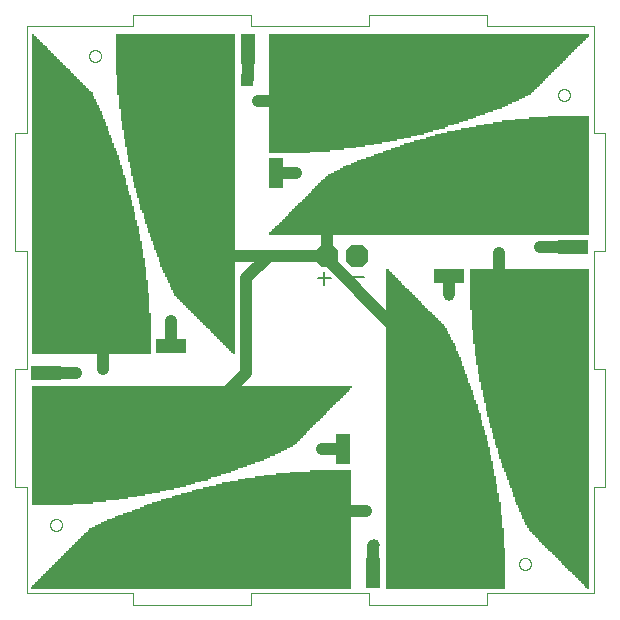
<source format=gtl>
G75*
%MOIN*%
%OFA0B0*%
%FSLAX25Y25*%
%IPPOS*%
%LPD*%
%AMOC8*
5,1,8,0,0,1.08239X$1,22.5*
%
%ADD10C,0.00004*%
%ADD11C,0.00600*%
%ADD12C,0.00000*%
%ADD13R,0.05000X0.02500*%
%ADD14C,0.00256*%
%ADD15R,0.02500X0.05000*%
%ADD16R,0.10000X0.05000*%
%ADD17R,0.05000X0.10000*%
%ADD18OC8,0.07600*%
%ADD19C,0.01000*%
%ADD20C,0.03937*%
%ADD21R,0.03962X0.03962*%
%ADD22C,0.03962*%
%ADD23C,0.01200*%
%ADD24C,0.01600*%
D10*
X0004939Y0004939D02*
X0040372Y0004939D01*
X0040372Y0001002D01*
X0079742Y0001002D01*
X0079742Y0004939D01*
X0119112Y0004939D01*
X0119112Y0001002D01*
X0158482Y0001002D01*
X0158482Y0004939D01*
X0193915Y0004939D01*
X0193915Y0040372D01*
X0197852Y0040372D01*
X0197852Y0079742D01*
X0193915Y0079742D01*
X0193915Y0119112D01*
X0197852Y0119112D01*
X0197852Y0158482D01*
X0193915Y0158482D01*
X0193915Y0193915D01*
X0158482Y0193915D01*
X0158482Y0197852D01*
X0119112Y0197852D01*
X0119112Y0193915D01*
X0079742Y0193915D01*
X0079742Y0197852D01*
X0040372Y0197852D01*
X0040372Y0193915D01*
X0004939Y0193915D01*
X0004939Y0158482D01*
X0001002Y0158482D01*
X0001002Y0119112D01*
X0004939Y0119112D01*
X0004939Y0079742D01*
X0001002Y0079742D01*
X0001002Y0040372D01*
X0004939Y0040372D01*
X0004939Y0004939D01*
D11*
X0104225Y0107881D02*
X0104225Y0112152D01*
X0106360Y0110017D02*
X0102089Y0110017D01*
X0113113Y0110410D02*
X0117383Y0110410D01*
D12*
X0182104Y0171081D02*
X0182106Y0171169D01*
X0182112Y0171257D01*
X0182122Y0171345D01*
X0182136Y0171433D01*
X0182153Y0171519D01*
X0182175Y0171605D01*
X0182200Y0171689D01*
X0182230Y0171773D01*
X0182262Y0171855D01*
X0182299Y0171935D01*
X0182339Y0172014D01*
X0182383Y0172091D01*
X0182430Y0172166D01*
X0182480Y0172238D01*
X0182534Y0172309D01*
X0182590Y0172376D01*
X0182650Y0172442D01*
X0182712Y0172504D01*
X0182778Y0172564D01*
X0182845Y0172620D01*
X0182916Y0172674D01*
X0182988Y0172724D01*
X0183063Y0172771D01*
X0183140Y0172815D01*
X0183219Y0172855D01*
X0183299Y0172892D01*
X0183381Y0172924D01*
X0183465Y0172954D01*
X0183549Y0172979D01*
X0183635Y0173001D01*
X0183721Y0173018D01*
X0183809Y0173032D01*
X0183897Y0173042D01*
X0183985Y0173048D01*
X0184073Y0173050D01*
X0184161Y0173048D01*
X0184249Y0173042D01*
X0184337Y0173032D01*
X0184425Y0173018D01*
X0184511Y0173001D01*
X0184597Y0172979D01*
X0184681Y0172954D01*
X0184765Y0172924D01*
X0184847Y0172892D01*
X0184927Y0172855D01*
X0185006Y0172815D01*
X0185083Y0172771D01*
X0185158Y0172724D01*
X0185230Y0172674D01*
X0185301Y0172620D01*
X0185368Y0172564D01*
X0185434Y0172504D01*
X0185496Y0172442D01*
X0185556Y0172376D01*
X0185612Y0172309D01*
X0185666Y0172238D01*
X0185716Y0172166D01*
X0185763Y0172091D01*
X0185807Y0172014D01*
X0185847Y0171935D01*
X0185884Y0171855D01*
X0185916Y0171773D01*
X0185946Y0171689D01*
X0185971Y0171605D01*
X0185993Y0171519D01*
X0186010Y0171433D01*
X0186024Y0171345D01*
X0186034Y0171257D01*
X0186040Y0171169D01*
X0186042Y0171081D01*
X0186040Y0170993D01*
X0186034Y0170905D01*
X0186024Y0170817D01*
X0186010Y0170729D01*
X0185993Y0170643D01*
X0185971Y0170557D01*
X0185946Y0170473D01*
X0185916Y0170389D01*
X0185884Y0170307D01*
X0185847Y0170227D01*
X0185807Y0170148D01*
X0185763Y0170071D01*
X0185716Y0169996D01*
X0185666Y0169924D01*
X0185612Y0169853D01*
X0185556Y0169786D01*
X0185496Y0169720D01*
X0185434Y0169658D01*
X0185368Y0169598D01*
X0185301Y0169542D01*
X0185230Y0169488D01*
X0185158Y0169438D01*
X0185083Y0169391D01*
X0185006Y0169347D01*
X0184927Y0169307D01*
X0184847Y0169270D01*
X0184765Y0169238D01*
X0184681Y0169208D01*
X0184597Y0169183D01*
X0184511Y0169161D01*
X0184425Y0169144D01*
X0184337Y0169130D01*
X0184249Y0169120D01*
X0184161Y0169114D01*
X0184073Y0169112D01*
X0183985Y0169114D01*
X0183897Y0169120D01*
X0183809Y0169130D01*
X0183721Y0169144D01*
X0183635Y0169161D01*
X0183549Y0169183D01*
X0183465Y0169208D01*
X0183381Y0169238D01*
X0183299Y0169270D01*
X0183219Y0169307D01*
X0183140Y0169347D01*
X0183063Y0169391D01*
X0182988Y0169438D01*
X0182916Y0169488D01*
X0182845Y0169542D01*
X0182778Y0169598D01*
X0182712Y0169658D01*
X0182650Y0169720D01*
X0182590Y0169786D01*
X0182534Y0169853D01*
X0182480Y0169924D01*
X0182430Y0169996D01*
X0182383Y0170071D01*
X0182339Y0170148D01*
X0182299Y0170227D01*
X0182262Y0170307D01*
X0182230Y0170389D01*
X0182200Y0170473D01*
X0182175Y0170557D01*
X0182153Y0170643D01*
X0182136Y0170729D01*
X0182122Y0170817D01*
X0182112Y0170905D01*
X0182106Y0170993D01*
X0182104Y0171081D01*
X0025805Y0184073D02*
X0025807Y0184161D01*
X0025813Y0184249D01*
X0025823Y0184337D01*
X0025837Y0184425D01*
X0025854Y0184511D01*
X0025876Y0184597D01*
X0025901Y0184681D01*
X0025931Y0184765D01*
X0025963Y0184847D01*
X0026000Y0184927D01*
X0026040Y0185006D01*
X0026084Y0185083D01*
X0026131Y0185158D01*
X0026181Y0185230D01*
X0026235Y0185301D01*
X0026291Y0185368D01*
X0026351Y0185434D01*
X0026413Y0185496D01*
X0026479Y0185556D01*
X0026546Y0185612D01*
X0026617Y0185666D01*
X0026689Y0185716D01*
X0026764Y0185763D01*
X0026841Y0185807D01*
X0026920Y0185847D01*
X0027000Y0185884D01*
X0027082Y0185916D01*
X0027166Y0185946D01*
X0027250Y0185971D01*
X0027336Y0185993D01*
X0027422Y0186010D01*
X0027510Y0186024D01*
X0027598Y0186034D01*
X0027686Y0186040D01*
X0027774Y0186042D01*
X0027862Y0186040D01*
X0027950Y0186034D01*
X0028038Y0186024D01*
X0028126Y0186010D01*
X0028212Y0185993D01*
X0028298Y0185971D01*
X0028382Y0185946D01*
X0028466Y0185916D01*
X0028548Y0185884D01*
X0028628Y0185847D01*
X0028707Y0185807D01*
X0028784Y0185763D01*
X0028859Y0185716D01*
X0028931Y0185666D01*
X0029002Y0185612D01*
X0029069Y0185556D01*
X0029135Y0185496D01*
X0029197Y0185434D01*
X0029257Y0185368D01*
X0029313Y0185301D01*
X0029367Y0185230D01*
X0029417Y0185158D01*
X0029464Y0185083D01*
X0029508Y0185006D01*
X0029548Y0184927D01*
X0029585Y0184847D01*
X0029617Y0184765D01*
X0029647Y0184681D01*
X0029672Y0184597D01*
X0029694Y0184511D01*
X0029711Y0184425D01*
X0029725Y0184337D01*
X0029735Y0184249D01*
X0029741Y0184161D01*
X0029743Y0184073D01*
X0029741Y0183985D01*
X0029735Y0183897D01*
X0029725Y0183809D01*
X0029711Y0183721D01*
X0029694Y0183635D01*
X0029672Y0183549D01*
X0029647Y0183465D01*
X0029617Y0183381D01*
X0029585Y0183299D01*
X0029548Y0183219D01*
X0029508Y0183140D01*
X0029464Y0183063D01*
X0029417Y0182988D01*
X0029367Y0182916D01*
X0029313Y0182845D01*
X0029257Y0182778D01*
X0029197Y0182712D01*
X0029135Y0182650D01*
X0029069Y0182590D01*
X0029002Y0182534D01*
X0028931Y0182480D01*
X0028859Y0182430D01*
X0028784Y0182383D01*
X0028707Y0182339D01*
X0028628Y0182299D01*
X0028548Y0182262D01*
X0028466Y0182230D01*
X0028382Y0182200D01*
X0028298Y0182175D01*
X0028212Y0182153D01*
X0028126Y0182136D01*
X0028038Y0182122D01*
X0027950Y0182112D01*
X0027862Y0182106D01*
X0027774Y0182104D01*
X0027686Y0182106D01*
X0027598Y0182112D01*
X0027510Y0182122D01*
X0027422Y0182136D01*
X0027336Y0182153D01*
X0027250Y0182175D01*
X0027166Y0182200D01*
X0027082Y0182230D01*
X0027000Y0182262D01*
X0026920Y0182299D01*
X0026841Y0182339D01*
X0026764Y0182383D01*
X0026689Y0182430D01*
X0026617Y0182480D01*
X0026546Y0182534D01*
X0026479Y0182590D01*
X0026413Y0182650D01*
X0026351Y0182712D01*
X0026291Y0182778D01*
X0026235Y0182845D01*
X0026181Y0182916D01*
X0026131Y0182988D01*
X0026084Y0183063D01*
X0026040Y0183140D01*
X0026000Y0183219D01*
X0025963Y0183299D01*
X0025931Y0183381D01*
X0025901Y0183465D01*
X0025876Y0183549D01*
X0025854Y0183635D01*
X0025837Y0183721D01*
X0025823Y0183809D01*
X0025813Y0183897D01*
X0025807Y0183985D01*
X0025805Y0184073D01*
X0012812Y0027774D02*
X0012814Y0027862D01*
X0012820Y0027950D01*
X0012830Y0028038D01*
X0012844Y0028126D01*
X0012861Y0028212D01*
X0012883Y0028298D01*
X0012908Y0028382D01*
X0012938Y0028466D01*
X0012970Y0028548D01*
X0013007Y0028628D01*
X0013047Y0028707D01*
X0013091Y0028784D01*
X0013138Y0028859D01*
X0013188Y0028931D01*
X0013242Y0029002D01*
X0013298Y0029069D01*
X0013358Y0029135D01*
X0013420Y0029197D01*
X0013486Y0029257D01*
X0013553Y0029313D01*
X0013624Y0029367D01*
X0013696Y0029417D01*
X0013771Y0029464D01*
X0013848Y0029508D01*
X0013927Y0029548D01*
X0014007Y0029585D01*
X0014089Y0029617D01*
X0014173Y0029647D01*
X0014257Y0029672D01*
X0014343Y0029694D01*
X0014429Y0029711D01*
X0014517Y0029725D01*
X0014605Y0029735D01*
X0014693Y0029741D01*
X0014781Y0029743D01*
X0014869Y0029741D01*
X0014957Y0029735D01*
X0015045Y0029725D01*
X0015133Y0029711D01*
X0015219Y0029694D01*
X0015305Y0029672D01*
X0015389Y0029647D01*
X0015473Y0029617D01*
X0015555Y0029585D01*
X0015635Y0029548D01*
X0015714Y0029508D01*
X0015791Y0029464D01*
X0015866Y0029417D01*
X0015938Y0029367D01*
X0016009Y0029313D01*
X0016076Y0029257D01*
X0016142Y0029197D01*
X0016204Y0029135D01*
X0016264Y0029069D01*
X0016320Y0029002D01*
X0016374Y0028931D01*
X0016424Y0028859D01*
X0016471Y0028784D01*
X0016515Y0028707D01*
X0016555Y0028628D01*
X0016592Y0028548D01*
X0016624Y0028466D01*
X0016654Y0028382D01*
X0016679Y0028298D01*
X0016701Y0028212D01*
X0016718Y0028126D01*
X0016732Y0028038D01*
X0016742Y0027950D01*
X0016748Y0027862D01*
X0016750Y0027774D01*
X0016748Y0027686D01*
X0016742Y0027598D01*
X0016732Y0027510D01*
X0016718Y0027422D01*
X0016701Y0027336D01*
X0016679Y0027250D01*
X0016654Y0027166D01*
X0016624Y0027082D01*
X0016592Y0027000D01*
X0016555Y0026920D01*
X0016515Y0026841D01*
X0016471Y0026764D01*
X0016424Y0026689D01*
X0016374Y0026617D01*
X0016320Y0026546D01*
X0016264Y0026479D01*
X0016204Y0026413D01*
X0016142Y0026351D01*
X0016076Y0026291D01*
X0016009Y0026235D01*
X0015938Y0026181D01*
X0015866Y0026131D01*
X0015791Y0026084D01*
X0015714Y0026040D01*
X0015635Y0026000D01*
X0015555Y0025963D01*
X0015473Y0025931D01*
X0015389Y0025901D01*
X0015305Y0025876D01*
X0015219Y0025854D01*
X0015133Y0025837D01*
X0015045Y0025823D01*
X0014957Y0025813D01*
X0014869Y0025807D01*
X0014781Y0025805D01*
X0014693Y0025807D01*
X0014605Y0025813D01*
X0014517Y0025823D01*
X0014429Y0025837D01*
X0014343Y0025854D01*
X0014257Y0025876D01*
X0014173Y0025901D01*
X0014089Y0025931D01*
X0014007Y0025963D01*
X0013927Y0026000D01*
X0013848Y0026040D01*
X0013771Y0026084D01*
X0013696Y0026131D01*
X0013624Y0026181D01*
X0013553Y0026235D01*
X0013486Y0026291D01*
X0013420Y0026351D01*
X0013358Y0026413D01*
X0013298Y0026479D01*
X0013242Y0026546D01*
X0013188Y0026617D01*
X0013138Y0026689D01*
X0013091Y0026764D01*
X0013047Y0026841D01*
X0013007Y0026920D01*
X0012970Y0027000D01*
X0012938Y0027082D01*
X0012908Y0027166D01*
X0012883Y0027250D01*
X0012861Y0027336D01*
X0012844Y0027422D01*
X0012830Y0027510D01*
X0012820Y0027598D01*
X0012814Y0027686D01*
X0012812Y0027774D01*
X0169112Y0014781D02*
X0169114Y0014869D01*
X0169120Y0014957D01*
X0169130Y0015045D01*
X0169144Y0015133D01*
X0169161Y0015219D01*
X0169183Y0015305D01*
X0169208Y0015389D01*
X0169238Y0015473D01*
X0169270Y0015555D01*
X0169307Y0015635D01*
X0169347Y0015714D01*
X0169391Y0015791D01*
X0169438Y0015866D01*
X0169488Y0015938D01*
X0169542Y0016009D01*
X0169598Y0016076D01*
X0169658Y0016142D01*
X0169720Y0016204D01*
X0169786Y0016264D01*
X0169853Y0016320D01*
X0169924Y0016374D01*
X0169996Y0016424D01*
X0170071Y0016471D01*
X0170148Y0016515D01*
X0170227Y0016555D01*
X0170307Y0016592D01*
X0170389Y0016624D01*
X0170473Y0016654D01*
X0170557Y0016679D01*
X0170643Y0016701D01*
X0170729Y0016718D01*
X0170817Y0016732D01*
X0170905Y0016742D01*
X0170993Y0016748D01*
X0171081Y0016750D01*
X0171169Y0016748D01*
X0171257Y0016742D01*
X0171345Y0016732D01*
X0171433Y0016718D01*
X0171519Y0016701D01*
X0171605Y0016679D01*
X0171689Y0016654D01*
X0171773Y0016624D01*
X0171855Y0016592D01*
X0171935Y0016555D01*
X0172014Y0016515D01*
X0172091Y0016471D01*
X0172166Y0016424D01*
X0172238Y0016374D01*
X0172309Y0016320D01*
X0172376Y0016264D01*
X0172442Y0016204D01*
X0172504Y0016142D01*
X0172564Y0016076D01*
X0172620Y0016009D01*
X0172674Y0015938D01*
X0172724Y0015866D01*
X0172771Y0015791D01*
X0172815Y0015714D01*
X0172855Y0015635D01*
X0172892Y0015555D01*
X0172924Y0015473D01*
X0172954Y0015389D01*
X0172979Y0015305D01*
X0173001Y0015219D01*
X0173018Y0015133D01*
X0173032Y0015045D01*
X0173042Y0014957D01*
X0173048Y0014869D01*
X0173050Y0014781D01*
X0173048Y0014693D01*
X0173042Y0014605D01*
X0173032Y0014517D01*
X0173018Y0014429D01*
X0173001Y0014343D01*
X0172979Y0014257D01*
X0172954Y0014173D01*
X0172924Y0014089D01*
X0172892Y0014007D01*
X0172855Y0013927D01*
X0172815Y0013848D01*
X0172771Y0013771D01*
X0172724Y0013696D01*
X0172674Y0013624D01*
X0172620Y0013553D01*
X0172564Y0013486D01*
X0172504Y0013420D01*
X0172442Y0013358D01*
X0172376Y0013298D01*
X0172309Y0013242D01*
X0172238Y0013188D01*
X0172166Y0013138D01*
X0172091Y0013091D01*
X0172014Y0013047D01*
X0171935Y0013007D01*
X0171855Y0012970D01*
X0171773Y0012938D01*
X0171689Y0012908D01*
X0171605Y0012883D01*
X0171519Y0012861D01*
X0171433Y0012844D01*
X0171345Y0012830D01*
X0171257Y0012820D01*
X0171169Y0012814D01*
X0171081Y0012812D01*
X0170993Y0012814D01*
X0170905Y0012820D01*
X0170817Y0012830D01*
X0170729Y0012844D01*
X0170643Y0012861D01*
X0170557Y0012883D01*
X0170473Y0012908D01*
X0170389Y0012938D01*
X0170307Y0012970D01*
X0170227Y0013007D01*
X0170148Y0013047D01*
X0170071Y0013091D01*
X0169996Y0013138D01*
X0169924Y0013188D01*
X0169853Y0013242D01*
X0169786Y0013298D01*
X0169720Y0013358D01*
X0169658Y0013420D01*
X0169598Y0013486D01*
X0169542Y0013553D01*
X0169488Y0013624D01*
X0169438Y0013696D01*
X0169391Y0013771D01*
X0169347Y0013848D01*
X0169307Y0013927D01*
X0169270Y0014007D01*
X0169238Y0014089D01*
X0169208Y0014173D01*
X0169183Y0014257D01*
X0169161Y0014343D01*
X0169144Y0014429D01*
X0169130Y0014517D01*
X0169120Y0014605D01*
X0169114Y0014693D01*
X0169112Y0014781D01*
D13*
X0127319Y0007930D03*
X0189646Y0111790D03*
X0071536Y0190137D03*
X0009208Y0086277D03*
D14*
X0006652Y0086399D02*
X0046022Y0086399D01*
X0046022Y0086145D02*
X0006652Y0086145D01*
X0006652Y0085891D02*
X0046022Y0085891D01*
X0046022Y0085637D02*
X0006652Y0085637D01*
X0006652Y0085383D02*
X0046022Y0085383D01*
X0046022Y0085128D02*
X0006652Y0085128D01*
X0006652Y0084998D02*
X0006652Y0167829D01*
X0006652Y0191349D01*
X0007163Y0191349D01*
X0007163Y0190837D01*
X0007674Y0190837D01*
X0007674Y0190326D01*
X0008186Y0190326D01*
X0008186Y0189815D01*
X0008697Y0189815D01*
X0008697Y0189303D01*
X0009208Y0189303D01*
X0009208Y0188792D01*
X0009720Y0188792D01*
X0009720Y0188281D01*
X0010231Y0188281D01*
X0010231Y0187770D01*
X0010742Y0187770D01*
X0010742Y0187258D01*
X0011254Y0187258D01*
X0011254Y0186747D01*
X0011765Y0186747D01*
X0011765Y0186236D01*
X0012276Y0186236D01*
X0012276Y0185724D01*
X0012787Y0185724D01*
X0012787Y0185213D01*
X0013299Y0185213D01*
X0013299Y0184702D01*
X0013810Y0184702D01*
X0013810Y0184190D01*
X0014321Y0184190D01*
X0014321Y0183679D01*
X0014833Y0183679D01*
X0014833Y0183168D01*
X0015344Y0183168D01*
X0015344Y0182657D01*
X0015855Y0182657D01*
X0015855Y0182145D01*
X0016367Y0182145D01*
X0016367Y0181634D01*
X0016878Y0181634D01*
X0016878Y0181123D01*
X0017389Y0181123D01*
X0017389Y0180611D01*
X0017900Y0180611D01*
X0017900Y0180100D01*
X0018412Y0180100D01*
X0018412Y0179589D01*
X0018923Y0179589D01*
X0018923Y0179077D01*
X0019434Y0179077D01*
X0019434Y0178566D01*
X0019946Y0178566D01*
X0019946Y0178055D01*
X0020457Y0178055D01*
X0020457Y0177544D01*
X0020968Y0177544D01*
X0020968Y0177032D01*
X0021480Y0177032D01*
X0021480Y0176521D01*
X0021991Y0176521D01*
X0021991Y0176010D01*
X0022502Y0176010D01*
X0022502Y0175498D01*
X0023013Y0175498D01*
X0023013Y0174987D01*
X0023525Y0174987D01*
X0023525Y0174476D01*
X0024036Y0174476D01*
X0024036Y0173964D01*
X0024547Y0173964D01*
X0024547Y0173453D01*
X0025059Y0173453D01*
X0025059Y0172942D01*
X0025570Y0172942D01*
X0025570Y0172431D01*
X0026081Y0172431D01*
X0026081Y0171919D01*
X0026593Y0171919D01*
X0026593Y0170897D01*
X0027104Y0170897D01*
X0027104Y0169874D01*
X0027615Y0169874D01*
X0027615Y0168851D01*
X0028126Y0168851D01*
X0028126Y0167829D01*
X0028638Y0167829D01*
X0028638Y0166806D01*
X0029149Y0166806D01*
X0029149Y0165784D01*
X0029660Y0165784D01*
X0029660Y0164250D01*
X0030172Y0164250D01*
X0030172Y0163227D01*
X0030683Y0163227D01*
X0030683Y0162205D01*
X0031194Y0162205D01*
X0031194Y0160671D01*
X0031706Y0160671D01*
X0031706Y0159137D01*
X0032217Y0159137D01*
X0032217Y0157603D01*
X0032728Y0157603D01*
X0032728Y0156580D01*
X0033239Y0156580D01*
X0033239Y0155046D01*
X0033751Y0155046D01*
X0033751Y0153512D01*
X0034262Y0153512D01*
X0034262Y0152490D01*
X0034773Y0152490D01*
X0034773Y0150956D01*
X0035285Y0150956D01*
X0035285Y0149422D01*
X0035796Y0149422D01*
X0035796Y0147888D01*
X0036307Y0147888D01*
X0036307Y0146354D01*
X0036819Y0146354D01*
X0036819Y0144309D01*
X0037330Y0144309D01*
X0037330Y0143286D01*
X0037841Y0143286D01*
X0037841Y0141241D01*
X0038352Y0141241D01*
X0038352Y0139196D01*
X0038864Y0139196D01*
X0038864Y0137662D01*
X0039375Y0137662D01*
X0039375Y0136128D01*
X0039886Y0136128D01*
X0039886Y0134083D01*
X0040398Y0134083D01*
X0040398Y0132038D01*
X0040909Y0132038D01*
X0040909Y0129481D01*
X0041420Y0129481D01*
X0041420Y0127436D01*
X0041932Y0127436D01*
X0041932Y0124880D01*
X0042443Y0124880D01*
X0042443Y0122323D01*
X0042954Y0122323D01*
X0042954Y0119767D01*
X0043465Y0119767D01*
X0043465Y0116699D01*
X0043977Y0116699D01*
X0043977Y0113631D01*
X0044488Y0113631D01*
X0044488Y0109541D01*
X0044999Y0109541D01*
X0044999Y0104939D01*
X0045511Y0104939D01*
X0045511Y0098292D01*
X0046022Y0098292D01*
X0046022Y0084998D01*
X0006652Y0084998D01*
X0006652Y0086653D02*
X0046022Y0086653D01*
X0046022Y0086908D02*
X0006652Y0086908D01*
X0006652Y0087162D02*
X0046022Y0087162D01*
X0046022Y0087416D02*
X0006652Y0087416D01*
X0006652Y0087670D02*
X0046022Y0087670D01*
X0046022Y0087924D02*
X0006652Y0087924D01*
X0006652Y0088178D02*
X0046022Y0088178D01*
X0046022Y0088432D02*
X0006652Y0088432D01*
X0006652Y0088687D02*
X0046022Y0088687D01*
X0046022Y0088941D02*
X0006652Y0088941D01*
X0006652Y0089195D02*
X0046022Y0089195D01*
X0046022Y0089449D02*
X0006652Y0089449D01*
X0006652Y0089703D02*
X0046022Y0089703D01*
X0046022Y0089957D02*
X0006652Y0089957D01*
X0006652Y0090212D02*
X0046022Y0090212D01*
X0046022Y0090466D02*
X0006652Y0090466D01*
X0006652Y0090720D02*
X0046022Y0090720D01*
X0046022Y0090974D02*
X0006652Y0090974D01*
X0006652Y0091228D02*
X0046022Y0091228D01*
X0046022Y0091482D02*
X0006652Y0091482D01*
X0006652Y0091737D02*
X0046022Y0091737D01*
X0046022Y0091991D02*
X0006652Y0091991D01*
X0006652Y0092245D02*
X0046022Y0092245D01*
X0046022Y0092499D02*
X0006652Y0092499D01*
X0006652Y0092753D02*
X0046022Y0092753D01*
X0046022Y0093007D02*
X0006652Y0093007D01*
X0006652Y0093261D02*
X0046022Y0093261D01*
X0046022Y0093516D02*
X0006652Y0093516D01*
X0006652Y0093770D02*
X0046022Y0093770D01*
X0046022Y0094024D02*
X0006652Y0094024D01*
X0006652Y0094278D02*
X0046022Y0094278D01*
X0046022Y0094532D02*
X0006652Y0094532D01*
X0006652Y0094786D02*
X0046022Y0094786D01*
X0046022Y0095041D02*
X0006652Y0095041D01*
X0006652Y0095295D02*
X0046022Y0095295D01*
X0046022Y0095549D02*
X0006652Y0095549D01*
X0006652Y0095803D02*
X0046022Y0095803D01*
X0046022Y0096057D02*
X0006652Y0096057D01*
X0006652Y0096311D02*
X0046022Y0096311D01*
X0046022Y0096566D02*
X0006652Y0096566D01*
X0006652Y0096820D02*
X0046022Y0096820D01*
X0046022Y0097074D02*
X0006652Y0097074D01*
X0006652Y0097328D02*
X0046022Y0097328D01*
X0046022Y0097582D02*
X0006652Y0097582D01*
X0006652Y0097836D02*
X0046022Y0097836D01*
X0046022Y0098091D02*
X0006652Y0098091D01*
X0006652Y0098345D02*
X0045511Y0098345D01*
X0045511Y0098599D02*
X0006652Y0098599D01*
X0006652Y0098853D02*
X0045511Y0098853D01*
X0045511Y0099107D02*
X0006652Y0099107D01*
X0006652Y0099361D02*
X0045511Y0099361D01*
X0045511Y0099615D02*
X0006652Y0099615D01*
X0006652Y0099870D02*
X0045511Y0099870D01*
X0045511Y0100124D02*
X0006652Y0100124D01*
X0006652Y0100378D02*
X0045511Y0100378D01*
X0045511Y0100632D02*
X0006652Y0100632D01*
X0006652Y0100886D02*
X0045511Y0100886D01*
X0045511Y0101140D02*
X0006652Y0101140D01*
X0006652Y0101395D02*
X0045511Y0101395D01*
X0045511Y0101649D02*
X0006652Y0101649D01*
X0006652Y0101903D02*
X0045511Y0101903D01*
X0045511Y0102157D02*
X0006652Y0102157D01*
X0006652Y0102411D02*
X0045511Y0102411D01*
X0045511Y0102665D02*
X0006652Y0102665D01*
X0006652Y0102920D02*
X0045511Y0102920D01*
X0045511Y0103174D02*
X0006652Y0103174D01*
X0006652Y0103428D02*
X0045511Y0103428D01*
X0045511Y0103682D02*
X0006652Y0103682D01*
X0006652Y0103936D02*
X0045511Y0103936D01*
X0045511Y0104190D02*
X0006652Y0104190D01*
X0006652Y0104444D02*
X0045511Y0104444D01*
X0045511Y0104699D02*
X0006652Y0104699D01*
X0006652Y0104953D02*
X0044999Y0104953D01*
X0044999Y0105207D02*
X0006652Y0105207D01*
X0006652Y0105461D02*
X0044999Y0105461D01*
X0044999Y0105715D02*
X0006652Y0105715D01*
X0006652Y0105969D02*
X0044999Y0105969D01*
X0044999Y0106224D02*
X0006652Y0106224D01*
X0006652Y0106478D02*
X0044999Y0106478D01*
X0044999Y0106732D02*
X0006652Y0106732D01*
X0006652Y0106986D02*
X0044999Y0106986D01*
X0044999Y0107240D02*
X0006652Y0107240D01*
X0006652Y0107494D02*
X0044999Y0107494D01*
X0044999Y0107749D02*
X0006652Y0107749D01*
X0006652Y0108003D02*
X0044999Y0108003D01*
X0044999Y0108257D02*
X0006652Y0108257D01*
X0006652Y0108511D02*
X0044999Y0108511D01*
X0044999Y0108765D02*
X0006652Y0108765D01*
X0006652Y0109019D02*
X0044999Y0109019D01*
X0044999Y0109273D02*
X0006652Y0109273D01*
X0006652Y0109528D02*
X0044999Y0109528D01*
X0044488Y0109782D02*
X0006652Y0109782D01*
X0006652Y0110036D02*
X0044488Y0110036D01*
X0044488Y0110290D02*
X0006652Y0110290D01*
X0006652Y0110544D02*
X0044488Y0110544D01*
X0044488Y0110798D02*
X0006652Y0110798D01*
X0006652Y0111053D02*
X0044488Y0111053D01*
X0044488Y0111307D02*
X0006652Y0111307D01*
X0006652Y0111561D02*
X0044488Y0111561D01*
X0044488Y0111815D02*
X0006652Y0111815D01*
X0006652Y0112069D02*
X0044488Y0112069D01*
X0044488Y0112323D02*
X0006652Y0112323D01*
X0006652Y0112578D02*
X0044488Y0112578D01*
X0044488Y0112832D02*
X0006652Y0112832D01*
X0006652Y0113086D02*
X0044488Y0113086D01*
X0044488Y0113340D02*
X0006652Y0113340D01*
X0006652Y0113594D02*
X0044488Y0113594D01*
X0043977Y0113848D02*
X0006652Y0113848D01*
X0006652Y0114102D02*
X0043977Y0114102D01*
X0043977Y0114357D02*
X0006652Y0114357D01*
X0006652Y0114611D02*
X0043977Y0114611D01*
X0043977Y0114865D02*
X0006652Y0114865D01*
X0006652Y0115119D02*
X0043977Y0115119D01*
X0043977Y0115373D02*
X0006652Y0115373D01*
X0006652Y0115627D02*
X0043977Y0115627D01*
X0043977Y0115882D02*
X0006652Y0115882D01*
X0006652Y0116136D02*
X0043977Y0116136D01*
X0043977Y0116390D02*
X0006652Y0116390D01*
X0006652Y0116644D02*
X0043977Y0116644D01*
X0043465Y0116898D02*
X0006652Y0116898D01*
X0006652Y0117152D02*
X0043465Y0117152D01*
X0043465Y0117407D02*
X0006652Y0117407D01*
X0006652Y0117661D02*
X0043465Y0117661D01*
X0043465Y0117915D02*
X0006652Y0117915D01*
X0006652Y0118169D02*
X0043465Y0118169D01*
X0043465Y0118423D02*
X0006652Y0118423D01*
X0006652Y0118677D02*
X0043465Y0118677D01*
X0043465Y0118931D02*
X0006652Y0118931D01*
X0006652Y0119186D02*
X0043465Y0119186D01*
X0043465Y0119440D02*
X0006652Y0119440D01*
X0006652Y0119694D02*
X0043465Y0119694D01*
X0042954Y0119948D02*
X0006652Y0119948D01*
X0006652Y0120202D02*
X0042954Y0120202D01*
X0042954Y0120456D02*
X0006652Y0120456D01*
X0006652Y0120711D02*
X0042954Y0120711D01*
X0042954Y0120965D02*
X0006652Y0120965D01*
X0006652Y0121219D02*
X0042954Y0121219D01*
X0042954Y0121473D02*
X0006652Y0121473D01*
X0006652Y0121727D02*
X0042954Y0121727D01*
X0042954Y0121981D02*
X0006652Y0121981D01*
X0006652Y0122236D02*
X0042954Y0122236D01*
X0042443Y0122490D02*
X0006652Y0122490D01*
X0006652Y0122744D02*
X0042443Y0122744D01*
X0042443Y0122998D02*
X0006652Y0122998D01*
X0006652Y0123252D02*
X0042443Y0123252D01*
X0042443Y0123506D02*
X0006652Y0123506D01*
X0006652Y0123761D02*
X0042443Y0123761D01*
X0042443Y0124015D02*
X0006652Y0124015D01*
X0006652Y0124269D02*
X0042443Y0124269D01*
X0042443Y0124523D02*
X0006652Y0124523D01*
X0006652Y0124777D02*
X0042443Y0124777D01*
X0041932Y0125031D02*
X0006652Y0125031D01*
X0006652Y0125285D02*
X0041932Y0125285D01*
X0041932Y0125540D02*
X0006652Y0125540D01*
X0006652Y0125794D02*
X0041932Y0125794D01*
X0041932Y0126048D02*
X0006652Y0126048D01*
X0006652Y0126302D02*
X0041932Y0126302D01*
X0041932Y0126556D02*
X0006652Y0126556D01*
X0006652Y0126810D02*
X0041932Y0126810D01*
X0041932Y0127065D02*
X0006652Y0127065D01*
X0006652Y0127319D02*
X0041932Y0127319D01*
X0041420Y0127573D02*
X0006652Y0127573D01*
X0006652Y0127827D02*
X0041420Y0127827D01*
X0041420Y0128081D02*
X0006652Y0128081D01*
X0006652Y0128335D02*
X0041420Y0128335D01*
X0041420Y0128590D02*
X0006652Y0128590D01*
X0006652Y0128844D02*
X0041420Y0128844D01*
X0041420Y0129098D02*
X0006652Y0129098D01*
X0006652Y0129352D02*
X0041420Y0129352D01*
X0040909Y0129606D02*
X0006652Y0129606D01*
X0006652Y0129860D02*
X0040909Y0129860D01*
X0040909Y0130114D02*
X0006652Y0130114D01*
X0006652Y0130369D02*
X0040909Y0130369D01*
X0040909Y0130623D02*
X0006652Y0130623D01*
X0006652Y0130877D02*
X0040909Y0130877D01*
X0040909Y0131131D02*
X0006652Y0131131D01*
X0006652Y0131385D02*
X0040909Y0131385D01*
X0040909Y0131639D02*
X0006652Y0131639D01*
X0006652Y0131894D02*
X0040909Y0131894D01*
X0040398Y0132148D02*
X0006652Y0132148D01*
X0006652Y0132402D02*
X0040398Y0132402D01*
X0040398Y0132656D02*
X0006652Y0132656D01*
X0006652Y0132910D02*
X0040398Y0132910D01*
X0040398Y0133164D02*
X0006652Y0133164D01*
X0006652Y0133419D02*
X0040398Y0133419D01*
X0040398Y0133673D02*
X0006652Y0133673D01*
X0006652Y0133927D02*
X0040398Y0133927D01*
X0039886Y0134181D02*
X0006652Y0134181D01*
X0006652Y0134435D02*
X0039886Y0134435D01*
X0039886Y0134689D02*
X0006652Y0134689D01*
X0006652Y0134943D02*
X0039886Y0134943D01*
X0039886Y0135198D02*
X0006652Y0135198D01*
X0006652Y0135452D02*
X0039886Y0135452D01*
X0039886Y0135706D02*
X0006652Y0135706D01*
X0006652Y0135960D02*
X0039886Y0135960D01*
X0039375Y0136214D02*
X0006652Y0136214D01*
X0006652Y0136468D02*
X0039375Y0136468D01*
X0039375Y0136723D02*
X0006652Y0136723D01*
X0006652Y0136977D02*
X0039375Y0136977D01*
X0039375Y0137231D02*
X0006652Y0137231D01*
X0006652Y0137485D02*
X0039375Y0137485D01*
X0038864Y0137739D02*
X0006652Y0137739D01*
X0006652Y0137993D02*
X0038864Y0137993D01*
X0038864Y0138248D02*
X0006652Y0138248D01*
X0006652Y0138502D02*
X0038864Y0138502D01*
X0038864Y0138756D02*
X0006652Y0138756D01*
X0006652Y0139010D02*
X0038864Y0139010D01*
X0038352Y0139264D02*
X0006652Y0139264D01*
X0006652Y0139518D02*
X0038352Y0139518D01*
X0038352Y0139772D02*
X0006652Y0139772D01*
X0006652Y0140027D02*
X0038352Y0140027D01*
X0038352Y0140281D02*
X0006652Y0140281D01*
X0006652Y0140535D02*
X0038352Y0140535D01*
X0038352Y0140789D02*
X0006652Y0140789D01*
X0006652Y0141043D02*
X0038352Y0141043D01*
X0037841Y0141297D02*
X0006652Y0141297D01*
X0006652Y0141552D02*
X0037841Y0141552D01*
X0037841Y0141806D02*
X0006652Y0141806D01*
X0006652Y0142060D02*
X0037841Y0142060D01*
X0037841Y0142314D02*
X0006652Y0142314D01*
X0006652Y0142568D02*
X0037841Y0142568D01*
X0037841Y0142822D02*
X0006652Y0142822D01*
X0006652Y0143077D02*
X0037841Y0143077D01*
X0037330Y0143331D02*
X0006652Y0143331D01*
X0006652Y0143585D02*
X0037330Y0143585D01*
X0037330Y0143839D02*
X0006652Y0143839D01*
X0006652Y0144093D02*
X0037330Y0144093D01*
X0036819Y0144347D02*
X0006652Y0144347D01*
X0006652Y0144602D02*
X0036819Y0144602D01*
X0036819Y0144856D02*
X0006652Y0144856D01*
X0006652Y0145110D02*
X0036819Y0145110D01*
X0036819Y0145364D02*
X0006652Y0145364D01*
X0006652Y0145618D02*
X0036819Y0145618D01*
X0036819Y0145872D02*
X0006652Y0145872D01*
X0006652Y0146126D02*
X0036819Y0146126D01*
X0036307Y0146381D02*
X0006652Y0146381D01*
X0006652Y0146635D02*
X0036307Y0146635D01*
X0036307Y0146889D02*
X0006652Y0146889D01*
X0006652Y0147143D02*
X0036307Y0147143D01*
X0036307Y0147397D02*
X0006652Y0147397D01*
X0006652Y0147651D02*
X0036307Y0147651D01*
X0035796Y0147906D02*
X0006652Y0147906D01*
X0006652Y0148160D02*
X0035796Y0148160D01*
X0035796Y0148414D02*
X0006652Y0148414D01*
X0006652Y0148668D02*
X0035796Y0148668D01*
X0035796Y0148922D02*
X0006652Y0148922D01*
X0006652Y0149176D02*
X0035796Y0149176D01*
X0035285Y0149431D02*
X0006652Y0149431D01*
X0006652Y0149685D02*
X0035285Y0149685D01*
X0035285Y0149939D02*
X0006652Y0149939D01*
X0006652Y0150193D02*
X0035285Y0150193D01*
X0035285Y0150447D02*
X0006652Y0150447D01*
X0006652Y0150701D02*
X0035285Y0150701D01*
X0035285Y0150955D02*
X0006652Y0150955D01*
X0006652Y0151210D02*
X0034773Y0151210D01*
X0034773Y0151464D02*
X0006652Y0151464D01*
X0006652Y0151718D02*
X0034773Y0151718D01*
X0034773Y0151972D02*
X0006652Y0151972D01*
X0006652Y0152226D02*
X0034773Y0152226D01*
X0034773Y0152480D02*
X0006652Y0152480D01*
X0006652Y0152735D02*
X0034262Y0152735D01*
X0034262Y0152989D02*
X0006652Y0152989D01*
X0006652Y0153243D02*
X0034262Y0153243D01*
X0034262Y0153497D02*
X0006652Y0153497D01*
X0006652Y0153751D02*
X0033751Y0153751D01*
X0033751Y0154005D02*
X0006652Y0154005D01*
X0006652Y0154260D02*
X0033751Y0154260D01*
X0033751Y0154514D02*
X0006652Y0154514D01*
X0006652Y0154768D02*
X0033751Y0154768D01*
X0033751Y0155022D02*
X0006652Y0155022D01*
X0006652Y0155276D02*
X0033239Y0155276D01*
X0033239Y0155530D02*
X0006652Y0155530D01*
X0006652Y0155784D02*
X0033239Y0155784D01*
X0033239Y0156039D02*
X0006652Y0156039D01*
X0006652Y0156293D02*
X0033239Y0156293D01*
X0033239Y0156547D02*
X0006652Y0156547D01*
X0006652Y0156801D02*
X0032728Y0156801D01*
X0032728Y0157055D02*
X0006652Y0157055D01*
X0006652Y0157309D02*
X0032728Y0157309D01*
X0032728Y0157564D02*
X0006652Y0157564D01*
X0006652Y0157818D02*
X0032217Y0157818D01*
X0032217Y0158072D02*
X0006652Y0158072D01*
X0006652Y0158326D02*
X0032217Y0158326D01*
X0032217Y0158580D02*
X0006652Y0158580D01*
X0006652Y0158834D02*
X0032217Y0158834D01*
X0032217Y0159089D02*
X0006652Y0159089D01*
X0006652Y0159343D02*
X0031706Y0159343D01*
X0031706Y0159597D02*
X0006652Y0159597D01*
X0006652Y0159851D02*
X0031706Y0159851D01*
X0031706Y0160105D02*
X0006652Y0160105D01*
X0006652Y0160359D02*
X0031706Y0160359D01*
X0031706Y0160613D02*
X0006652Y0160613D01*
X0006652Y0160868D02*
X0031194Y0160868D01*
X0031194Y0161122D02*
X0006652Y0161122D01*
X0006652Y0161376D02*
X0031194Y0161376D01*
X0031194Y0161630D02*
X0006652Y0161630D01*
X0006652Y0161884D02*
X0031194Y0161884D01*
X0031194Y0162138D02*
X0006652Y0162138D01*
X0006652Y0162393D02*
X0030683Y0162393D01*
X0030683Y0162647D02*
X0006652Y0162647D01*
X0006652Y0162901D02*
X0030683Y0162901D01*
X0030683Y0163155D02*
X0006652Y0163155D01*
X0006652Y0163409D02*
X0030172Y0163409D01*
X0030172Y0163663D02*
X0006652Y0163663D01*
X0006652Y0163918D02*
X0030172Y0163918D01*
X0030172Y0164172D02*
X0006652Y0164172D01*
X0006652Y0164426D02*
X0029660Y0164426D01*
X0029660Y0164680D02*
X0006652Y0164680D01*
X0006652Y0164934D02*
X0029660Y0164934D01*
X0029660Y0165188D02*
X0006652Y0165188D01*
X0006652Y0165442D02*
X0029660Y0165442D01*
X0029660Y0165697D02*
X0006652Y0165697D01*
X0006652Y0165951D02*
X0029149Y0165951D01*
X0029149Y0166205D02*
X0006652Y0166205D01*
X0006652Y0166459D02*
X0029149Y0166459D01*
X0029149Y0166713D02*
X0006652Y0166713D01*
X0006652Y0166967D02*
X0028638Y0166967D01*
X0028638Y0167222D02*
X0006652Y0167222D01*
X0006652Y0167476D02*
X0028638Y0167476D01*
X0028638Y0167730D02*
X0006652Y0167730D01*
X0006652Y0167984D02*
X0028126Y0167984D01*
X0028126Y0168238D02*
X0006652Y0168238D01*
X0006652Y0168492D02*
X0028126Y0168492D01*
X0028126Y0168747D02*
X0006652Y0168747D01*
X0006652Y0169001D02*
X0027615Y0169001D01*
X0027615Y0169255D02*
X0006652Y0169255D01*
X0006652Y0169509D02*
X0027615Y0169509D01*
X0027615Y0169763D02*
X0006652Y0169763D01*
X0006652Y0170017D02*
X0027104Y0170017D01*
X0027104Y0170272D02*
X0006652Y0170272D01*
X0006652Y0170526D02*
X0027104Y0170526D01*
X0027104Y0170780D02*
X0006652Y0170780D01*
X0006652Y0171034D02*
X0026593Y0171034D01*
X0026593Y0171288D02*
X0006652Y0171288D01*
X0006652Y0171542D02*
X0026593Y0171542D01*
X0026593Y0171796D02*
X0006652Y0171796D01*
X0006652Y0172051D02*
X0026081Y0172051D01*
X0026081Y0172305D02*
X0006652Y0172305D01*
X0006652Y0172559D02*
X0025570Y0172559D01*
X0025570Y0172813D02*
X0006652Y0172813D01*
X0006652Y0173067D02*
X0025059Y0173067D01*
X0025059Y0173321D02*
X0006652Y0173321D01*
X0006652Y0173576D02*
X0024547Y0173576D01*
X0024547Y0173830D02*
X0006652Y0173830D01*
X0006652Y0174084D02*
X0024036Y0174084D01*
X0024036Y0174338D02*
X0006652Y0174338D01*
X0006652Y0174592D02*
X0023525Y0174592D01*
X0023525Y0174846D02*
X0006652Y0174846D01*
X0006652Y0175101D02*
X0023013Y0175101D01*
X0023013Y0175355D02*
X0006652Y0175355D01*
X0006652Y0175609D02*
X0022502Y0175609D01*
X0022502Y0175863D02*
X0006652Y0175863D01*
X0006652Y0176117D02*
X0021991Y0176117D01*
X0021991Y0176371D02*
X0006652Y0176371D01*
X0006652Y0176625D02*
X0021480Y0176625D01*
X0021480Y0176880D02*
X0006652Y0176880D01*
X0006652Y0177134D02*
X0020968Y0177134D01*
X0020968Y0177388D02*
X0006652Y0177388D01*
X0006652Y0177642D02*
X0020457Y0177642D01*
X0020457Y0177896D02*
X0006652Y0177896D01*
X0006652Y0178150D02*
X0019946Y0178150D01*
X0019946Y0178405D02*
X0006652Y0178405D01*
X0006652Y0178659D02*
X0019434Y0178659D01*
X0019434Y0178913D02*
X0006652Y0178913D01*
X0006652Y0179167D02*
X0018923Y0179167D01*
X0018923Y0179421D02*
X0006652Y0179421D01*
X0006652Y0179675D02*
X0018412Y0179675D01*
X0018412Y0179930D02*
X0006652Y0179930D01*
X0006652Y0180184D02*
X0017900Y0180184D01*
X0017900Y0180438D02*
X0006652Y0180438D01*
X0006652Y0180692D02*
X0017389Y0180692D01*
X0017389Y0180946D02*
X0006652Y0180946D01*
X0006652Y0181200D02*
X0016878Y0181200D01*
X0016878Y0181454D02*
X0006652Y0181454D01*
X0006652Y0181709D02*
X0016367Y0181709D01*
X0016367Y0181963D02*
X0006652Y0181963D01*
X0006652Y0182217D02*
X0015855Y0182217D01*
X0015855Y0182471D02*
X0006652Y0182471D01*
X0006652Y0182725D02*
X0015344Y0182725D01*
X0015344Y0182979D02*
X0006652Y0182979D01*
X0006652Y0183234D02*
X0014833Y0183234D01*
X0014833Y0183488D02*
X0006652Y0183488D01*
X0006652Y0183742D02*
X0014321Y0183742D01*
X0014321Y0183996D02*
X0006652Y0183996D01*
X0006652Y0184250D02*
X0013810Y0184250D01*
X0013810Y0184504D02*
X0006652Y0184504D01*
X0006652Y0184759D02*
X0013299Y0184759D01*
X0013299Y0185013D02*
X0006652Y0185013D01*
X0006652Y0185267D02*
X0012787Y0185267D01*
X0012787Y0185521D02*
X0006652Y0185521D01*
X0006652Y0185775D02*
X0012276Y0185775D01*
X0012276Y0186029D02*
X0006652Y0186029D01*
X0006652Y0186283D02*
X0011765Y0186283D01*
X0011765Y0186538D02*
X0006652Y0186538D01*
X0006652Y0186792D02*
X0011254Y0186792D01*
X0011254Y0187046D02*
X0006652Y0187046D01*
X0006652Y0187300D02*
X0010742Y0187300D01*
X0010742Y0187554D02*
X0006652Y0187554D01*
X0006652Y0187808D02*
X0010231Y0187808D01*
X0010231Y0188063D02*
X0006652Y0188063D01*
X0006652Y0188317D02*
X0009720Y0188317D01*
X0009720Y0188571D02*
X0006652Y0188571D01*
X0006652Y0188825D02*
X0009208Y0188825D01*
X0009208Y0189079D02*
X0006652Y0189079D01*
X0006652Y0189333D02*
X0008697Y0189333D01*
X0008697Y0189588D02*
X0006652Y0189588D01*
X0006652Y0189842D02*
X0008186Y0189842D01*
X0008186Y0190096D02*
X0006652Y0190096D01*
X0006652Y0190350D02*
X0007674Y0190350D01*
X0007674Y0190604D02*
X0006652Y0190604D01*
X0006652Y0190858D02*
X0007163Y0190858D01*
X0007163Y0191112D02*
X0006652Y0191112D01*
X0034722Y0191112D02*
X0074092Y0191112D01*
X0074092Y0190858D02*
X0034722Y0190858D01*
X0034722Y0190604D02*
X0074092Y0190604D01*
X0074092Y0190350D02*
X0034722Y0190350D01*
X0034722Y0190096D02*
X0074092Y0190096D01*
X0074092Y0189842D02*
X0034722Y0189842D01*
X0034722Y0189588D02*
X0074092Y0189588D01*
X0074092Y0189333D02*
X0034722Y0189333D01*
X0034722Y0189079D02*
X0074092Y0189079D01*
X0074092Y0188825D02*
X0034722Y0188825D01*
X0034722Y0188571D02*
X0074092Y0188571D01*
X0074092Y0188317D02*
X0034722Y0188317D01*
X0034722Y0188063D02*
X0074092Y0188063D01*
X0074092Y0187808D02*
X0034722Y0187808D01*
X0034722Y0187554D02*
X0074092Y0187554D01*
X0074092Y0187300D02*
X0034722Y0187300D01*
X0034722Y0187046D02*
X0074092Y0187046D01*
X0074092Y0186792D02*
X0034722Y0186792D01*
X0034722Y0186538D02*
X0074092Y0186538D01*
X0074092Y0186283D02*
X0034722Y0186283D01*
X0034722Y0186029D02*
X0074092Y0186029D01*
X0074092Y0185775D02*
X0034722Y0185775D01*
X0034722Y0185521D02*
X0074092Y0185521D01*
X0074092Y0185267D02*
X0034722Y0185267D01*
X0034722Y0185013D02*
X0074092Y0185013D01*
X0074092Y0184759D02*
X0034722Y0184759D01*
X0034722Y0184504D02*
X0074092Y0184504D01*
X0074092Y0184250D02*
X0034722Y0184250D01*
X0034722Y0183996D02*
X0074092Y0183996D01*
X0074092Y0183742D02*
X0034722Y0183742D01*
X0034722Y0183488D02*
X0074092Y0183488D01*
X0074092Y0183234D02*
X0034722Y0183234D01*
X0034722Y0182979D02*
X0074092Y0182979D01*
X0074092Y0182725D02*
X0034722Y0182725D01*
X0034722Y0182471D02*
X0074092Y0182471D01*
X0074092Y0182217D02*
X0034722Y0182217D01*
X0034722Y0181963D02*
X0074092Y0181963D01*
X0074092Y0181709D02*
X0034722Y0181709D01*
X0034722Y0181454D02*
X0074092Y0181454D01*
X0074092Y0181200D02*
X0034722Y0181200D01*
X0034722Y0180946D02*
X0074092Y0180946D01*
X0074092Y0180692D02*
X0034722Y0180692D01*
X0034722Y0180438D02*
X0074092Y0180438D01*
X0074092Y0180184D02*
X0034722Y0180184D01*
X0034722Y0179930D02*
X0074092Y0179930D01*
X0074092Y0179675D02*
X0034722Y0179675D01*
X0034722Y0179421D02*
X0074092Y0179421D01*
X0074092Y0179167D02*
X0034722Y0179167D01*
X0034722Y0178913D02*
X0074092Y0178913D01*
X0074092Y0178659D02*
X0034722Y0178659D01*
X0034722Y0178405D02*
X0074092Y0178405D01*
X0074092Y0178150D02*
X0034722Y0178150D01*
X0034722Y0178121D02*
X0035233Y0178121D01*
X0035233Y0171474D01*
X0035745Y0171474D01*
X0035745Y0166873D01*
X0036256Y0166873D01*
X0036256Y0162782D01*
X0036767Y0162782D01*
X0036767Y0159715D01*
X0037279Y0159715D01*
X0037279Y0156647D01*
X0037790Y0156647D01*
X0037790Y0154090D01*
X0038301Y0154090D01*
X0038301Y0151534D01*
X0038813Y0151534D01*
X0038813Y0148977D01*
X0039324Y0148977D01*
X0039324Y0146932D01*
X0039835Y0146932D01*
X0039835Y0144376D01*
X0040346Y0144376D01*
X0040346Y0142330D01*
X0040858Y0142330D01*
X0040858Y0140285D01*
X0041369Y0140285D01*
X0041369Y0138751D01*
X0041880Y0138751D01*
X0041880Y0137217D01*
X0042392Y0137217D01*
X0042392Y0135172D01*
X0042903Y0135172D01*
X0042903Y0133127D01*
X0043414Y0133127D01*
X0043414Y0132104D01*
X0043926Y0132104D01*
X0043926Y0130059D01*
X0044437Y0130059D01*
X0044437Y0128525D01*
X0044948Y0128525D01*
X0044948Y0126991D01*
X0045459Y0126991D01*
X0045459Y0125457D01*
X0045971Y0125457D01*
X0045971Y0123924D01*
X0046482Y0123924D01*
X0046482Y0122901D01*
X0046993Y0122901D01*
X0046993Y0121367D01*
X0047505Y0121367D01*
X0047505Y0119833D01*
X0048016Y0119833D01*
X0048016Y0118811D01*
X0048527Y0118811D01*
X0048527Y0117277D01*
X0049039Y0117277D01*
X0049039Y0115743D01*
X0049550Y0115743D01*
X0049550Y0114209D01*
X0050061Y0114209D01*
X0050061Y0113186D01*
X0050572Y0113186D01*
X0050572Y0112164D01*
X0051084Y0112164D01*
X0051084Y0110630D01*
X0051595Y0110630D01*
X0051595Y0109607D01*
X0052106Y0109607D01*
X0052106Y0108585D01*
X0052618Y0108585D01*
X0052618Y0107562D01*
X0053129Y0107562D01*
X0053129Y0106539D01*
X0053640Y0106539D01*
X0053640Y0105517D01*
X0054152Y0105517D01*
X0054152Y0104494D01*
X0054663Y0104494D01*
X0054663Y0103983D01*
X0055174Y0103983D01*
X0055174Y0103472D01*
X0055685Y0103472D01*
X0055685Y0102960D01*
X0056197Y0102960D01*
X0056197Y0102449D01*
X0056708Y0102449D01*
X0056708Y0101938D01*
X0057219Y0101938D01*
X0057219Y0101426D01*
X0057731Y0101426D01*
X0057731Y0100915D01*
X0058242Y0100915D01*
X0058242Y0100404D01*
X0058753Y0100404D01*
X0058753Y0099892D01*
X0059265Y0099892D01*
X0059265Y0099381D01*
X0059776Y0099381D01*
X0059776Y0098870D01*
X0060287Y0098870D01*
X0060287Y0098359D01*
X0060798Y0098359D01*
X0060798Y0097847D01*
X0061310Y0097847D01*
X0061310Y0097336D01*
X0061821Y0097336D01*
X0061821Y0096825D01*
X0062332Y0096825D01*
X0062332Y0096313D01*
X0062844Y0096313D01*
X0062844Y0095802D01*
X0063355Y0095802D01*
X0063355Y0095291D01*
X0063866Y0095291D01*
X0063866Y0094779D01*
X0064378Y0094779D01*
X0064378Y0094268D01*
X0064889Y0094268D01*
X0064889Y0093757D01*
X0065400Y0093757D01*
X0065400Y0093246D01*
X0065911Y0093246D01*
X0065911Y0092734D01*
X0066423Y0092734D01*
X0066423Y0092223D01*
X0066934Y0092223D01*
X0066934Y0091712D01*
X0067445Y0091712D01*
X0067445Y0091200D01*
X0067957Y0091200D01*
X0067957Y0090689D01*
X0068468Y0090689D01*
X0068468Y0090178D01*
X0068979Y0090178D01*
X0068979Y0089666D01*
X0069491Y0089666D01*
X0069491Y0089155D01*
X0070002Y0089155D01*
X0070002Y0088644D01*
X0070513Y0088644D01*
X0070513Y0088133D01*
X0071024Y0088133D01*
X0071024Y0087621D01*
X0071536Y0087621D01*
X0071536Y0087110D01*
X0072047Y0087110D01*
X0072047Y0086599D01*
X0072558Y0086599D01*
X0072558Y0086087D01*
X0073070Y0086087D01*
X0073070Y0085576D01*
X0073581Y0085576D01*
X0073581Y0085065D01*
X0074092Y0085065D01*
X0074092Y0108585D01*
X0074092Y0191415D01*
X0034722Y0191415D01*
X0034722Y0178121D01*
X0035233Y0177896D02*
X0074092Y0177896D01*
X0074092Y0177642D02*
X0035233Y0177642D01*
X0035233Y0177388D02*
X0074092Y0177388D01*
X0074092Y0177134D02*
X0035233Y0177134D01*
X0035233Y0176880D02*
X0074092Y0176880D01*
X0074092Y0176625D02*
X0035233Y0176625D01*
X0035233Y0176371D02*
X0074092Y0176371D01*
X0074092Y0176117D02*
X0035233Y0176117D01*
X0035233Y0175863D02*
X0074092Y0175863D01*
X0074092Y0175609D02*
X0035233Y0175609D01*
X0035233Y0175355D02*
X0074092Y0175355D01*
X0074092Y0175101D02*
X0035233Y0175101D01*
X0035233Y0174846D02*
X0074092Y0174846D01*
X0074092Y0174592D02*
X0035233Y0174592D01*
X0035233Y0174338D02*
X0074092Y0174338D01*
X0074092Y0174084D02*
X0035233Y0174084D01*
X0035233Y0173830D02*
X0074092Y0173830D01*
X0074092Y0173576D02*
X0035233Y0173576D01*
X0035233Y0173321D02*
X0074092Y0173321D01*
X0074092Y0173067D02*
X0035233Y0173067D01*
X0035233Y0172813D02*
X0074092Y0172813D01*
X0074092Y0172559D02*
X0035233Y0172559D01*
X0035233Y0172305D02*
X0074092Y0172305D01*
X0074092Y0172051D02*
X0035233Y0172051D01*
X0035233Y0171796D02*
X0074092Y0171796D01*
X0074092Y0171542D02*
X0035233Y0171542D01*
X0035745Y0171288D02*
X0074092Y0171288D01*
X0074092Y0171034D02*
X0035745Y0171034D01*
X0035745Y0170780D02*
X0074092Y0170780D01*
X0074092Y0170526D02*
X0035745Y0170526D01*
X0035745Y0170272D02*
X0074092Y0170272D01*
X0074092Y0170017D02*
X0035745Y0170017D01*
X0035745Y0169763D02*
X0074092Y0169763D01*
X0074092Y0169509D02*
X0035745Y0169509D01*
X0035745Y0169255D02*
X0074092Y0169255D01*
X0074092Y0169001D02*
X0035745Y0169001D01*
X0035745Y0168747D02*
X0074092Y0168747D01*
X0074092Y0168492D02*
X0035745Y0168492D01*
X0035745Y0168238D02*
X0074092Y0168238D01*
X0074092Y0167984D02*
X0035745Y0167984D01*
X0035745Y0167730D02*
X0074092Y0167730D01*
X0074092Y0167476D02*
X0035745Y0167476D01*
X0035745Y0167222D02*
X0074092Y0167222D01*
X0074092Y0166967D02*
X0035745Y0166967D01*
X0036256Y0166713D02*
X0074092Y0166713D01*
X0074092Y0166459D02*
X0036256Y0166459D01*
X0036256Y0166205D02*
X0074092Y0166205D01*
X0074092Y0165951D02*
X0036256Y0165951D01*
X0036256Y0165697D02*
X0074092Y0165697D01*
X0074092Y0165442D02*
X0036256Y0165442D01*
X0036256Y0165188D02*
X0074092Y0165188D01*
X0074092Y0164934D02*
X0036256Y0164934D01*
X0036256Y0164680D02*
X0074092Y0164680D01*
X0074092Y0164426D02*
X0036256Y0164426D01*
X0036256Y0164172D02*
X0074092Y0164172D01*
X0074092Y0163918D02*
X0036256Y0163918D01*
X0036256Y0163663D02*
X0074092Y0163663D01*
X0074092Y0163409D02*
X0036256Y0163409D01*
X0036256Y0163155D02*
X0074092Y0163155D01*
X0074092Y0162901D02*
X0036256Y0162901D01*
X0036767Y0162647D02*
X0074092Y0162647D01*
X0074092Y0162393D02*
X0036767Y0162393D01*
X0036767Y0162138D02*
X0074092Y0162138D01*
X0074092Y0161884D02*
X0036767Y0161884D01*
X0036767Y0161630D02*
X0074092Y0161630D01*
X0074092Y0161376D02*
X0036767Y0161376D01*
X0036767Y0161122D02*
X0074092Y0161122D01*
X0074092Y0160868D02*
X0036767Y0160868D01*
X0036767Y0160613D02*
X0074092Y0160613D01*
X0074092Y0160359D02*
X0036767Y0160359D01*
X0036767Y0160105D02*
X0074092Y0160105D01*
X0074092Y0159851D02*
X0036767Y0159851D01*
X0037279Y0159597D02*
X0074092Y0159597D01*
X0074092Y0159343D02*
X0037279Y0159343D01*
X0037279Y0159089D02*
X0074092Y0159089D01*
X0074092Y0158834D02*
X0037279Y0158834D01*
X0037279Y0158580D02*
X0074092Y0158580D01*
X0074092Y0158326D02*
X0037279Y0158326D01*
X0037279Y0158072D02*
X0074092Y0158072D01*
X0074092Y0157818D02*
X0037279Y0157818D01*
X0037279Y0157564D02*
X0074092Y0157564D01*
X0074092Y0157309D02*
X0037279Y0157309D01*
X0037279Y0157055D02*
X0074092Y0157055D01*
X0074092Y0156801D02*
X0037279Y0156801D01*
X0037790Y0156547D02*
X0074092Y0156547D01*
X0074092Y0156293D02*
X0037790Y0156293D01*
X0037790Y0156039D02*
X0074092Y0156039D01*
X0074092Y0155784D02*
X0037790Y0155784D01*
X0037790Y0155530D02*
X0074092Y0155530D01*
X0074092Y0155276D02*
X0037790Y0155276D01*
X0037790Y0155022D02*
X0074092Y0155022D01*
X0074092Y0154768D02*
X0037790Y0154768D01*
X0037790Y0154514D02*
X0074092Y0154514D01*
X0074092Y0154260D02*
X0037790Y0154260D01*
X0038301Y0154005D02*
X0074092Y0154005D01*
X0074092Y0153751D02*
X0038301Y0153751D01*
X0038301Y0153497D02*
X0074092Y0153497D01*
X0074092Y0153243D02*
X0038301Y0153243D01*
X0038301Y0152989D02*
X0074092Y0152989D01*
X0074092Y0152735D02*
X0038301Y0152735D01*
X0038301Y0152480D02*
X0074092Y0152480D01*
X0074092Y0152226D02*
X0038301Y0152226D01*
X0038301Y0151972D02*
X0074092Y0151972D01*
X0074092Y0151718D02*
X0038301Y0151718D01*
X0038813Y0151464D02*
X0074092Y0151464D01*
X0074092Y0151210D02*
X0038813Y0151210D01*
X0038813Y0150955D02*
X0074092Y0150955D01*
X0074092Y0150701D02*
X0038813Y0150701D01*
X0038813Y0150447D02*
X0074092Y0150447D01*
X0074092Y0150193D02*
X0038813Y0150193D01*
X0038813Y0149939D02*
X0074092Y0149939D01*
X0074092Y0149685D02*
X0038813Y0149685D01*
X0038813Y0149431D02*
X0074092Y0149431D01*
X0074092Y0149176D02*
X0038813Y0149176D01*
X0039324Y0148922D02*
X0074092Y0148922D01*
X0074092Y0148668D02*
X0039324Y0148668D01*
X0039324Y0148414D02*
X0074092Y0148414D01*
X0074092Y0148160D02*
X0039324Y0148160D01*
X0039324Y0147906D02*
X0074092Y0147906D01*
X0074092Y0147651D02*
X0039324Y0147651D01*
X0039324Y0147397D02*
X0074092Y0147397D01*
X0074092Y0147143D02*
X0039324Y0147143D01*
X0039835Y0146889D02*
X0074092Y0146889D01*
X0074092Y0146635D02*
X0039835Y0146635D01*
X0039835Y0146381D02*
X0074092Y0146381D01*
X0074092Y0146126D02*
X0039835Y0146126D01*
X0039835Y0145872D02*
X0074092Y0145872D01*
X0074092Y0145618D02*
X0039835Y0145618D01*
X0039835Y0145364D02*
X0074092Y0145364D01*
X0074092Y0145110D02*
X0039835Y0145110D01*
X0039835Y0144856D02*
X0074092Y0144856D01*
X0074092Y0144602D02*
X0039835Y0144602D01*
X0040346Y0144347D02*
X0074092Y0144347D01*
X0074092Y0144093D02*
X0040346Y0144093D01*
X0040346Y0143839D02*
X0074092Y0143839D01*
X0074092Y0143585D02*
X0040346Y0143585D01*
X0040346Y0143331D02*
X0074092Y0143331D01*
X0074092Y0143077D02*
X0040346Y0143077D01*
X0040346Y0142822D02*
X0074092Y0142822D01*
X0074092Y0142568D02*
X0040346Y0142568D01*
X0040858Y0142314D02*
X0074092Y0142314D01*
X0074092Y0142060D02*
X0040858Y0142060D01*
X0040858Y0141806D02*
X0074092Y0141806D01*
X0074092Y0141552D02*
X0040858Y0141552D01*
X0040858Y0141297D02*
X0074092Y0141297D01*
X0074092Y0141043D02*
X0040858Y0141043D01*
X0040858Y0140789D02*
X0074092Y0140789D01*
X0074092Y0140535D02*
X0040858Y0140535D01*
X0041369Y0140281D02*
X0074092Y0140281D01*
X0074092Y0140027D02*
X0041369Y0140027D01*
X0041369Y0139772D02*
X0074092Y0139772D01*
X0074092Y0139518D02*
X0041369Y0139518D01*
X0041369Y0139264D02*
X0074092Y0139264D01*
X0074092Y0139010D02*
X0041369Y0139010D01*
X0041369Y0138756D02*
X0074092Y0138756D01*
X0074092Y0138502D02*
X0041880Y0138502D01*
X0041880Y0138248D02*
X0074092Y0138248D01*
X0074092Y0137993D02*
X0041880Y0137993D01*
X0041880Y0137739D02*
X0074092Y0137739D01*
X0074092Y0137485D02*
X0041880Y0137485D01*
X0041880Y0137231D02*
X0074092Y0137231D01*
X0074092Y0136977D02*
X0042392Y0136977D01*
X0042392Y0136723D02*
X0074092Y0136723D01*
X0074092Y0136468D02*
X0042392Y0136468D01*
X0042392Y0136214D02*
X0074092Y0136214D01*
X0074092Y0135960D02*
X0042392Y0135960D01*
X0042392Y0135706D02*
X0074092Y0135706D01*
X0074092Y0135452D02*
X0042392Y0135452D01*
X0042392Y0135198D02*
X0074092Y0135198D01*
X0074092Y0134943D02*
X0042903Y0134943D01*
X0042903Y0134689D02*
X0074092Y0134689D01*
X0074092Y0134435D02*
X0042903Y0134435D01*
X0042903Y0134181D02*
X0074092Y0134181D01*
X0074092Y0133927D02*
X0042903Y0133927D01*
X0042903Y0133673D02*
X0074092Y0133673D01*
X0074092Y0133419D02*
X0042903Y0133419D01*
X0042903Y0133164D02*
X0074092Y0133164D01*
X0074092Y0132910D02*
X0043414Y0132910D01*
X0043414Y0132656D02*
X0074092Y0132656D01*
X0074092Y0132402D02*
X0043414Y0132402D01*
X0043414Y0132148D02*
X0074092Y0132148D01*
X0074092Y0131894D02*
X0043926Y0131894D01*
X0043926Y0131639D02*
X0074092Y0131639D01*
X0074092Y0131385D02*
X0043926Y0131385D01*
X0043926Y0131131D02*
X0074092Y0131131D01*
X0074092Y0130877D02*
X0043926Y0130877D01*
X0043926Y0130623D02*
X0074092Y0130623D01*
X0074092Y0130369D02*
X0043926Y0130369D01*
X0043926Y0130114D02*
X0074092Y0130114D01*
X0074092Y0129860D02*
X0044437Y0129860D01*
X0044437Y0129606D02*
X0074092Y0129606D01*
X0074092Y0129352D02*
X0044437Y0129352D01*
X0044437Y0129098D02*
X0074092Y0129098D01*
X0074092Y0128844D02*
X0044437Y0128844D01*
X0044437Y0128590D02*
X0074092Y0128590D01*
X0074092Y0128335D02*
X0044948Y0128335D01*
X0044948Y0128081D02*
X0074092Y0128081D01*
X0074092Y0127827D02*
X0044948Y0127827D01*
X0044948Y0127573D02*
X0074092Y0127573D01*
X0074092Y0127319D02*
X0044948Y0127319D01*
X0044948Y0127065D02*
X0074092Y0127065D01*
X0074092Y0126810D02*
X0045459Y0126810D01*
X0045459Y0126556D02*
X0074092Y0126556D01*
X0074092Y0126302D02*
X0045459Y0126302D01*
X0045459Y0126048D02*
X0074092Y0126048D01*
X0074092Y0125794D02*
X0045459Y0125794D01*
X0045459Y0125540D02*
X0074092Y0125540D01*
X0074092Y0125285D02*
X0045971Y0125285D01*
X0045971Y0125031D02*
X0074092Y0125031D01*
X0074092Y0124777D02*
X0045971Y0124777D01*
X0045971Y0124523D02*
X0074092Y0124523D01*
X0074092Y0124269D02*
X0045971Y0124269D01*
X0045971Y0124015D02*
X0074092Y0124015D01*
X0074092Y0123761D02*
X0046482Y0123761D01*
X0046482Y0123506D02*
X0074092Y0123506D01*
X0074092Y0123252D02*
X0046482Y0123252D01*
X0046482Y0122998D02*
X0074092Y0122998D01*
X0074092Y0122744D02*
X0046993Y0122744D01*
X0046993Y0122490D02*
X0074092Y0122490D01*
X0074092Y0122236D02*
X0046993Y0122236D01*
X0046993Y0121981D02*
X0074092Y0121981D01*
X0074092Y0121727D02*
X0046993Y0121727D01*
X0046993Y0121473D02*
X0074092Y0121473D01*
X0074092Y0121219D02*
X0047505Y0121219D01*
X0047505Y0120965D02*
X0074092Y0120965D01*
X0074092Y0120711D02*
X0047505Y0120711D01*
X0047505Y0120456D02*
X0074092Y0120456D01*
X0074092Y0120202D02*
X0047505Y0120202D01*
X0047505Y0119948D02*
X0074092Y0119948D01*
X0074092Y0119694D02*
X0048016Y0119694D01*
X0048016Y0119440D02*
X0074092Y0119440D01*
X0074092Y0119186D02*
X0048016Y0119186D01*
X0048016Y0118931D02*
X0074092Y0118931D01*
X0074092Y0118677D02*
X0048527Y0118677D01*
X0048527Y0118423D02*
X0074092Y0118423D01*
X0074092Y0118169D02*
X0048527Y0118169D01*
X0048527Y0117915D02*
X0074092Y0117915D01*
X0074092Y0117661D02*
X0048527Y0117661D01*
X0048527Y0117407D02*
X0074092Y0117407D01*
X0074092Y0117152D02*
X0049039Y0117152D01*
X0049039Y0116898D02*
X0074092Y0116898D01*
X0074092Y0116644D02*
X0049039Y0116644D01*
X0049039Y0116390D02*
X0074092Y0116390D01*
X0074092Y0116136D02*
X0049039Y0116136D01*
X0049039Y0115882D02*
X0074092Y0115882D01*
X0074092Y0115627D02*
X0049550Y0115627D01*
X0049550Y0115373D02*
X0074092Y0115373D01*
X0074092Y0115119D02*
X0049550Y0115119D01*
X0049550Y0114865D02*
X0074092Y0114865D01*
X0074092Y0114611D02*
X0049550Y0114611D01*
X0049550Y0114357D02*
X0074092Y0114357D01*
X0074092Y0114102D02*
X0050061Y0114102D01*
X0050061Y0113848D02*
X0074092Y0113848D01*
X0074092Y0113594D02*
X0050061Y0113594D01*
X0050061Y0113340D02*
X0074092Y0113340D01*
X0074092Y0113086D02*
X0050572Y0113086D01*
X0050572Y0112832D02*
X0074092Y0112832D01*
X0074092Y0112578D02*
X0050572Y0112578D01*
X0050572Y0112323D02*
X0074092Y0112323D01*
X0074092Y0112069D02*
X0051084Y0112069D01*
X0051084Y0111815D02*
X0074092Y0111815D01*
X0074092Y0111561D02*
X0051084Y0111561D01*
X0051084Y0111307D02*
X0074092Y0111307D01*
X0074092Y0111053D02*
X0051084Y0111053D01*
X0051084Y0110798D02*
X0074092Y0110798D01*
X0074092Y0110544D02*
X0051595Y0110544D01*
X0051595Y0110290D02*
X0074092Y0110290D01*
X0074092Y0110036D02*
X0051595Y0110036D01*
X0051595Y0109782D02*
X0074092Y0109782D01*
X0074092Y0109528D02*
X0052106Y0109528D01*
X0052106Y0109273D02*
X0074092Y0109273D01*
X0074092Y0109019D02*
X0052106Y0109019D01*
X0052106Y0108765D02*
X0074092Y0108765D01*
X0074092Y0108511D02*
X0052618Y0108511D01*
X0052618Y0108257D02*
X0074092Y0108257D01*
X0074092Y0108003D02*
X0052618Y0108003D01*
X0052618Y0107749D02*
X0074092Y0107749D01*
X0074092Y0107494D02*
X0053129Y0107494D01*
X0053129Y0107240D02*
X0074092Y0107240D01*
X0074092Y0106986D02*
X0053129Y0106986D01*
X0053129Y0106732D02*
X0074092Y0106732D01*
X0074092Y0106478D02*
X0053640Y0106478D01*
X0053640Y0106224D02*
X0074092Y0106224D01*
X0074092Y0105969D02*
X0053640Y0105969D01*
X0053640Y0105715D02*
X0074092Y0105715D01*
X0074092Y0105461D02*
X0054152Y0105461D01*
X0054152Y0105207D02*
X0074092Y0105207D01*
X0074092Y0104953D02*
X0054152Y0104953D01*
X0054152Y0104699D02*
X0074092Y0104699D01*
X0074092Y0104444D02*
X0054663Y0104444D01*
X0054663Y0104190D02*
X0074092Y0104190D01*
X0074092Y0103936D02*
X0055174Y0103936D01*
X0055174Y0103682D02*
X0074092Y0103682D01*
X0074092Y0103428D02*
X0055685Y0103428D01*
X0055685Y0103174D02*
X0074092Y0103174D01*
X0074092Y0102920D02*
X0056197Y0102920D01*
X0056197Y0102665D02*
X0074092Y0102665D01*
X0074092Y0102411D02*
X0056708Y0102411D01*
X0056708Y0102157D02*
X0074092Y0102157D01*
X0074092Y0101903D02*
X0057219Y0101903D01*
X0057219Y0101649D02*
X0074092Y0101649D01*
X0074092Y0101395D02*
X0057731Y0101395D01*
X0057731Y0101140D02*
X0074092Y0101140D01*
X0074092Y0100886D02*
X0058242Y0100886D01*
X0058242Y0100632D02*
X0074092Y0100632D01*
X0074092Y0100378D02*
X0058753Y0100378D01*
X0058753Y0100124D02*
X0074092Y0100124D01*
X0074092Y0099870D02*
X0059265Y0099870D01*
X0059265Y0099615D02*
X0074092Y0099615D01*
X0074092Y0099361D02*
X0059776Y0099361D01*
X0059776Y0099107D02*
X0074092Y0099107D01*
X0074092Y0098853D02*
X0060287Y0098853D01*
X0060287Y0098599D02*
X0074092Y0098599D01*
X0074092Y0098345D02*
X0060798Y0098345D01*
X0060798Y0098091D02*
X0074092Y0098091D01*
X0074092Y0097836D02*
X0061310Y0097836D01*
X0061310Y0097582D02*
X0074092Y0097582D01*
X0074092Y0097328D02*
X0061821Y0097328D01*
X0061821Y0097074D02*
X0074092Y0097074D01*
X0074092Y0096820D02*
X0062332Y0096820D01*
X0062332Y0096566D02*
X0074092Y0096566D01*
X0074092Y0096311D02*
X0062844Y0096311D01*
X0062844Y0096057D02*
X0074092Y0096057D01*
X0074092Y0095803D02*
X0062844Y0095803D01*
X0063355Y0095549D02*
X0074092Y0095549D01*
X0074092Y0095295D02*
X0063355Y0095295D01*
X0063866Y0095041D02*
X0074092Y0095041D01*
X0074092Y0094786D02*
X0063866Y0094786D01*
X0064378Y0094532D02*
X0074092Y0094532D01*
X0074092Y0094278D02*
X0064378Y0094278D01*
X0064889Y0094024D02*
X0074092Y0094024D01*
X0074092Y0093770D02*
X0064889Y0093770D01*
X0065400Y0093516D02*
X0074092Y0093516D01*
X0074092Y0093261D02*
X0065400Y0093261D01*
X0065911Y0093007D02*
X0074092Y0093007D01*
X0074092Y0092753D02*
X0065911Y0092753D01*
X0066423Y0092499D02*
X0074092Y0092499D01*
X0074092Y0092245D02*
X0066423Y0092245D01*
X0066934Y0091991D02*
X0074092Y0091991D01*
X0074092Y0091737D02*
X0066934Y0091737D01*
X0067445Y0091482D02*
X0074092Y0091482D01*
X0074092Y0091228D02*
X0067445Y0091228D01*
X0067957Y0090974D02*
X0074092Y0090974D01*
X0074092Y0090720D02*
X0067957Y0090720D01*
X0068468Y0090466D02*
X0074092Y0090466D01*
X0074092Y0090212D02*
X0068468Y0090212D01*
X0068979Y0089957D02*
X0074092Y0089957D01*
X0074092Y0089703D02*
X0068979Y0089703D01*
X0069491Y0089449D02*
X0074092Y0089449D01*
X0074092Y0089195D02*
X0069491Y0089195D01*
X0070002Y0088941D02*
X0074092Y0088941D01*
X0074092Y0088687D02*
X0070002Y0088687D01*
X0070513Y0088432D02*
X0074092Y0088432D01*
X0074092Y0088178D02*
X0070513Y0088178D01*
X0071024Y0087924D02*
X0074092Y0087924D01*
X0074092Y0087670D02*
X0071024Y0087670D01*
X0071536Y0087416D02*
X0074092Y0087416D01*
X0074092Y0087162D02*
X0071536Y0087162D01*
X0072047Y0086908D02*
X0074092Y0086908D01*
X0074092Y0086653D02*
X0072047Y0086653D01*
X0072558Y0086399D02*
X0074092Y0086399D01*
X0074092Y0086145D02*
X0072558Y0086145D01*
X0073070Y0085891D02*
X0074092Y0085891D01*
X0074092Y0085637D02*
X0073070Y0085637D01*
X0073581Y0085383D02*
X0074092Y0085383D01*
X0074092Y0085128D02*
X0073581Y0085128D01*
X0089482Y0074092D02*
X0006652Y0074092D01*
X0006652Y0034722D01*
X0019946Y0034722D01*
X0019946Y0035233D01*
X0026593Y0035233D01*
X0026593Y0035745D01*
X0031194Y0035745D01*
X0031194Y0036256D01*
X0035285Y0036256D01*
X0035285Y0036767D01*
X0038352Y0036767D01*
X0038352Y0037279D01*
X0041420Y0037279D01*
X0041420Y0037790D01*
X0043977Y0037790D01*
X0043977Y0038301D01*
X0046533Y0038301D01*
X0046533Y0038813D01*
X0049090Y0038813D01*
X0049090Y0039324D01*
X0051135Y0039324D01*
X0051135Y0039835D01*
X0053691Y0039835D01*
X0053691Y0040346D01*
X0055737Y0040346D01*
X0055737Y0040858D01*
X0057782Y0040858D01*
X0057782Y0041369D01*
X0059316Y0041369D01*
X0059316Y0041880D01*
X0060850Y0041880D01*
X0060850Y0042392D01*
X0062895Y0042392D01*
X0062895Y0042903D01*
X0064940Y0042903D01*
X0064940Y0043414D01*
X0065963Y0043414D01*
X0065963Y0043926D01*
X0068008Y0043926D01*
X0068008Y0044437D01*
X0069542Y0044437D01*
X0069542Y0044948D01*
X0071076Y0044948D01*
X0071076Y0045459D01*
X0072609Y0045459D01*
X0072609Y0045971D01*
X0074143Y0045971D01*
X0074143Y0046482D01*
X0075166Y0046482D01*
X0075166Y0046993D01*
X0076700Y0046993D01*
X0076700Y0047505D01*
X0078234Y0047505D01*
X0078234Y0048016D01*
X0079256Y0048016D01*
X0079256Y0048527D01*
X0080790Y0048527D01*
X0080790Y0049039D01*
X0082324Y0049039D01*
X0082324Y0049550D01*
X0083858Y0049550D01*
X0083858Y0050061D01*
X0084881Y0050061D01*
X0084881Y0050572D01*
X0085903Y0050572D01*
X0085903Y0051084D01*
X0087437Y0051084D01*
X0087437Y0051595D01*
X0088460Y0051595D01*
X0088460Y0052106D01*
X0089482Y0052106D01*
X0089482Y0052618D01*
X0090505Y0052618D01*
X0090505Y0053129D01*
X0091528Y0053129D01*
X0091528Y0053640D01*
X0092550Y0053640D01*
X0092550Y0054152D01*
X0093573Y0054152D01*
X0093573Y0054663D01*
X0094084Y0054663D01*
X0094084Y0055174D01*
X0094595Y0055174D01*
X0094595Y0055685D01*
X0095107Y0055685D01*
X0095107Y0056197D01*
X0095618Y0056197D01*
X0095618Y0056708D01*
X0096129Y0056708D01*
X0096129Y0057219D01*
X0096641Y0057219D01*
X0096641Y0057731D01*
X0097152Y0057731D01*
X0097152Y0058242D01*
X0097663Y0058242D01*
X0097663Y0058753D01*
X0098174Y0058753D01*
X0098174Y0059265D01*
X0098686Y0059265D01*
X0098686Y0059776D01*
X0099197Y0059776D01*
X0099197Y0060287D01*
X0099708Y0060287D01*
X0099708Y0060798D01*
X0100220Y0060798D01*
X0100220Y0061310D01*
X0100731Y0061310D01*
X0100731Y0061821D01*
X0101242Y0061821D01*
X0101242Y0062332D01*
X0101754Y0062332D01*
X0101754Y0062844D01*
X0102265Y0062844D01*
X0102265Y0063355D01*
X0102776Y0063355D01*
X0102776Y0063866D01*
X0103287Y0063866D01*
X0103287Y0064378D01*
X0103799Y0064378D01*
X0103799Y0064889D01*
X0104310Y0064889D01*
X0104310Y0065400D01*
X0104821Y0065400D01*
X0104821Y0065911D01*
X0105333Y0065911D01*
X0105333Y0066423D01*
X0105844Y0066423D01*
X0105844Y0066934D01*
X0106355Y0066934D01*
X0106355Y0067445D01*
X0106867Y0067445D01*
X0106867Y0067957D01*
X0107378Y0067957D01*
X0107378Y0068468D01*
X0107889Y0068468D01*
X0107889Y0068979D01*
X0108400Y0068979D01*
X0108400Y0069491D01*
X0108912Y0069491D01*
X0108912Y0070002D01*
X0109423Y0070002D01*
X0109423Y0070513D01*
X0109934Y0070513D01*
X0109934Y0071024D01*
X0110446Y0071024D01*
X0110446Y0071536D01*
X0110957Y0071536D01*
X0110957Y0072047D01*
X0111468Y0072047D01*
X0111468Y0072558D01*
X0111980Y0072558D01*
X0111980Y0073070D01*
X0112491Y0073070D01*
X0112491Y0073581D01*
X0113002Y0073581D01*
X0113002Y0074092D01*
X0089482Y0074092D01*
X0101242Y0062254D02*
X0006652Y0062254D01*
X0006652Y0062000D02*
X0101242Y0062000D01*
X0100731Y0061746D02*
X0006652Y0061746D01*
X0006652Y0061492D02*
X0100731Y0061492D01*
X0100220Y0061238D02*
X0006652Y0061238D01*
X0006652Y0060983D02*
X0100220Y0060983D01*
X0099708Y0060729D02*
X0006652Y0060729D01*
X0006652Y0060475D02*
X0099708Y0060475D01*
X0099197Y0060221D02*
X0006652Y0060221D01*
X0006652Y0059967D02*
X0099197Y0059967D01*
X0098686Y0059713D02*
X0006652Y0059713D01*
X0006652Y0059458D02*
X0098686Y0059458D01*
X0098174Y0059204D02*
X0006652Y0059204D01*
X0006652Y0058950D02*
X0098174Y0058950D01*
X0097663Y0058696D02*
X0006652Y0058696D01*
X0006652Y0058442D02*
X0097663Y0058442D01*
X0097152Y0058188D02*
X0006652Y0058188D01*
X0006652Y0057933D02*
X0097152Y0057933D01*
X0096641Y0057679D02*
X0006652Y0057679D01*
X0006652Y0057425D02*
X0096641Y0057425D01*
X0096129Y0057171D02*
X0006652Y0057171D01*
X0006652Y0056917D02*
X0096129Y0056917D01*
X0095618Y0056663D02*
X0006652Y0056663D01*
X0006652Y0056409D02*
X0095618Y0056409D01*
X0095107Y0056154D02*
X0006652Y0056154D01*
X0006652Y0055900D02*
X0095107Y0055900D01*
X0094595Y0055646D02*
X0006652Y0055646D01*
X0006652Y0055392D02*
X0094595Y0055392D01*
X0094084Y0055138D02*
X0006652Y0055138D01*
X0006652Y0054884D02*
X0094084Y0054884D01*
X0093573Y0054629D02*
X0006652Y0054629D01*
X0006652Y0054375D02*
X0093573Y0054375D01*
X0092550Y0054121D02*
X0006652Y0054121D01*
X0006652Y0053867D02*
X0092550Y0053867D01*
X0091528Y0053613D02*
X0006652Y0053613D01*
X0006652Y0053359D02*
X0091528Y0053359D01*
X0090505Y0053104D02*
X0006652Y0053104D01*
X0006652Y0052850D02*
X0090505Y0052850D01*
X0089482Y0052596D02*
X0006652Y0052596D01*
X0006652Y0052342D02*
X0089482Y0052342D01*
X0088460Y0052088D02*
X0006652Y0052088D01*
X0006652Y0051834D02*
X0088460Y0051834D01*
X0087437Y0051580D02*
X0006652Y0051580D01*
X0006652Y0051325D02*
X0087437Y0051325D01*
X0085903Y0051071D02*
X0006652Y0051071D01*
X0006652Y0050817D02*
X0085903Y0050817D01*
X0084881Y0050563D02*
X0006652Y0050563D01*
X0006652Y0050309D02*
X0084881Y0050309D01*
X0083858Y0050055D02*
X0006652Y0050055D01*
X0006652Y0049800D02*
X0083858Y0049800D01*
X0082324Y0049546D02*
X0006652Y0049546D01*
X0006652Y0049292D02*
X0082324Y0049292D01*
X0080790Y0049038D02*
X0006652Y0049038D01*
X0006652Y0048784D02*
X0080790Y0048784D01*
X0080790Y0048530D02*
X0006652Y0048530D01*
X0006652Y0048275D02*
X0079256Y0048275D01*
X0079256Y0048021D02*
X0006652Y0048021D01*
X0006652Y0047767D02*
X0078234Y0047767D01*
X0078234Y0047513D02*
X0006652Y0047513D01*
X0006652Y0047259D02*
X0076700Y0047259D01*
X0076700Y0047005D02*
X0006652Y0047005D01*
X0006652Y0046750D02*
X0075166Y0046750D01*
X0075166Y0046496D02*
X0006652Y0046496D01*
X0006652Y0046242D02*
X0074143Y0046242D01*
X0074143Y0045988D02*
X0006652Y0045988D01*
X0006652Y0045734D02*
X0072609Y0045734D01*
X0072609Y0045480D02*
X0006652Y0045480D01*
X0006652Y0045226D02*
X0071076Y0045226D01*
X0071076Y0044971D02*
X0006652Y0044971D01*
X0006652Y0044717D02*
X0069542Y0044717D01*
X0069542Y0044463D02*
X0006652Y0044463D01*
X0006652Y0044209D02*
X0068008Y0044209D01*
X0068008Y0043955D02*
X0006652Y0043955D01*
X0006652Y0043701D02*
X0065963Y0043701D01*
X0065963Y0043446D02*
X0006652Y0043446D01*
X0006652Y0043192D02*
X0064940Y0043192D01*
X0064940Y0042938D02*
X0006652Y0042938D01*
X0006652Y0042684D02*
X0062895Y0042684D01*
X0062895Y0042430D02*
X0006652Y0042430D01*
X0006652Y0042176D02*
X0060850Y0042176D01*
X0060850Y0041921D02*
X0006652Y0041921D01*
X0006652Y0041667D02*
X0059316Y0041667D01*
X0059316Y0041413D02*
X0006652Y0041413D01*
X0006652Y0041159D02*
X0057782Y0041159D01*
X0057782Y0040905D02*
X0006652Y0040905D01*
X0006652Y0040651D02*
X0055737Y0040651D01*
X0055737Y0040397D02*
X0006652Y0040397D01*
X0006652Y0040142D02*
X0053691Y0040142D01*
X0053691Y0039888D02*
X0006652Y0039888D01*
X0006652Y0039634D02*
X0051135Y0039634D01*
X0051135Y0039380D02*
X0006652Y0039380D01*
X0006652Y0039126D02*
X0049090Y0039126D01*
X0049090Y0038872D02*
X0006652Y0038872D01*
X0006652Y0038617D02*
X0046533Y0038617D01*
X0046533Y0038363D02*
X0006652Y0038363D01*
X0006652Y0038109D02*
X0043977Y0038109D01*
X0043977Y0037855D02*
X0006652Y0037855D01*
X0006652Y0037601D02*
X0041420Y0037601D01*
X0041420Y0037347D02*
X0006652Y0037347D01*
X0006652Y0037092D02*
X0038352Y0037092D01*
X0038352Y0036838D02*
X0006652Y0036838D01*
X0006652Y0036584D02*
X0035285Y0036584D01*
X0035285Y0036330D02*
X0006652Y0036330D01*
X0006652Y0036076D02*
X0031194Y0036076D01*
X0031194Y0035822D02*
X0006652Y0035822D01*
X0006652Y0035568D02*
X0026593Y0035568D01*
X0026593Y0035313D02*
X0006652Y0035313D01*
X0006652Y0035059D02*
X0019946Y0035059D01*
X0019946Y0034805D02*
X0006652Y0034805D01*
X0020130Y0020968D02*
X0020130Y0020457D01*
X0019618Y0020457D01*
X0019618Y0019946D01*
X0019107Y0019946D01*
X0019107Y0019434D01*
X0018596Y0019434D01*
X0018596Y0018923D01*
X0018085Y0018923D01*
X0018085Y0018412D01*
X0017573Y0018412D01*
X0017573Y0017900D01*
X0017062Y0017900D01*
X0017062Y0017389D01*
X0016551Y0017389D01*
X0016551Y0016878D01*
X0016039Y0016878D01*
X0016039Y0016367D01*
X0015528Y0016367D01*
X0015528Y0015855D01*
X0015017Y0015855D01*
X0015017Y0015344D01*
X0014505Y0015344D01*
X0014505Y0014833D01*
X0013994Y0014833D01*
X0013994Y0014321D01*
X0013483Y0014321D01*
X0013483Y0013810D01*
X0012972Y0013810D01*
X0012972Y0013299D01*
X0012460Y0013299D01*
X0012460Y0012787D01*
X0011949Y0012787D01*
X0011949Y0012276D01*
X0011438Y0012276D01*
X0011438Y0011765D01*
X0010926Y0011765D01*
X0010926Y0011254D01*
X0010415Y0011254D01*
X0010415Y0010742D01*
X0009904Y0010742D01*
X0009904Y0010231D01*
X0009392Y0010231D01*
X0009392Y0009720D01*
X0008881Y0009720D01*
X0008881Y0009208D01*
X0008370Y0009208D01*
X0008370Y0008697D01*
X0007859Y0008697D01*
X0007859Y0008186D01*
X0007347Y0008186D01*
X0007347Y0007674D01*
X0006836Y0007674D01*
X0006836Y0007163D01*
X0006325Y0007163D01*
X0006325Y0006652D01*
X0029844Y0006652D01*
X0112675Y0006652D01*
X0112675Y0046022D01*
X0099381Y0046022D01*
X0099381Y0045511D01*
X0092734Y0045511D01*
X0092734Y0044999D01*
X0088133Y0044999D01*
X0088133Y0044488D01*
X0084042Y0044488D01*
X0084042Y0043977D01*
X0080974Y0043977D01*
X0080974Y0043465D01*
X0077907Y0043465D01*
X0077907Y0042954D01*
X0075350Y0042954D01*
X0075350Y0042443D01*
X0072794Y0042443D01*
X0072794Y0041932D01*
X0070237Y0041932D01*
X0070237Y0041420D01*
X0068192Y0041420D01*
X0068192Y0040909D01*
X0065635Y0040909D01*
X0065635Y0040398D01*
X0063590Y0040398D01*
X0063590Y0039886D01*
X0061545Y0039886D01*
X0061545Y0039375D01*
X0060011Y0039375D01*
X0060011Y0038864D01*
X0058477Y0038864D01*
X0058477Y0038352D01*
X0056432Y0038352D01*
X0056432Y0037841D01*
X0054387Y0037841D01*
X0054387Y0037330D01*
X0053364Y0037330D01*
X0053364Y0036819D01*
X0051319Y0036819D01*
X0051319Y0036307D01*
X0049785Y0036307D01*
X0049785Y0035796D01*
X0048251Y0035796D01*
X0048251Y0035285D01*
X0046717Y0035285D01*
X0046717Y0034773D01*
X0045183Y0034773D01*
X0045183Y0034262D01*
X0044161Y0034262D01*
X0044161Y0033751D01*
X0042627Y0033751D01*
X0042627Y0033239D01*
X0041093Y0033239D01*
X0041093Y0032728D01*
X0040070Y0032728D01*
X0040070Y0032217D01*
X0038537Y0032217D01*
X0038537Y0031706D01*
X0037003Y0031706D01*
X0037003Y0031194D01*
X0035469Y0031194D01*
X0035469Y0030683D01*
X0034446Y0030683D01*
X0034446Y0030172D01*
X0033423Y0030172D01*
X0033423Y0029660D01*
X0031890Y0029660D01*
X0031890Y0029149D01*
X0030867Y0029149D01*
X0030867Y0028638D01*
X0029844Y0028638D01*
X0029844Y0028126D01*
X0028822Y0028126D01*
X0028822Y0027615D01*
X0027799Y0027615D01*
X0027799Y0027104D01*
X0026777Y0027104D01*
X0026777Y0026593D01*
X0025754Y0026593D01*
X0025754Y0026081D01*
X0025243Y0026081D01*
X0025243Y0025570D01*
X0024731Y0025570D01*
X0024731Y0025059D01*
X0024220Y0025059D01*
X0024220Y0024547D01*
X0023709Y0024547D01*
X0023709Y0024036D01*
X0023198Y0024036D01*
X0023198Y0023525D01*
X0022686Y0023525D01*
X0022686Y0023013D01*
X0022175Y0023013D01*
X0022175Y0022502D01*
X0021664Y0022502D01*
X0021664Y0021991D01*
X0021152Y0021991D01*
X0021152Y0021480D01*
X0020641Y0021480D01*
X0020641Y0020968D01*
X0020130Y0020968D01*
X0020130Y0020826D02*
X0112675Y0020826D01*
X0112675Y0020572D02*
X0020130Y0020572D01*
X0019618Y0020318D02*
X0112675Y0020318D01*
X0112675Y0020064D02*
X0019618Y0020064D01*
X0019107Y0019810D02*
X0112675Y0019810D01*
X0112675Y0019556D02*
X0019107Y0019556D01*
X0018596Y0019301D02*
X0112675Y0019301D01*
X0112675Y0019047D02*
X0018596Y0019047D01*
X0018085Y0018793D02*
X0112675Y0018793D01*
X0112675Y0018539D02*
X0018085Y0018539D01*
X0017573Y0018285D02*
X0112675Y0018285D01*
X0112675Y0018031D02*
X0017573Y0018031D01*
X0017062Y0017776D02*
X0112675Y0017776D01*
X0112675Y0017522D02*
X0017062Y0017522D01*
X0016551Y0017268D02*
X0112675Y0017268D01*
X0112675Y0017014D02*
X0016551Y0017014D01*
X0016039Y0016760D02*
X0112675Y0016760D01*
X0112675Y0016506D02*
X0016039Y0016506D01*
X0015528Y0016251D02*
X0112675Y0016251D01*
X0112675Y0015997D02*
X0015528Y0015997D01*
X0015017Y0015743D02*
X0112675Y0015743D01*
X0112675Y0015489D02*
X0015017Y0015489D01*
X0014505Y0015235D02*
X0112675Y0015235D01*
X0112675Y0014981D02*
X0014505Y0014981D01*
X0013994Y0014727D02*
X0112675Y0014727D01*
X0112675Y0014472D02*
X0013994Y0014472D01*
X0013483Y0014218D02*
X0112675Y0014218D01*
X0112675Y0013964D02*
X0013483Y0013964D01*
X0012972Y0013710D02*
X0112675Y0013710D01*
X0112675Y0013456D02*
X0012972Y0013456D01*
X0012460Y0013202D02*
X0112675Y0013202D01*
X0112675Y0012947D02*
X0012460Y0012947D01*
X0011949Y0012693D02*
X0112675Y0012693D01*
X0112675Y0012439D02*
X0011949Y0012439D01*
X0011438Y0012185D02*
X0112675Y0012185D01*
X0112675Y0011931D02*
X0011438Y0011931D01*
X0010926Y0011677D02*
X0112675Y0011677D01*
X0112675Y0011422D02*
X0010926Y0011422D01*
X0010415Y0011168D02*
X0112675Y0011168D01*
X0112675Y0010914D02*
X0010415Y0010914D01*
X0009904Y0010660D02*
X0112675Y0010660D01*
X0112675Y0010406D02*
X0009904Y0010406D01*
X0009392Y0010152D02*
X0112675Y0010152D01*
X0112675Y0009898D02*
X0009392Y0009898D01*
X0008881Y0009643D02*
X0112675Y0009643D01*
X0112675Y0009389D02*
X0008881Y0009389D01*
X0008370Y0009135D02*
X0112675Y0009135D01*
X0112675Y0008881D02*
X0008370Y0008881D01*
X0007859Y0008627D02*
X0112675Y0008627D01*
X0112675Y0008373D02*
X0007859Y0008373D01*
X0007347Y0008118D02*
X0112675Y0008118D01*
X0112675Y0007864D02*
X0007347Y0007864D01*
X0006836Y0007610D02*
X0112675Y0007610D01*
X0112675Y0007356D02*
X0006836Y0007356D01*
X0006325Y0007102D02*
X0112675Y0007102D01*
X0112675Y0006848D02*
X0006325Y0006848D01*
X0020641Y0021080D02*
X0112675Y0021080D01*
X0112675Y0021335D02*
X0020641Y0021335D01*
X0021152Y0021589D02*
X0112675Y0021589D01*
X0112675Y0021843D02*
X0021152Y0021843D01*
X0021664Y0022097D02*
X0112675Y0022097D01*
X0112675Y0022351D02*
X0021664Y0022351D01*
X0022175Y0022605D02*
X0112675Y0022605D01*
X0112675Y0022860D02*
X0022175Y0022860D01*
X0022686Y0023114D02*
X0112675Y0023114D01*
X0112675Y0023368D02*
X0022686Y0023368D01*
X0023198Y0023622D02*
X0112675Y0023622D01*
X0112675Y0023876D02*
X0023198Y0023876D01*
X0023709Y0024130D02*
X0112675Y0024130D01*
X0112675Y0024385D02*
X0023709Y0024385D01*
X0024220Y0024639D02*
X0112675Y0024639D01*
X0112675Y0024893D02*
X0024220Y0024893D01*
X0024731Y0025147D02*
X0112675Y0025147D01*
X0112675Y0025401D02*
X0024731Y0025401D01*
X0025243Y0025655D02*
X0112675Y0025655D01*
X0112675Y0025909D02*
X0025243Y0025909D01*
X0025754Y0026164D02*
X0112675Y0026164D01*
X0112675Y0026418D02*
X0025754Y0026418D01*
X0026777Y0026672D02*
X0112675Y0026672D01*
X0112675Y0026926D02*
X0026777Y0026926D01*
X0027799Y0027180D02*
X0112675Y0027180D01*
X0112675Y0027434D02*
X0027799Y0027434D01*
X0028822Y0027689D02*
X0112675Y0027689D01*
X0112675Y0027943D02*
X0028822Y0027943D01*
X0029844Y0028197D02*
X0112675Y0028197D01*
X0112675Y0028451D02*
X0029844Y0028451D01*
X0030867Y0028705D02*
X0112675Y0028705D01*
X0112675Y0028959D02*
X0030867Y0028959D01*
X0031890Y0029214D02*
X0112675Y0029214D01*
X0112675Y0029468D02*
X0031890Y0029468D01*
X0033423Y0029722D02*
X0112675Y0029722D01*
X0112675Y0029976D02*
X0033423Y0029976D01*
X0034446Y0030230D02*
X0112675Y0030230D01*
X0112675Y0030484D02*
X0034446Y0030484D01*
X0035469Y0030739D02*
X0112675Y0030739D01*
X0112675Y0030993D02*
X0035469Y0030993D01*
X0037003Y0031247D02*
X0112675Y0031247D01*
X0112675Y0031501D02*
X0037003Y0031501D01*
X0038537Y0031755D02*
X0112675Y0031755D01*
X0112675Y0032009D02*
X0038537Y0032009D01*
X0040070Y0032263D02*
X0112675Y0032263D01*
X0112675Y0032518D02*
X0040070Y0032518D01*
X0041093Y0032772D02*
X0112675Y0032772D01*
X0112675Y0033026D02*
X0041093Y0033026D01*
X0042627Y0033280D02*
X0112675Y0033280D01*
X0112675Y0033534D02*
X0042627Y0033534D01*
X0044161Y0033788D02*
X0112675Y0033788D01*
X0112675Y0034043D02*
X0044161Y0034043D01*
X0045183Y0034297D02*
X0112675Y0034297D01*
X0112675Y0034551D02*
X0045183Y0034551D01*
X0046717Y0034805D02*
X0112675Y0034805D01*
X0112675Y0035059D02*
X0046717Y0035059D01*
X0048251Y0035313D02*
X0112675Y0035313D01*
X0112675Y0035568D02*
X0048251Y0035568D01*
X0049785Y0035822D02*
X0112675Y0035822D01*
X0112675Y0036076D02*
X0049785Y0036076D01*
X0051319Y0036330D02*
X0112675Y0036330D01*
X0112675Y0036584D02*
X0051319Y0036584D01*
X0053364Y0036838D02*
X0112675Y0036838D01*
X0112675Y0037092D02*
X0053364Y0037092D01*
X0054387Y0037347D02*
X0112675Y0037347D01*
X0112675Y0037601D02*
X0054387Y0037601D01*
X0056432Y0037855D02*
X0112675Y0037855D01*
X0112675Y0038109D02*
X0056432Y0038109D01*
X0058477Y0038363D02*
X0112675Y0038363D01*
X0112675Y0038617D02*
X0058477Y0038617D01*
X0060011Y0038872D02*
X0112675Y0038872D01*
X0112675Y0039126D02*
X0060011Y0039126D01*
X0061545Y0039380D02*
X0112675Y0039380D01*
X0112675Y0039634D02*
X0061545Y0039634D01*
X0063590Y0039888D02*
X0112675Y0039888D01*
X0112675Y0040142D02*
X0063590Y0040142D01*
X0063590Y0040397D02*
X0112675Y0040397D01*
X0112675Y0040651D02*
X0065635Y0040651D01*
X0065635Y0040905D02*
X0112675Y0040905D01*
X0112675Y0041159D02*
X0068192Y0041159D01*
X0068192Y0041413D02*
X0112675Y0041413D01*
X0112675Y0041667D02*
X0070237Y0041667D01*
X0070237Y0041921D02*
X0112675Y0041921D01*
X0112675Y0042176D02*
X0072794Y0042176D01*
X0072794Y0042430D02*
X0112675Y0042430D01*
X0112675Y0042684D02*
X0075350Y0042684D01*
X0075350Y0042938D02*
X0112675Y0042938D01*
X0112675Y0043192D02*
X0077907Y0043192D01*
X0077907Y0043446D02*
X0112675Y0043446D01*
X0112675Y0043701D02*
X0080974Y0043701D01*
X0080974Y0043955D02*
X0112675Y0043955D01*
X0112675Y0044209D02*
X0084042Y0044209D01*
X0084042Y0044463D02*
X0112675Y0044463D01*
X0112675Y0044717D02*
X0088133Y0044717D01*
X0088133Y0044971D02*
X0112675Y0044971D01*
X0112675Y0045226D02*
X0092734Y0045226D01*
X0092734Y0045480D02*
X0112675Y0045480D01*
X0112675Y0045734D02*
X0099381Y0045734D01*
X0099381Y0045988D02*
X0112675Y0045988D01*
X0124762Y0045988D02*
X0160553Y0045988D01*
X0160553Y0045734D02*
X0124762Y0045734D01*
X0124762Y0045480D02*
X0160553Y0045480D01*
X0160553Y0045226D02*
X0124762Y0045226D01*
X0124762Y0044971D02*
X0160553Y0044971D01*
X0160553Y0044717D02*
X0124762Y0044717D01*
X0124762Y0044463D02*
X0160553Y0044463D01*
X0160553Y0044209D02*
X0124762Y0044209D01*
X0124762Y0043955D02*
X0161064Y0043955D01*
X0161064Y0043977D02*
X0160553Y0043977D01*
X0160553Y0046533D01*
X0160042Y0046533D01*
X0160042Y0049090D01*
X0159530Y0049090D01*
X0159530Y0051135D01*
X0159019Y0051135D01*
X0159019Y0053691D01*
X0158508Y0053691D01*
X0158508Y0055737D01*
X0157997Y0055737D01*
X0157997Y0057782D01*
X0157485Y0057782D01*
X0157485Y0059316D01*
X0156974Y0059316D01*
X0156974Y0060850D01*
X0156463Y0060850D01*
X0156463Y0062895D01*
X0155951Y0062895D01*
X0155951Y0064940D01*
X0155440Y0064940D01*
X0155440Y0065963D01*
X0154929Y0065963D01*
X0154929Y0068008D01*
X0154417Y0068008D01*
X0154417Y0069542D01*
X0153906Y0069542D01*
X0153906Y0071076D01*
X0153395Y0071076D01*
X0153395Y0072609D01*
X0152884Y0072609D01*
X0152884Y0074143D01*
X0152372Y0074143D01*
X0152372Y0075166D01*
X0151861Y0075166D01*
X0151861Y0076700D01*
X0151350Y0076700D01*
X0151350Y0078234D01*
X0150838Y0078234D01*
X0150838Y0079256D01*
X0150327Y0079256D01*
X0150327Y0080790D01*
X0149816Y0080790D01*
X0149816Y0082324D01*
X0149304Y0082324D01*
X0149304Y0083858D01*
X0148793Y0083858D01*
X0148793Y0084881D01*
X0148282Y0084881D01*
X0148282Y0085903D01*
X0147771Y0085903D01*
X0147771Y0087437D01*
X0147259Y0087437D01*
X0147259Y0088460D01*
X0146748Y0088460D01*
X0146748Y0089482D01*
X0146237Y0089482D01*
X0146237Y0090505D01*
X0145725Y0090505D01*
X0145725Y0091528D01*
X0145214Y0091528D01*
X0145214Y0092550D01*
X0144703Y0092550D01*
X0144703Y0093573D01*
X0144191Y0093573D01*
X0144191Y0094084D01*
X0143680Y0094084D01*
X0143680Y0094595D01*
X0143169Y0094595D01*
X0143169Y0095107D01*
X0142658Y0095107D01*
X0142658Y0095618D01*
X0142146Y0095618D01*
X0142146Y0096129D01*
X0141635Y0096129D01*
X0141635Y0096641D01*
X0141124Y0096641D01*
X0141124Y0097152D01*
X0140612Y0097152D01*
X0140612Y0097663D01*
X0140101Y0097663D01*
X0140101Y0098174D01*
X0139590Y0098174D01*
X0139590Y0098686D01*
X0139078Y0098686D01*
X0139078Y0099197D01*
X0138567Y0099197D01*
X0138567Y0099708D01*
X0138056Y0099708D01*
X0138056Y0100220D01*
X0137545Y0100220D01*
X0137545Y0100731D01*
X0137033Y0100731D01*
X0137033Y0101242D01*
X0136522Y0101242D01*
X0136522Y0101754D01*
X0136011Y0101754D01*
X0136011Y0102265D01*
X0135499Y0102265D01*
X0135499Y0102776D01*
X0134988Y0102776D01*
X0134988Y0103287D01*
X0134477Y0103287D01*
X0134477Y0103799D01*
X0133965Y0103799D01*
X0133965Y0104310D01*
X0133454Y0104310D01*
X0133454Y0104821D01*
X0132943Y0104821D01*
X0132943Y0105333D01*
X0132432Y0105333D01*
X0132432Y0105844D01*
X0131920Y0105844D01*
X0131920Y0106355D01*
X0131409Y0106355D01*
X0131409Y0106867D01*
X0130898Y0106867D01*
X0130898Y0107378D01*
X0130386Y0107378D01*
X0130386Y0107889D01*
X0129875Y0107889D01*
X0129875Y0108400D01*
X0129364Y0108400D01*
X0129364Y0108912D01*
X0128852Y0108912D01*
X0128852Y0109423D01*
X0128341Y0109423D01*
X0128341Y0109934D01*
X0127830Y0109934D01*
X0127830Y0110446D01*
X0127319Y0110446D01*
X0127319Y0110957D01*
X0126807Y0110957D01*
X0126807Y0111468D01*
X0126296Y0111468D01*
X0126296Y0111980D01*
X0125785Y0111980D01*
X0125785Y0112491D01*
X0125273Y0112491D01*
X0125273Y0113002D01*
X0124762Y0113002D01*
X0124762Y0089482D01*
X0124762Y0006652D01*
X0164132Y0006652D01*
X0164132Y0019946D01*
X0163621Y0019946D01*
X0163621Y0026593D01*
X0163110Y0026593D01*
X0163110Y0031194D01*
X0162598Y0031194D01*
X0162598Y0035285D01*
X0162087Y0035285D01*
X0162087Y0038352D01*
X0161576Y0038352D01*
X0161576Y0041420D01*
X0161064Y0041420D01*
X0161064Y0043977D01*
X0161064Y0043701D02*
X0124762Y0043701D01*
X0124762Y0043446D02*
X0161064Y0043446D01*
X0161064Y0043192D02*
X0124762Y0043192D01*
X0124762Y0042938D02*
X0161064Y0042938D01*
X0161064Y0042684D02*
X0124762Y0042684D01*
X0124762Y0042430D02*
X0161064Y0042430D01*
X0161064Y0042176D02*
X0124762Y0042176D01*
X0124762Y0041921D02*
X0161064Y0041921D01*
X0161064Y0041667D02*
X0124762Y0041667D01*
X0124762Y0041413D02*
X0161576Y0041413D01*
X0161576Y0041159D02*
X0124762Y0041159D01*
X0124762Y0040905D02*
X0161576Y0040905D01*
X0161576Y0040651D02*
X0124762Y0040651D01*
X0124762Y0040397D02*
X0161576Y0040397D01*
X0161576Y0040142D02*
X0124762Y0040142D01*
X0124762Y0039888D02*
X0161576Y0039888D01*
X0161576Y0039634D02*
X0124762Y0039634D01*
X0124762Y0039380D02*
X0161576Y0039380D01*
X0161576Y0039126D02*
X0124762Y0039126D01*
X0124762Y0038872D02*
X0161576Y0038872D01*
X0161576Y0038617D02*
X0124762Y0038617D01*
X0124762Y0038363D02*
X0161576Y0038363D01*
X0162087Y0038109D02*
X0124762Y0038109D01*
X0124762Y0037855D02*
X0162087Y0037855D01*
X0162087Y0037601D02*
X0124762Y0037601D01*
X0124762Y0037347D02*
X0162087Y0037347D01*
X0162087Y0037092D02*
X0124762Y0037092D01*
X0124762Y0036838D02*
X0162087Y0036838D01*
X0162087Y0036584D02*
X0124762Y0036584D01*
X0124762Y0036330D02*
X0162087Y0036330D01*
X0162087Y0036076D02*
X0124762Y0036076D01*
X0124762Y0035822D02*
X0162087Y0035822D01*
X0162087Y0035568D02*
X0124762Y0035568D01*
X0124762Y0035313D02*
X0162087Y0035313D01*
X0162598Y0035059D02*
X0124762Y0035059D01*
X0124762Y0034805D02*
X0162598Y0034805D01*
X0162598Y0034551D02*
X0124762Y0034551D01*
X0124762Y0034297D02*
X0162598Y0034297D01*
X0162598Y0034043D02*
X0124762Y0034043D01*
X0124762Y0033788D02*
X0162598Y0033788D01*
X0162598Y0033534D02*
X0124762Y0033534D01*
X0124762Y0033280D02*
X0162598Y0033280D01*
X0162598Y0033026D02*
X0124762Y0033026D01*
X0124762Y0032772D02*
X0162598Y0032772D01*
X0162598Y0032518D02*
X0124762Y0032518D01*
X0124762Y0032263D02*
X0162598Y0032263D01*
X0162598Y0032009D02*
X0124762Y0032009D01*
X0124762Y0031755D02*
X0162598Y0031755D01*
X0162598Y0031501D02*
X0124762Y0031501D01*
X0124762Y0031247D02*
X0162598Y0031247D01*
X0163110Y0030993D02*
X0124762Y0030993D01*
X0124762Y0030739D02*
X0163110Y0030739D01*
X0163110Y0030484D02*
X0124762Y0030484D01*
X0124762Y0030230D02*
X0163110Y0030230D01*
X0163110Y0029976D02*
X0124762Y0029976D01*
X0124762Y0029722D02*
X0163110Y0029722D01*
X0163110Y0029468D02*
X0124762Y0029468D01*
X0124762Y0029214D02*
X0163110Y0029214D01*
X0163110Y0028959D02*
X0124762Y0028959D01*
X0124762Y0028705D02*
X0163110Y0028705D01*
X0163110Y0028451D02*
X0124762Y0028451D01*
X0124762Y0028197D02*
X0163110Y0028197D01*
X0163110Y0027943D02*
X0124762Y0027943D01*
X0124762Y0027689D02*
X0163110Y0027689D01*
X0163110Y0027434D02*
X0124762Y0027434D01*
X0124762Y0027180D02*
X0163110Y0027180D01*
X0163110Y0026926D02*
X0124762Y0026926D01*
X0124762Y0026672D02*
X0163110Y0026672D01*
X0163621Y0026418D02*
X0124762Y0026418D01*
X0124762Y0026164D02*
X0163621Y0026164D01*
X0163621Y0025909D02*
X0124762Y0025909D01*
X0124762Y0025655D02*
X0163621Y0025655D01*
X0163621Y0025401D02*
X0124762Y0025401D01*
X0124762Y0025147D02*
X0163621Y0025147D01*
X0163621Y0024893D02*
X0124762Y0024893D01*
X0124762Y0024639D02*
X0163621Y0024639D01*
X0163621Y0024385D02*
X0124762Y0024385D01*
X0124762Y0024130D02*
X0163621Y0024130D01*
X0163621Y0023876D02*
X0124762Y0023876D01*
X0124762Y0023622D02*
X0163621Y0023622D01*
X0163621Y0023368D02*
X0124762Y0023368D01*
X0124762Y0023114D02*
X0163621Y0023114D01*
X0163621Y0022860D02*
X0124762Y0022860D01*
X0124762Y0022605D02*
X0163621Y0022605D01*
X0163621Y0022351D02*
X0124762Y0022351D01*
X0124762Y0022097D02*
X0163621Y0022097D01*
X0163621Y0021843D02*
X0124762Y0021843D01*
X0124762Y0021589D02*
X0163621Y0021589D01*
X0163621Y0021335D02*
X0124762Y0021335D01*
X0124762Y0021080D02*
X0163621Y0021080D01*
X0163621Y0020826D02*
X0124762Y0020826D01*
X0124762Y0020572D02*
X0163621Y0020572D01*
X0163621Y0020318D02*
X0124762Y0020318D01*
X0124762Y0020064D02*
X0163621Y0020064D01*
X0164132Y0019810D02*
X0124762Y0019810D01*
X0124762Y0019556D02*
X0164132Y0019556D01*
X0164132Y0019301D02*
X0124762Y0019301D01*
X0124762Y0019047D02*
X0164132Y0019047D01*
X0164132Y0018793D02*
X0124762Y0018793D01*
X0124762Y0018539D02*
X0164132Y0018539D01*
X0164132Y0018285D02*
X0124762Y0018285D01*
X0124762Y0018031D02*
X0164132Y0018031D01*
X0164132Y0017776D02*
X0124762Y0017776D01*
X0124762Y0017522D02*
X0164132Y0017522D01*
X0164132Y0017268D02*
X0124762Y0017268D01*
X0124762Y0017014D02*
X0164132Y0017014D01*
X0164132Y0016760D02*
X0124762Y0016760D01*
X0124762Y0016506D02*
X0164132Y0016506D01*
X0164132Y0016251D02*
X0124762Y0016251D01*
X0124762Y0015997D02*
X0164132Y0015997D01*
X0164132Y0015743D02*
X0124762Y0015743D01*
X0124762Y0015489D02*
X0164132Y0015489D01*
X0164132Y0015235D02*
X0124762Y0015235D01*
X0124762Y0014981D02*
X0164132Y0014981D01*
X0164132Y0014727D02*
X0124762Y0014727D01*
X0124762Y0014472D02*
X0164132Y0014472D01*
X0164132Y0014218D02*
X0124762Y0014218D01*
X0124762Y0013964D02*
X0164132Y0013964D01*
X0164132Y0013710D02*
X0124762Y0013710D01*
X0124762Y0013456D02*
X0164132Y0013456D01*
X0164132Y0013202D02*
X0124762Y0013202D01*
X0124762Y0012947D02*
X0164132Y0012947D01*
X0164132Y0012693D02*
X0124762Y0012693D01*
X0124762Y0012439D02*
X0164132Y0012439D01*
X0164132Y0012185D02*
X0124762Y0012185D01*
X0124762Y0011931D02*
X0164132Y0011931D01*
X0164132Y0011677D02*
X0124762Y0011677D01*
X0124762Y0011422D02*
X0164132Y0011422D01*
X0164132Y0011168D02*
X0124762Y0011168D01*
X0124762Y0010914D02*
X0164132Y0010914D01*
X0164132Y0010660D02*
X0124762Y0010660D01*
X0124762Y0010406D02*
X0164132Y0010406D01*
X0164132Y0010152D02*
X0124762Y0010152D01*
X0124762Y0009898D02*
X0164132Y0009898D01*
X0164132Y0009643D02*
X0124762Y0009643D01*
X0124762Y0009389D02*
X0164132Y0009389D01*
X0164132Y0009135D02*
X0124762Y0009135D01*
X0124762Y0008881D02*
X0164132Y0008881D01*
X0164132Y0008627D02*
X0124762Y0008627D01*
X0124762Y0008373D02*
X0164132Y0008373D01*
X0164132Y0008118D02*
X0124762Y0008118D01*
X0124762Y0007864D02*
X0164132Y0007864D01*
X0164132Y0007610D02*
X0124762Y0007610D01*
X0124762Y0007356D02*
X0164132Y0007356D01*
X0164132Y0007102D02*
X0124762Y0007102D01*
X0124762Y0006848D02*
X0164132Y0006848D01*
X0177886Y0020523D02*
X0178397Y0020523D01*
X0178397Y0020012D01*
X0178909Y0020012D01*
X0178909Y0019501D01*
X0179420Y0019501D01*
X0179420Y0018990D01*
X0179931Y0018990D01*
X0179931Y0018478D01*
X0180443Y0018478D01*
X0180443Y0017967D01*
X0180954Y0017967D01*
X0180954Y0017456D01*
X0181465Y0017456D01*
X0181465Y0016944D01*
X0181977Y0016944D01*
X0181977Y0016433D01*
X0182488Y0016433D01*
X0182488Y0015922D01*
X0182999Y0015922D01*
X0182999Y0015410D01*
X0183510Y0015410D01*
X0183510Y0014899D01*
X0184022Y0014899D01*
X0184022Y0014388D01*
X0184533Y0014388D01*
X0184533Y0013877D01*
X0185044Y0013877D01*
X0185044Y0013365D01*
X0185556Y0013365D01*
X0185556Y0012854D01*
X0186067Y0012854D01*
X0186067Y0012343D01*
X0186578Y0012343D01*
X0186578Y0011831D01*
X0187090Y0011831D01*
X0187090Y0011320D01*
X0187601Y0011320D01*
X0187601Y0010809D01*
X0188112Y0010809D01*
X0188112Y0010297D01*
X0188623Y0010297D01*
X0188623Y0009786D01*
X0189135Y0009786D01*
X0189135Y0009275D01*
X0189646Y0009275D01*
X0189646Y0008764D01*
X0190157Y0008764D01*
X0190157Y0008252D01*
X0190669Y0008252D01*
X0190669Y0007741D01*
X0191180Y0007741D01*
X0191180Y0007230D01*
X0191691Y0007230D01*
X0191691Y0006718D01*
X0192202Y0006718D01*
X0192202Y0030238D01*
X0192202Y0113069D01*
X0152832Y0113069D01*
X0152832Y0099775D01*
X0153344Y0099775D01*
X0153344Y0093128D01*
X0153855Y0093128D01*
X0153855Y0088526D01*
X0154366Y0088526D01*
X0154366Y0084436D01*
X0154878Y0084436D01*
X0154878Y0081368D01*
X0155389Y0081368D01*
X0155389Y0078300D01*
X0155900Y0078300D01*
X0155900Y0075744D01*
X0156412Y0075744D01*
X0156412Y0073187D01*
X0156923Y0073187D01*
X0156923Y0070631D01*
X0157434Y0070631D01*
X0157434Y0068586D01*
X0157945Y0068586D01*
X0157945Y0066029D01*
X0158457Y0066029D01*
X0158457Y0063984D01*
X0158968Y0063984D01*
X0158968Y0061939D01*
X0159479Y0061939D01*
X0159479Y0060405D01*
X0159991Y0060405D01*
X0159991Y0058871D01*
X0160502Y0058871D01*
X0160502Y0056826D01*
X0161013Y0056826D01*
X0161013Y0054780D01*
X0161525Y0054780D01*
X0161525Y0053758D01*
X0162036Y0053758D01*
X0162036Y0051713D01*
X0162547Y0051713D01*
X0162547Y0050179D01*
X0163058Y0050179D01*
X0163058Y0048645D01*
X0163570Y0048645D01*
X0163570Y0047111D01*
X0164081Y0047111D01*
X0164081Y0045577D01*
X0164592Y0045577D01*
X0164592Y0044554D01*
X0165104Y0044554D01*
X0165104Y0043021D01*
X0165615Y0043021D01*
X0165615Y0041487D01*
X0166126Y0041487D01*
X0166126Y0040464D01*
X0166638Y0040464D01*
X0166638Y0038930D01*
X0167149Y0038930D01*
X0167149Y0037396D01*
X0167660Y0037396D01*
X0167660Y0035862D01*
X0168171Y0035862D01*
X0168171Y0034840D01*
X0168683Y0034840D01*
X0168683Y0033817D01*
X0169194Y0033817D01*
X0169194Y0032283D01*
X0169705Y0032283D01*
X0169705Y0031261D01*
X0170217Y0031261D01*
X0170217Y0030238D01*
X0170728Y0030238D01*
X0170728Y0029216D01*
X0171239Y0029216D01*
X0171239Y0028193D01*
X0171751Y0028193D01*
X0171751Y0027170D01*
X0172262Y0027170D01*
X0172262Y0026148D01*
X0172773Y0026148D01*
X0172773Y0025636D01*
X0173284Y0025636D01*
X0173284Y0025125D01*
X0173796Y0025125D01*
X0173796Y0024614D01*
X0174307Y0024614D01*
X0174307Y0024103D01*
X0174818Y0024103D01*
X0174818Y0023591D01*
X0175330Y0023591D01*
X0175330Y0023080D01*
X0175841Y0023080D01*
X0175841Y0022569D01*
X0176352Y0022569D01*
X0176352Y0022057D01*
X0176864Y0022057D01*
X0176864Y0021546D01*
X0177375Y0021546D01*
X0177375Y0021035D01*
X0177886Y0021035D01*
X0177886Y0020523D01*
X0177886Y0020572D02*
X0192202Y0020572D01*
X0192202Y0020318D02*
X0178397Y0020318D01*
X0178397Y0020064D02*
X0192202Y0020064D01*
X0192202Y0019810D02*
X0178909Y0019810D01*
X0178909Y0019556D02*
X0192202Y0019556D01*
X0192202Y0019301D02*
X0179420Y0019301D01*
X0179420Y0019047D02*
X0192202Y0019047D01*
X0192202Y0018793D02*
X0179931Y0018793D01*
X0179931Y0018539D02*
X0192202Y0018539D01*
X0192202Y0018285D02*
X0180443Y0018285D01*
X0180443Y0018031D02*
X0192202Y0018031D01*
X0192202Y0017776D02*
X0180954Y0017776D01*
X0180954Y0017522D02*
X0192202Y0017522D01*
X0192202Y0017268D02*
X0181465Y0017268D01*
X0181465Y0017014D02*
X0192202Y0017014D01*
X0192202Y0016760D02*
X0181977Y0016760D01*
X0181977Y0016506D02*
X0192202Y0016506D01*
X0192202Y0016251D02*
X0182488Y0016251D01*
X0182488Y0015997D02*
X0192202Y0015997D01*
X0192202Y0015743D02*
X0182999Y0015743D01*
X0182999Y0015489D02*
X0192202Y0015489D01*
X0192202Y0015235D02*
X0183510Y0015235D01*
X0183510Y0014981D02*
X0192202Y0014981D01*
X0192202Y0014727D02*
X0184022Y0014727D01*
X0184022Y0014472D02*
X0192202Y0014472D01*
X0192202Y0014218D02*
X0184533Y0014218D01*
X0184533Y0013964D02*
X0192202Y0013964D01*
X0192202Y0013710D02*
X0185044Y0013710D01*
X0185044Y0013456D02*
X0192202Y0013456D01*
X0192202Y0013202D02*
X0185556Y0013202D01*
X0185556Y0012947D02*
X0192202Y0012947D01*
X0192202Y0012693D02*
X0186067Y0012693D01*
X0186067Y0012439D02*
X0192202Y0012439D01*
X0192202Y0012185D02*
X0186578Y0012185D01*
X0186578Y0011931D02*
X0192202Y0011931D01*
X0192202Y0011677D02*
X0187090Y0011677D01*
X0187090Y0011422D02*
X0192202Y0011422D01*
X0192202Y0011168D02*
X0187601Y0011168D01*
X0187601Y0010914D02*
X0192202Y0010914D01*
X0192202Y0010660D02*
X0188112Y0010660D01*
X0188112Y0010406D02*
X0192202Y0010406D01*
X0192202Y0010152D02*
X0188623Y0010152D01*
X0188623Y0009898D02*
X0192202Y0009898D01*
X0192202Y0009643D02*
X0189135Y0009643D01*
X0189135Y0009389D02*
X0192202Y0009389D01*
X0192202Y0009135D02*
X0189646Y0009135D01*
X0189646Y0008881D02*
X0192202Y0008881D01*
X0192202Y0008627D02*
X0190157Y0008627D01*
X0190157Y0008373D02*
X0192202Y0008373D01*
X0192202Y0008118D02*
X0190669Y0008118D01*
X0190669Y0007864D02*
X0192202Y0007864D01*
X0192202Y0007610D02*
X0191180Y0007610D01*
X0191180Y0007356D02*
X0192202Y0007356D01*
X0192202Y0007102D02*
X0191691Y0007102D01*
X0191691Y0006848D02*
X0192202Y0006848D01*
X0192202Y0020826D02*
X0177886Y0020826D01*
X0177375Y0021080D02*
X0192202Y0021080D01*
X0192202Y0021335D02*
X0177375Y0021335D01*
X0176864Y0021589D02*
X0192202Y0021589D01*
X0192202Y0021843D02*
X0176864Y0021843D01*
X0176352Y0022097D02*
X0192202Y0022097D01*
X0192202Y0022351D02*
X0176352Y0022351D01*
X0175841Y0022605D02*
X0192202Y0022605D01*
X0192202Y0022860D02*
X0175841Y0022860D01*
X0175330Y0023114D02*
X0192202Y0023114D01*
X0192202Y0023368D02*
X0175330Y0023368D01*
X0174818Y0023622D02*
X0192202Y0023622D01*
X0192202Y0023876D02*
X0174818Y0023876D01*
X0174307Y0024130D02*
X0192202Y0024130D01*
X0192202Y0024385D02*
X0174307Y0024385D01*
X0173796Y0024639D02*
X0192202Y0024639D01*
X0192202Y0024893D02*
X0173796Y0024893D01*
X0173284Y0025147D02*
X0192202Y0025147D01*
X0192202Y0025401D02*
X0173284Y0025401D01*
X0172773Y0025655D02*
X0192202Y0025655D01*
X0192202Y0025909D02*
X0172773Y0025909D01*
X0172262Y0026164D02*
X0192202Y0026164D01*
X0192202Y0026418D02*
X0172262Y0026418D01*
X0172262Y0026672D02*
X0192202Y0026672D01*
X0192202Y0026926D02*
X0172262Y0026926D01*
X0171751Y0027180D02*
X0192202Y0027180D01*
X0192202Y0027434D02*
X0171751Y0027434D01*
X0171751Y0027689D02*
X0192202Y0027689D01*
X0192202Y0027943D02*
X0171751Y0027943D01*
X0171239Y0028197D02*
X0192202Y0028197D01*
X0192202Y0028451D02*
X0171239Y0028451D01*
X0171239Y0028705D02*
X0192202Y0028705D01*
X0192202Y0028959D02*
X0171239Y0028959D01*
X0171239Y0029214D02*
X0192202Y0029214D01*
X0192202Y0029468D02*
X0170728Y0029468D01*
X0170728Y0029722D02*
X0192202Y0029722D01*
X0192202Y0029976D02*
X0170728Y0029976D01*
X0170728Y0030230D02*
X0192202Y0030230D01*
X0192202Y0030484D02*
X0170217Y0030484D01*
X0170217Y0030739D02*
X0192202Y0030739D01*
X0192202Y0030993D02*
X0170217Y0030993D01*
X0170217Y0031247D02*
X0192202Y0031247D01*
X0192202Y0031501D02*
X0169705Y0031501D01*
X0169705Y0031755D02*
X0192202Y0031755D01*
X0192202Y0032009D02*
X0169705Y0032009D01*
X0169705Y0032263D02*
X0192202Y0032263D01*
X0192202Y0032518D02*
X0169194Y0032518D01*
X0169194Y0032772D02*
X0192202Y0032772D01*
X0192202Y0033026D02*
X0169194Y0033026D01*
X0169194Y0033280D02*
X0192202Y0033280D01*
X0192202Y0033534D02*
X0169194Y0033534D01*
X0169194Y0033788D02*
X0192202Y0033788D01*
X0192202Y0034043D02*
X0168683Y0034043D01*
X0168683Y0034297D02*
X0192202Y0034297D01*
X0192202Y0034551D02*
X0168683Y0034551D01*
X0168683Y0034805D02*
X0192202Y0034805D01*
X0192202Y0035059D02*
X0168171Y0035059D01*
X0168171Y0035313D02*
X0192202Y0035313D01*
X0192202Y0035568D02*
X0168171Y0035568D01*
X0168171Y0035822D02*
X0192202Y0035822D01*
X0192202Y0036076D02*
X0167660Y0036076D01*
X0167660Y0036330D02*
X0192202Y0036330D01*
X0192202Y0036584D02*
X0167660Y0036584D01*
X0167660Y0036838D02*
X0192202Y0036838D01*
X0192202Y0037092D02*
X0167660Y0037092D01*
X0167660Y0037347D02*
X0192202Y0037347D01*
X0192202Y0037601D02*
X0167149Y0037601D01*
X0167149Y0037855D02*
X0192202Y0037855D01*
X0192202Y0038109D02*
X0167149Y0038109D01*
X0167149Y0038363D02*
X0192202Y0038363D01*
X0192202Y0038617D02*
X0167149Y0038617D01*
X0167149Y0038872D02*
X0192202Y0038872D01*
X0192202Y0039126D02*
X0166638Y0039126D01*
X0166638Y0039380D02*
X0192202Y0039380D01*
X0192202Y0039634D02*
X0166638Y0039634D01*
X0166638Y0039888D02*
X0192202Y0039888D01*
X0192202Y0040142D02*
X0166638Y0040142D01*
X0166638Y0040397D02*
X0192202Y0040397D01*
X0192202Y0040651D02*
X0166126Y0040651D01*
X0166126Y0040905D02*
X0192202Y0040905D01*
X0192202Y0041159D02*
X0166126Y0041159D01*
X0166126Y0041413D02*
X0192202Y0041413D01*
X0192202Y0041667D02*
X0165615Y0041667D01*
X0165615Y0041921D02*
X0192202Y0041921D01*
X0192202Y0042176D02*
X0165615Y0042176D01*
X0165615Y0042430D02*
X0192202Y0042430D01*
X0192202Y0042684D02*
X0165615Y0042684D01*
X0165615Y0042938D02*
X0192202Y0042938D01*
X0192202Y0043192D02*
X0165104Y0043192D01*
X0165104Y0043446D02*
X0192202Y0043446D01*
X0192202Y0043701D02*
X0165104Y0043701D01*
X0165104Y0043955D02*
X0192202Y0043955D01*
X0192202Y0044209D02*
X0165104Y0044209D01*
X0165104Y0044463D02*
X0192202Y0044463D01*
X0192202Y0044717D02*
X0164592Y0044717D01*
X0164592Y0044971D02*
X0192202Y0044971D01*
X0192202Y0045226D02*
X0164592Y0045226D01*
X0164592Y0045480D02*
X0192202Y0045480D01*
X0192202Y0045734D02*
X0164081Y0045734D01*
X0164081Y0045988D02*
X0192202Y0045988D01*
X0192202Y0046242D02*
X0164081Y0046242D01*
X0164081Y0046496D02*
X0192202Y0046496D01*
X0192202Y0046750D02*
X0164081Y0046750D01*
X0164081Y0047005D02*
X0192202Y0047005D01*
X0192202Y0047259D02*
X0163570Y0047259D01*
X0163570Y0047513D02*
X0192202Y0047513D01*
X0192202Y0047767D02*
X0163570Y0047767D01*
X0163570Y0048021D02*
X0192202Y0048021D01*
X0192202Y0048275D02*
X0163570Y0048275D01*
X0163570Y0048530D02*
X0192202Y0048530D01*
X0192202Y0048784D02*
X0163058Y0048784D01*
X0163058Y0049038D02*
X0192202Y0049038D01*
X0192202Y0049292D02*
X0163058Y0049292D01*
X0163058Y0049546D02*
X0192202Y0049546D01*
X0192202Y0049800D02*
X0163058Y0049800D01*
X0163058Y0050055D02*
X0192202Y0050055D01*
X0192202Y0050309D02*
X0162547Y0050309D01*
X0162547Y0050563D02*
X0192202Y0050563D01*
X0192202Y0050817D02*
X0162547Y0050817D01*
X0162547Y0051071D02*
X0192202Y0051071D01*
X0192202Y0051325D02*
X0162547Y0051325D01*
X0162547Y0051580D02*
X0192202Y0051580D01*
X0192202Y0051834D02*
X0162036Y0051834D01*
X0162036Y0052088D02*
X0192202Y0052088D01*
X0192202Y0052342D02*
X0162036Y0052342D01*
X0162036Y0052596D02*
X0192202Y0052596D01*
X0192202Y0052850D02*
X0162036Y0052850D01*
X0162036Y0053104D02*
X0192202Y0053104D01*
X0192202Y0053359D02*
X0162036Y0053359D01*
X0162036Y0053613D02*
X0192202Y0053613D01*
X0192202Y0053867D02*
X0161525Y0053867D01*
X0161525Y0054121D02*
X0192202Y0054121D01*
X0192202Y0054375D02*
X0161525Y0054375D01*
X0161525Y0054629D02*
X0192202Y0054629D01*
X0192202Y0054884D02*
X0161013Y0054884D01*
X0161013Y0055138D02*
X0192202Y0055138D01*
X0192202Y0055392D02*
X0161013Y0055392D01*
X0161013Y0055646D02*
X0192202Y0055646D01*
X0192202Y0055900D02*
X0161013Y0055900D01*
X0161013Y0056154D02*
X0192202Y0056154D01*
X0192202Y0056409D02*
X0161013Y0056409D01*
X0161013Y0056663D02*
X0192202Y0056663D01*
X0192202Y0056917D02*
X0160502Y0056917D01*
X0160502Y0057171D02*
X0192202Y0057171D01*
X0192202Y0057425D02*
X0160502Y0057425D01*
X0160502Y0057679D02*
X0192202Y0057679D01*
X0192202Y0057933D02*
X0160502Y0057933D01*
X0160502Y0058188D02*
X0192202Y0058188D01*
X0192202Y0058442D02*
X0160502Y0058442D01*
X0160502Y0058696D02*
X0192202Y0058696D01*
X0192202Y0058950D02*
X0159991Y0058950D01*
X0159991Y0059204D02*
X0192202Y0059204D01*
X0192202Y0059458D02*
X0159991Y0059458D01*
X0159991Y0059713D02*
X0192202Y0059713D01*
X0192202Y0059967D02*
X0159991Y0059967D01*
X0159991Y0060221D02*
X0192202Y0060221D01*
X0192202Y0060475D02*
X0159479Y0060475D01*
X0159479Y0060729D02*
X0192202Y0060729D01*
X0192202Y0060983D02*
X0159479Y0060983D01*
X0159479Y0061238D02*
X0192202Y0061238D01*
X0192202Y0061492D02*
X0159479Y0061492D01*
X0159479Y0061746D02*
X0192202Y0061746D01*
X0192202Y0062000D02*
X0158968Y0062000D01*
X0158968Y0062254D02*
X0192202Y0062254D01*
X0192202Y0062508D02*
X0158968Y0062508D01*
X0158968Y0062762D02*
X0192202Y0062762D01*
X0192202Y0063017D02*
X0158968Y0063017D01*
X0158968Y0063271D02*
X0192202Y0063271D01*
X0192202Y0063525D02*
X0158968Y0063525D01*
X0158968Y0063779D02*
X0192202Y0063779D01*
X0192202Y0064033D02*
X0158457Y0064033D01*
X0158457Y0064287D02*
X0192202Y0064287D01*
X0192202Y0064542D02*
X0158457Y0064542D01*
X0158457Y0064796D02*
X0192202Y0064796D01*
X0192202Y0065050D02*
X0158457Y0065050D01*
X0158457Y0065304D02*
X0192202Y0065304D01*
X0192202Y0065558D02*
X0158457Y0065558D01*
X0158457Y0065812D02*
X0192202Y0065812D01*
X0192202Y0066067D02*
X0157945Y0066067D01*
X0157945Y0066321D02*
X0192202Y0066321D01*
X0192202Y0066575D02*
X0157945Y0066575D01*
X0157945Y0066829D02*
X0192202Y0066829D01*
X0192202Y0067083D02*
X0157945Y0067083D01*
X0157945Y0067337D02*
X0192202Y0067337D01*
X0192202Y0067591D02*
X0157945Y0067591D01*
X0157945Y0067846D02*
X0192202Y0067846D01*
X0192202Y0068100D02*
X0157945Y0068100D01*
X0157945Y0068354D02*
X0192202Y0068354D01*
X0192202Y0068608D02*
X0157434Y0068608D01*
X0157434Y0068862D02*
X0192202Y0068862D01*
X0192202Y0069116D02*
X0157434Y0069116D01*
X0157434Y0069371D02*
X0192202Y0069371D01*
X0192202Y0069625D02*
X0157434Y0069625D01*
X0157434Y0069879D02*
X0192202Y0069879D01*
X0192202Y0070133D02*
X0157434Y0070133D01*
X0157434Y0070387D02*
X0192202Y0070387D01*
X0192202Y0070641D02*
X0156923Y0070641D01*
X0156923Y0070896D02*
X0192202Y0070896D01*
X0192202Y0071150D02*
X0156923Y0071150D01*
X0156923Y0071404D02*
X0192202Y0071404D01*
X0192202Y0071658D02*
X0156923Y0071658D01*
X0156923Y0071912D02*
X0192202Y0071912D01*
X0192202Y0072166D02*
X0156923Y0072166D01*
X0156923Y0072420D02*
X0192202Y0072420D01*
X0192202Y0072675D02*
X0156923Y0072675D01*
X0156923Y0072929D02*
X0192202Y0072929D01*
X0192202Y0073183D02*
X0156923Y0073183D01*
X0156412Y0073437D02*
X0192202Y0073437D01*
X0192202Y0073691D02*
X0156412Y0073691D01*
X0156412Y0073945D02*
X0192202Y0073945D01*
X0192202Y0074200D02*
X0156412Y0074200D01*
X0156412Y0074454D02*
X0192202Y0074454D01*
X0192202Y0074708D02*
X0156412Y0074708D01*
X0156412Y0074962D02*
X0192202Y0074962D01*
X0192202Y0075216D02*
X0156412Y0075216D01*
X0156412Y0075470D02*
X0192202Y0075470D01*
X0192202Y0075725D02*
X0156412Y0075725D01*
X0155900Y0075979D02*
X0192202Y0075979D01*
X0192202Y0076233D02*
X0155900Y0076233D01*
X0155900Y0076487D02*
X0192202Y0076487D01*
X0192202Y0076741D02*
X0155900Y0076741D01*
X0155900Y0076995D02*
X0192202Y0076995D01*
X0192202Y0077250D02*
X0155900Y0077250D01*
X0155900Y0077504D02*
X0192202Y0077504D01*
X0192202Y0077758D02*
X0155900Y0077758D01*
X0155900Y0078012D02*
X0192202Y0078012D01*
X0192202Y0078266D02*
X0155900Y0078266D01*
X0155389Y0078520D02*
X0192202Y0078520D01*
X0192202Y0078774D02*
X0155389Y0078774D01*
X0155389Y0079029D02*
X0192202Y0079029D01*
X0192202Y0079283D02*
X0155389Y0079283D01*
X0155389Y0079537D02*
X0192202Y0079537D01*
X0192202Y0079791D02*
X0155389Y0079791D01*
X0155389Y0080045D02*
X0192202Y0080045D01*
X0192202Y0080299D02*
X0155389Y0080299D01*
X0155389Y0080554D02*
X0192202Y0080554D01*
X0192202Y0080808D02*
X0155389Y0080808D01*
X0155389Y0081062D02*
X0192202Y0081062D01*
X0192202Y0081316D02*
X0155389Y0081316D01*
X0154878Y0081570D02*
X0192202Y0081570D01*
X0192202Y0081824D02*
X0154878Y0081824D01*
X0154878Y0082079D02*
X0192202Y0082079D01*
X0192202Y0082333D02*
X0154878Y0082333D01*
X0154878Y0082587D02*
X0192202Y0082587D01*
X0192202Y0082841D02*
X0154878Y0082841D01*
X0154878Y0083095D02*
X0192202Y0083095D01*
X0192202Y0083349D02*
X0154878Y0083349D01*
X0154878Y0083603D02*
X0192202Y0083603D01*
X0192202Y0083858D02*
X0154878Y0083858D01*
X0154878Y0084112D02*
X0192202Y0084112D01*
X0192202Y0084366D02*
X0154878Y0084366D01*
X0154366Y0084620D02*
X0192202Y0084620D01*
X0192202Y0084874D02*
X0154366Y0084874D01*
X0154366Y0085128D02*
X0192202Y0085128D01*
X0192202Y0085383D02*
X0154366Y0085383D01*
X0154366Y0085637D02*
X0192202Y0085637D01*
X0192202Y0085891D02*
X0154366Y0085891D01*
X0154366Y0086145D02*
X0192202Y0086145D01*
X0192202Y0086399D02*
X0154366Y0086399D01*
X0154366Y0086653D02*
X0192202Y0086653D01*
X0192202Y0086908D02*
X0154366Y0086908D01*
X0154366Y0087162D02*
X0192202Y0087162D01*
X0192202Y0087416D02*
X0154366Y0087416D01*
X0154366Y0087670D02*
X0192202Y0087670D01*
X0192202Y0087924D02*
X0154366Y0087924D01*
X0154366Y0088178D02*
X0192202Y0088178D01*
X0192202Y0088432D02*
X0154366Y0088432D01*
X0153855Y0088687D02*
X0192202Y0088687D01*
X0192202Y0088941D02*
X0153855Y0088941D01*
X0153855Y0089195D02*
X0192202Y0089195D01*
X0192202Y0089449D02*
X0153855Y0089449D01*
X0153855Y0089703D02*
X0192202Y0089703D01*
X0192202Y0089957D02*
X0153855Y0089957D01*
X0153855Y0090212D02*
X0192202Y0090212D01*
X0192202Y0090466D02*
X0153855Y0090466D01*
X0153855Y0090720D02*
X0192202Y0090720D01*
X0192202Y0090974D02*
X0153855Y0090974D01*
X0153855Y0091228D02*
X0192202Y0091228D01*
X0192202Y0091482D02*
X0153855Y0091482D01*
X0153855Y0091737D02*
X0192202Y0091737D01*
X0192202Y0091991D02*
X0153855Y0091991D01*
X0153855Y0092245D02*
X0192202Y0092245D01*
X0192202Y0092499D02*
X0153855Y0092499D01*
X0153855Y0092753D02*
X0192202Y0092753D01*
X0192202Y0093007D02*
X0153855Y0093007D01*
X0153344Y0093261D02*
X0192202Y0093261D01*
X0192202Y0093516D02*
X0153344Y0093516D01*
X0153344Y0093770D02*
X0192202Y0093770D01*
X0192202Y0094024D02*
X0153344Y0094024D01*
X0153344Y0094278D02*
X0192202Y0094278D01*
X0192202Y0094532D02*
X0153344Y0094532D01*
X0153344Y0094786D02*
X0192202Y0094786D01*
X0192202Y0095041D02*
X0153344Y0095041D01*
X0153344Y0095295D02*
X0192202Y0095295D01*
X0192202Y0095549D02*
X0153344Y0095549D01*
X0153344Y0095803D02*
X0192202Y0095803D01*
X0192202Y0096057D02*
X0153344Y0096057D01*
X0153344Y0096311D02*
X0192202Y0096311D01*
X0192202Y0096566D02*
X0153344Y0096566D01*
X0153344Y0096820D02*
X0192202Y0096820D01*
X0192202Y0097074D02*
X0153344Y0097074D01*
X0153344Y0097328D02*
X0192202Y0097328D01*
X0192202Y0097582D02*
X0153344Y0097582D01*
X0153344Y0097836D02*
X0192202Y0097836D01*
X0192202Y0098091D02*
X0153344Y0098091D01*
X0153344Y0098345D02*
X0192202Y0098345D01*
X0192202Y0098599D02*
X0153344Y0098599D01*
X0153344Y0098853D02*
X0192202Y0098853D01*
X0192202Y0099107D02*
X0153344Y0099107D01*
X0153344Y0099361D02*
X0192202Y0099361D01*
X0192202Y0099615D02*
X0153344Y0099615D01*
X0152832Y0099870D02*
X0192202Y0099870D01*
X0192202Y0100124D02*
X0152832Y0100124D01*
X0152832Y0100378D02*
X0192202Y0100378D01*
X0192202Y0100632D02*
X0152832Y0100632D01*
X0152832Y0100886D02*
X0192202Y0100886D01*
X0192202Y0101140D02*
X0152832Y0101140D01*
X0152832Y0101395D02*
X0192202Y0101395D01*
X0192202Y0101649D02*
X0152832Y0101649D01*
X0152832Y0101903D02*
X0192202Y0101903D01*
X0192202Y0102157D02*
X0152832Y0102157D01*
X0152832Y0102411D02*
X0192202Y0102411D01*
X0192202Y0102665D02*
X0152832Y0102665D01*
X0152832Y0102920D02*
X0192202Y0102920D01*
X0192202Y0103174D02*
X0152832Y0103174D01*
X0152832Y0103428D02*
X0192202Y0103428D01*
X0192202Y0103682D02*
X0152832Y0103682D01*
X0152832Y0103936D02*
X0192202Y0103936D01*
X0192202Y0104190D02*
X0152832Y0104190D01*
X0152832Y0104444D02*
X0192202Y0104444D01*
X0192202Y0104699D02*
X0152832Y0104699D01*
X0152832Y0104953D02*
X0192202Y0104953D01*
X0192202Y0105207D02*
X0152832Y0105207D01*
X0152832Y0105461D02*
X0192202Y0105461D01*
X0192202Y0105715D02*
X0152832Y0105715D01*
X0152832Y0105969D02*
X0192202Y0105969D01*
X0192202Y0106224D02*
X0152832Y0106224D01*
X0152832Y0106478D02*
X0192202Y0106478D01*
X0192202Y0106732D02*
X0152832Y0106732D01*
X0152832Y0106986D02*
X0192202Y0106986D01*
X0192202Y0107240D02*
X0152832Y0107240D01*
X0152832Y0107494D02*
X0192202Y0107494D01*
X0192202Y0107749D02*
X0152832Y0107749D01*
X0152832Y0108003D02*
X0192202Y0108003D01*
X0192202Y0108257D02*
X0152832Y0108257D01*
X0152832Y0108511D02*
X0192202Y0108511D01*
X0192202Y0108765D02*
X0152832Y0108765D01*
X0152832Y0109019D02*
X0192202Y0109019D01*
X0192202Y0109273D02*
X0152832Y0109273D01*
X0152832Y0109528D02*
X0192202Y0109528D01*
X0192202Y0109782D02*
X0152832Y0109782D01*
X0152832Y0110036D02*
X0192202Y0110036D01*
X0192202Y0110290D02*
X0152832Y0110290D01*
X0152832Y0110544D02*
X0192202Y0110544D01*
X0192202Y0110798D02*
X0152832Y0110798D01*
X0152832Y0111053D02*
X0192202Y0111053D01*
X0192202Y0111307D02*
X0152832Y0111307D01*
X0152832Y0111561D02*
X0192202Y0111561D01*
X0192202Y0111815D02*
X0152832Y0111815D01*
X0152832Y0112069D02*
X0192202Y0112069D01*
X0192202Y0112323D02*
X0152832Y0112323D01*
X0152832Y0112578D02*
X0192202Y0112578D01*
X0192202Y0112832D02*
X0152832Y0112832D01*
X0139078Y0099107D02*
X0124762Y0099107D01*
X0124762Y0098853D02*
X0139078Y0098853D01*
X0139590Y0098599D02*
X0124762Y0098599D01*
X0124762Y0098345D02*
X0139590Y0098345D01*
X0140101Y0098091D02*
X0124762Y0098091D01*
X0124762Y0097836D02*
X0140101Y0097836D01*
X0140612Y0097582D02*
X0124762Y0097582D01*
X0124762Y0097328D02*
X0140612Y0097328D01*
X0141124Y0097074D02*
X0124762Y0097074D01*
X0124762Y0096820D02*
X0141124Y0096820D01*
X0141635Y0096566D02*
X0124762Y0096566D01*
X0124762Y0096311D02*
X0141635Y0096311D01*
X0142146Y0096057D02*
X0124762Y0096057D01*
X0124762Y0095803D02*
X0142146Y0095803D01*
X0142658Y0095549D02*
X0124762Y0095549D01*
X0124762Y0095295D02*
X0142658Y0095295D01*
X0143169Y0095041D02*
X0124762Y0095041D01*
X0124762Y0094786D02*
X0143169Y0094786D01*
X0143680Y0094532D02*
X0124762Y0094532D01*
X0124762Y0094278D02*
X0143680Y0094278D01*
X0144191Y0094024D02*
X0124762Y0094024D01*
X0124762Y0093770D02*
X0144191Y0093770D01*
X0144703Y0093516D02*
X0124762Y0093516D01*
X0124762Y0093261D02*
X0144703Y0093261D01*
X0144703Y0093007D02*
X0124762Y0093007D01*
X0124762Y0092753D02*
X0144703Y0092753D01*
X0145214Y0092499D02*
X0124762Y0092499D01*
X0124762Y0092245D02*
X0145214Y0092245D01*
X0145214Y0091991D02*
X0124762Y0091991D01*
X0124762Y0091737D02*
X0145214Y0091737D01*
X0145725Y0091482D02*
X0124762Y0091482D01*
X0124762Y0091228D02*
X0145725Y0091228D01*
X0145725Y0090974D02*
X0124762Y0090974D01*
X0124762Y0090720D02*
X0145725Y0090720D01*
X0146237Y0090466D02*
X0124762Y0090466D01*
X0124762Y0090212D02*
X0146237Y0090212D01*
X0146237Y0089957D02*
X0124762Y0089957D01*
X0124762Y0089703D02*
X0146237Y0089703D01*
X0146748Y0089449D02*
X0124762Y0089449D01*
X0124762Y0089195D02*
X0146748Y0089195D01*
X0146748Y0088941D02*
X0124762Y0088941D01*
X0124762Y0088687D02*
X0146748Y0088687D01*
X0147259Y0088432D02*
X0124762Y0088432D01*
X0124762Y0088178D02*
X0147259Y0088178D01*
X0147259Y0087924D02*
X0124762Y0087924D01*
X0124762Y0087670D02*
X0147259Y0087670D01*
X0147771Y0087416D02*
X0124762Y0087416D01*
X0124762Y0087162D02*
X0147771Y0087162D01*
X0147771Y0086908D02*
X0124762Y0086908D01*
X0124762Y0086653D02*
X0147771Y0086653D01*
X0147771Y0086399D02*
X0124762Y0086399D01*
X0124762Y0086145D02*
X0147771Y0086145D01*
X0148282Y0085891D02*
X0124762Y0085891D01*
X0124762Y0085637D02*
X0148282Y0085637D01*
X0148282Y0085383D02*
X0124762Y0085383D01*
X0124762Y0085128D02*
X0148282Y0085128D01*
X0148793Y0084874D02*
X0124762Y0084874D01*
X0124762Y0084620D02*
X0148793Y0084620D01*
X0148793Y0084366D02*
X0124762Y0084366D01*
X0124762Y0084112D02*
X0148793Y0084112D01*
X0149304Y0083858D02*
X0124762Y0083858D01*
X0124762Y0083603D02*
X0149304Y0083603D01*
X0149304Y0083349D02*
X0124762Y0083349D01*
X0124762Y0083095D02*
X0149304Y0083095D01*
X0149304Y0082841D02*
X0124762Y0082841D01*
X0124762Y0082587D02*
X0149304Y0082587D01*
X0149304Y0082333D02*
X0124762Y0082333D01*
X0124762Y0082079D02*
X0149816Y0082079D01*
X0149816Y0081824D02*
X0124762Y0081824D01*
X0124762Y0081570D02*
X0149816Y0081570D01*
X0149816Y0081316D02*
X0124762Y0081316D01*
X0124762Y0081062D02*
X0149816Y0081062D01*
X0149816Y0080808D02*
X0124762Y0080808D01*
X0124762Y0080554D02*
X0150327Y0080554D01*
X0150327Y0080299D02*
X0124762Y0080299D01*
X0124762Y0080045D02*
X0150327Y0080045D01*
X0150327Y0079791D02*
X0124762Y0079791D01*
X0124762Y0079537D02*
X0150327Y0079537D01*
X0150327Y0079283D02*
X0124762Y0079283D01*
X0124762Y0079029D02*
X0150838Y0079029D01*
X0150838Y0078774D02*
X0124762Y0078774D01*
X0124762Y0078520D02*
X0150838Y0078520D01*
X0150838Y0078266D02*
X0124762Y0078266D01*
X0124762Y0078012D02*
X0151350Y0078012D01*
X0151350Y0077758D02*
X0124762Y0077758D01*
X0124762Y0077504D02*
X0151350Y0077504D01*
X0151350Y0077250D02*
X0124762Y0077250D01*
X0124762Y0076995D02*
X0151350Y0076995D01*
X0151350Y0076741D02*
X0124762Y0076741D01*
X0124762Y0076487D02*
X0151861Y0076487D01*
X0151861Y0076233D02*
X0124762Y0076233D01*
X0124762Y0075979D02*
X0151861Y0075979D01*
X0151861Y0075725D02*
X0124762Y0075725D01*
X0124762Y0075470D02*
X0151861Y0075470D01*
X0151861Y0075216D02*
X0124762Y0075216D01*
X0124762Y0074962D02*
X0152372Y0074962D01*
X0152372Y0074708D02*
X0124762Y0074708D01*
X0124762Y0074454D02*
X0152372Y0074454D01*
X0152372Y0074200D02*
X0124762Y0074200D01*
X0124762Y0073945D02*
X0152884Y0073945D01*
X0152884Y0073691D02*
X0124762Y0073691D01*
X0124762Y0073437D02*
X0152884Y0073437D01*
X0152884Y0073183D02*
X0124762Y0073183D01*
X0124762Y0072929D02*
X0152884Y0072929D01*
X0152884Y0072675D02*
X0124762Y0072675D01*
X0124762Y0072420D02*
X0153395Y0072420D01*
X0153395Y0072166D02*
X0124762Y0072166D01*
X0124762Y0071912D02*
X0153395Y0071912D01*
X0153395Y0071658D02*
X0124762Y0071658D01*
X0124762Y0071404D02*
X0153395Y0071404D01*
X0153395Y0071150D02*
X0124762Y0071150D01*
X0124762Y0070896D02*
X0153906Y0070896D01*
X0153906Y0070641D02*
X0124762Y0070641D01*
X0124762Y0070387D02*
X0153906Y0070387D01*
X0153906Y0070133D02*
X0124762Y0070133D01*
X0124762Y0069879D02*
X0153906Y0069879D01*
X0153906Y0069625D02*
X0124762Y0069625D01*
X0124762Y0069371D02*
X0154417Y0069371D01*
X0154417Y0069116D02*
X0124762Y0069116D01*
X0124762Y0068862D02*
X0154417Y0068862D01*
X0154417Y0068608D02*
X0124762Y0068608D01*
X0124762Y0068354D02*
X0154417Y0068354D01*
X0154417Y0068100D02*
X0124762Y0068100D01*
X0124762Y0067846D02*
X0154929Y0067846D01*
X0154929Y0067591D02*
X0124762Y0067591D01*
X0124762Y0067337D02*
X0154929Y0067337D01*
X0154929Y0067083D02*
X0124762Y0067083D01*
X0124762Y0066829D02*
X0154929Y0066829D01*
X0154929Y0066575D02*
X0124762Y0066575D01*
X0124762Y0066321D02*
X0154929Y0066321D01*
X0154929Y0066067D02*
X0124762Y0066067D01*
X0124762Y0065812D02*
X0155440Y0065812D01*
X0155440Y0065558D02*
X0124762Y0065558D01*
X0124762Y0065304D02*
X0155440Y0065304D01*
X0155440Y0065050D02*
X0124762Y0065050D01*
X0124762Y0064796D02*
X0155951Y0064796D01*
X0155951Y0064542D02*
X0124762Y0064542D01*
X0124762Y0064287D02*
X0155951Y0064287D01*
X0155951Y0064033D02*
X0124762Y0064033D01*
X0124762Y0063779D02*
X0155951Y0063779D01*
X0155951Y0063525D02*
X0124762Y0063525D01*
X0124762Y0063271D02*
X0155951Y0063271D01*
X0155951Y0063017D02*
X0124762Y0063017D01*
X0124762Y0062762D02*
X0156463Y0062762D01*
X0156463Y0062508D02*
X0124762Y0062508D01*
X0124762Y0062254D02*
X0156463Y0062254D01*
X0156463Y0062000D02*
X0124762Y0062000D01*
X0124762Y0061746D02*
X0156463Y0061746D01*
X0156463Y0061492D02*
X0124762Y0061492D01*
X0124762Y0061238D02*
X0156463Y0061238D01*
X0156463Y0060983D02*
X0124762Y0060983D01*
X0124762Y0060729D02*
X0156974Y0060729D01*
X0156974Y0060475D02*
X0124762Y0060475D01*
X0124762Y0060221D02*
X0156974Y0060221D01*
X0156974Y0059967D02*
X0124762Y0059967D01*
X0124762Y0059713D02*
X0156974Y0059713D01*
X0156974Y0059458D02*
X0124762Y0059458D01*
X0124762Y0059204D02*
X0157485Y0059204D01*
X0157485Y0058950D02*
X0124762Y0058950D01*
X0124762Y0058696D02*
X0157485Y0058696D01*
X0157485Y0058442D02*
X0124762Y0058442D01*
X0124762Y0058188D02*
X0157485Y0058188D01*
X0157485Y0057933D02*
X0124762Y0057933D01*
X0124762Y0057679D02*
X0157997Y0057679D01*
X0157997Y0057425D02*
X0124762Y0057425D01*
X0124762Y0057171D02*
X0157997Y0057171D01*
X0157997Y0056917D02*
X0124762Y0056917D01*
X0124762Y0056663D02*
X0157997Y0056663D01*
X0157997Y0056409D02*
X0124762Y0056409D01*
X0124762Y0056154D02*
X0157997Y0056154D01*
X0157997Y0055900D02*
X0124762Y0055900D01*
X0124762Y0055646D02*
X0158508Y0055646D01*
X0158508Y0055392D02*
X0124762Y0055392D01*
X0124762Y0055138D02*
X0158508Y0055138D01*
X0158508Y0054884D02*
X0124762Y0054884D01*
X0124762Y0054629D02*
X0158508Y0054629D01*
X0158508Y0054375D02*
X0124762Y0054375D01*
X0124762Y0054121D02*
X0158508Y0054121D01*
X0158508Y0053867D02*
X0124762Y0053867D01*
X0124762Y0053613D02*
X0159019Y0053613D01*
X0159019Y0053359D02*
X0124762Y0053359D01*
X0124762Y0053104D02*
X0159019Y0053104D01*
X0159019Y0052850D02*
X0124762Y0052850D01*
X0124762Y0052596D02*
X0159019Y0052596D01*
X0159019Y0052342D02*
X0124762Y0052342D01*
X0124762Y0052088D02*
X0159019Y0052088D01*
X0159019Y0051834D02*
X0124762Y0051834D01*
X0124762Y0051580D02*
X0159019Y0051580D01*
X0159019Y0051325D02*
X0124762Y0051325D01*
X0124762Y0051071D02*
X0159530Y0051071D01*
X0159530Y0050817D02*
X0124762Y0050817D01*
X0124762Y0050563D02*
X0159530Y0050563D01*
X0159530Y0050309D02*
X0124762Y0050309D01*
X0124762Y0050055D02*
X0159530Y0050055D01*
X0159530Y0049800D02*
X0124762Y0049800D01*
X0124762Y0049546D02*
X0159530Y0049546D01*
X0159530Y0049292D02*
X0124762Y0049292D01*
X0124762Y0049038D02*
X0160042Y0049038D01*
X0160042Y0048784D02*
X0124762Y0048784D01*
X0124762Y0048530D02*
X0160042Y0048530D01*
X0160042Y0048275D02*
X0124762Y0048275D01*
X0124762Y0048021D02*
X0160042Y0048021D01*
X0160042Y0047767D02*
X0124762Y0047767D01*
X0124762Y0047513D02*
X0160042Y0047513D01*
X0160042Y0047259D02*
X0124762Y0047259D01*
X0124762Y0047005D02*
X0160042Y0047005D01*
X0160042Y0046750D02*
X0124762Y0046750D01*
X0124762Y0046496D02*
X0160553Y0046496D01*
X0160553Y0046242D02*
X0124762Y0046242D01*
X0105333Y0066067D02*
X0006652Y0066067D01*
X0006652Y0066321D02*
X0105333Y0066321D01*
X0105844Y0066575D02*
X0006652Y0066575D01*
X0006652Y0066829D02*
X0105844Y0066829D01*
X0106355Y0067083D02*
X0006652Y0067083D01*
X0006652Y0067337D02*
X0106355Y0067337D01*
X0106867Y0067591D02*
X0006652Y0067591D01*
X0006652Y0067846D02*
X0106867Y0067846D01*
X0107378Y0068100D02*
X0006652Y0068100D01*
X0006652Y0068354D02*
X0107378Y0068354D01*
X0107889Y0068608D02*
X0006652Y0068608D01*
X0006652Y0068862D02*
X0107889Y0068862D01*
X0108400Y0069116D02*
X0006652Y0069116D01*
X0006652Y0069371D02*
X0108400Y0069371D01*
X0108912Y0069625D02*
X0006652Y0069625D01*
X0006652Y0069879D02*
X0108912Y0069879D01*
X0109423Y0070133D02*
X0006652Y0070133D01*
X0006652Y0070387D02*
X0109423Y0070387D01*
X0109934Y0070641D02*
X0006652Y0070641D01*
X0006652Y0070896D02*
X0109934Y0070896D01*
X0110446Y0071150D02*
X0006652Y0071150D01*
X0006652Y0071404D02*
X0110446Y0071404D01*
X0110957Y0071658D02*
X0006652Y0071658D01*
X0006652Y0071912D02*
X0110957Y0071912D01*
X0111468Y0072166D02*
X0006652Y0072166D01*
X0006652Y0072420D02*
X0111468Y0072420D01*
X0111980Y0072675D02*
X0006652Y0072675D01*
X0006652Y0072929D02*
X0111980Y0072929D01*
X0112491Y0073183D02*
X0006652Y0073183D01*
X0006652Y0073437D02*
X0112491Y0073437D01*
X0113002Y0073691D02*
X0006652Y0073691D01*
X0006652Y0073945D02*
X0113002Y0073945D01*
X0104821Y0065812D02*
X0006652Y0065812D01*
X0006652Y0065558D02*
X0104821Y0065558D01*
X0104310Y0065304D02*
X0006652Y0065304D01*
X0006652Y0065050D02*
X0104310Y0065050D01*
X0103799Y0064796D02*
X0006652Y0064796D01*
X0006652Y0064542D02*
X0103799Y0064542D01*
X0103287Y0064287D02*
X0006652Y0064287D01*
X0006652Y0064033D02*
X0103287Y0064033D01*
X0102776Y0063779D02*
X0006652Y0063779D01*
X0006652Y0063525D02*
X0102776Y0063525D01*
X0102265Y0063271D02*
X0006652Y0063271D01*
X0006652Y0063017D02*
X0102265Y0063017D01*
X0101754Y0062762D02*
X0006652Y0062762D01*
X0006652Y0062508D02*
X0101754Y0062508D01*
X0124762Y0099361D02*
X0138567Y0099361D01*
X0138567Y0099615D02*
X0124762Y0099615D01*
X0124762Y0099870D02*
X0138056Y0099870D01*
X0138056Y0100124D02*
X0124762Y0100124D01*
X0124762Y0100378D02*
X0137545Y0100378D01*
X0137545Y0100632D02*
X0124762Y0100632D01*
X0124762Y0100886D02*
X0137033Y0100886D01*
X0137033Y0101140D02*
X0124762Y0101140D01*
X0124762Y0101395D02*
X0136522Y0101395D01*
X0136522Y0101649D02*
X0124762Y0101649D01*
X0124762Y0101903D02*
X0136011Y0101903D01*
X0136011Y0102157D02*
X0124762Y0102157D01*
X0124762Y0102411D02*
X0135499Y0102411D01*
X0135499Y0102665D02*
X0124762Y0102665D01*
X0124762Y0102920D02*
X0134988Y0102920D01*
X0134988Y0103174D02*
X0124762Y0103174D01*
X0124762Y0103428D02*
X0134477Y0103428D01*
X0134477Y0103682D02*
X0124762Y0103682D01*
X0124762Y0103936D02*
X0133965Y0103936D01*
X0133965Y0104190D02*
X0124762Y0104190D01*
X0124762Y0104444D02*
X0133454Y0104444D01*
X0133454Y0104699D02*
X0124762Y0104699D01*
X0124762Y0104953D02*
X0132943Y0104953D01*
X0132943Y0105207D02*
X0124762Y0105207D01*
X0124762Y0105461D02*
X0132432Y0105461D01*
X0132432Y0105715D02*
X0124762Y0105715D01*
X0124762Y0105969D02*
X0131920Y0105969D01*
X0131920Y0106224D02*
X0124762Y0106224D01*
X0124762Y0106478D02*
X0131409Y0106478D01*
X0131409Y0106732D02*
X0124762Y0106732D01*
X0124762Y0106986D02*
X0130898Y0106986D01*
X0130898Y0107240D02*
X0124762Y0107240D01*
X0124762Y0107494D02*
X0130386Y0107494D01*
X0130386Y0107749D02*
X0124762Y0107749D01*
X0124762Y0108003D02*
X0129875Y0108003D01*
X0129875Y0108257D02*
X0124762Y0108257D01*
X0124762Y0108511D02*
X0129364Y0108511D01*
X0129364Y0108765D02*
X0124762Y0108765D01*
X0124762Y0109019D02*
X0128852Y0109019D01*
X0128852Y0109273D02*
X0124762Y0109273D01*
X0124762Y0109528D02*
X0128341Y0109528D01*
X0128341Y0109782D02*
X0124762Y0109782D01*
X0124762Y0110036D02*
X0127830Y0110036D01*
X0127830Y0110290D02*
X0124762Y0110290D01*
X0124762Y0110544D02*
X0127319Y0110544D01*
X0127319Y0110798D02*
X0124762Y0110798D01*
X0124762Y0111053D02*
X0126807Y0111053D01*
X0126807Y0111307D02*
X0124762Y0111307D01*
X0124762Y0111561D02*
X0126296Y0111561D01*
X0126296Y0111815D02*
X0124762Y0111815D01*
X0124762Y0112069D02*
X0125785Y0112069D01*
X0125785Y0112323D02*
X0124762Y0112323D01*
X0124762Y0112578D02*
X0125273Y0112578D01*
X0125273Y0112832D02*
X0124762Y0112832D01*
X0109372Y0124762D02*
X0192202Y0124762D01*
X0192202Y0164132D01*
X0178909Y0164132D01*
X0178909Y0163621D01*
X0172262Y0163621D01*
X0172262Y0163110D01*
X0167660Y0163110D01*
X0167660Y0162598D01*
X0163570Y0162598D01*
X0163570Y0162087D01*
X0160502Y0162087D01*
X0160502Y0161576D01*
X0157434Y0161576D01*
X0157434Y0161064D01*
X0154878Y0161064D01*
X0154878Y0160553D01*
X0152321Y0160553D01*
X0152321Y0160042D01*
X0149765Y0160042D01*
X0149765Y0159530D01*
X0147719Y0159530D01*
X0147719Y0159019D01*
X0145163Y0159019D01*
X0145163Y0158508D01*
X0143118Y0158508D01*
X0143118Y0157997D01*
X0141073Y0157997D01*
X0141073Y0157485D01*
X0139539Y0157485D01*
X0139539Y0156974D01*
X0138005Y0156974D01*
X0138005Y0156463D01*
X0135960Y0156463D01*
X0135960Y0155951D01*
X0133914Y0155951D01*
X0133914Y0155440D01*
X0132892Y0155440D01*
X0132892Y0154929D01*
X0130847Y0154929D01*
X0130847Y0154417D01*
X0129313Y0154417D01*
X0129313Y0153906D01*
X0127779Y0153906D01*
X0127779Y0153395D01*
X0126245Y0153395D01*
X0126245Y0152884D01*
X0124711Y0152884D01*
X0124711Y0152372D01*
X0123688Y0152372D01*
X0123688Y0151861D01*
X0122154Y0151861D01*
X0122154Y0151350D01*
X0120621Y0151350D01*
X0120621Y0150838D01*
X0119598Y0150838D01*
X0119598Y0150327D01*
X0118064Y0150327D01*
X0118064Y0149816D01*
X0116530Y0149816D01*
X0116530Y0149304D01*
X0114996Y0149304D01*
X0114996Y0148793D01*
X0113974Y0148793D01*
X0113974Y0148282D01*
X0112951Y0148282D01*
X0112951Y0147771D01*
X0111417Y0147771D01*
X0111417Y0147259D01*
X0110395Y0147259D01*
X0110395Y0146748D01*
X0109372Y0146748D01*
X0109372Y0146237D01*
X0108349Y0146237D01*
X0108349Y0145725D01*
X0107327Y0145725D01*
X0107327Y0145214D01*
X0106304Y0145214D01*
X0106304Y0144703D01*
X0105282Y0144703D01*
X0105282Y0144191D01*
X0104770Y0144191D01*
X0104770Y0143680D01*
X0104259Y0143680D01*
X0104259Y0143169D01*
X0103748Y0143169D01*
X0103748Y0142658D01*
X0103236Y0142658D01*
X0103236Y0142146D01*
X0102725Y0142146D01*
X0102725Y0141635D01*
X0102214Y0141635D01*
X0102214Y0141124D01*
X0101702Y0141124D01*
X0101702Y0140612D01*
X0101191Y0140612D01*
X0101191Y0140101D01*
X0100680Y0140101D01*
X0100680Y0139590D01*
X0100169Y0139590D01*
X0100169Y0139078D01*
X0099657Y0139078D01*
X0099657Y0138567D01*
X0099146Y0138567D01*
X0099146Y0138056D01*
X0098635Y0138056D01*
X0098635Y0137545D01*
X0098123Y0137545D01*
X0098123Y0137033D01*
X0097612Y0137033D01*
X0097612Y0136522D01*
X0097101Y0136522D01*
X0097101Y0136011D01*
X0096589Y0136011D01*
X0096589Y0135499D01*
X0096078Y0135499D01*
X0096078Y0134988D01*
X0095567Y0134988D01*
X0095567Y0134477D01*
X0095056Y0134477D01*
X0095056Y0133965D01*
X0094544Y0133965D01*
X0094544Y0133454D01*
X0094033Y0133454D01*
X0094033Y0132943D01*
X0093522Y0132943D01*
X0093522Y0132432D01*
X0093010Y0132432D01*
X0093010Y0131920D01*
X0092499Y0131920D01*
X0092499Y0131409D01*
X0091988Y0131409D01*
X0091988Y0130898D01*
X0091476Y0130898D01*
X0091476Y0130386D01*
X0090965Y0130386D01*
X0090965Y0129875D01*
X0090454Y0129875D01*
X0090454Y0129364D01*
X0089943Y0129364D01*
X0089943Y0128852D01*
X0089431Y0128852D01*
X0089431Y0128341D01*
X0088920Y0128341D01*
X0088920Y0127830D01*
X0088409Y0127830D01*
X0088409Y0127319D01*
X0192202Y0127319D01*
X0192202Y0127573D02*
X0088409Y0127573D01*
X0088409Y0127827D02*
X0192202Y0127827D01*
X0192202Y0128081D02*
X0088920Y0128081D01*
X0088920Y0128335D02*
X0192202Y0128335D01*
X0192202Y0128590D02*
X0089431Y0128590D01*
X0089431Y0128844D02*
X0192202Y0128844D01*
X0192202Y0129098D02*
X0089943Y0129098D01*
X0089943Y0129352D02*
X0192202Y0129352D01*
X0192202Y0129606D02*
X0090454Y0129606D01*
X0090454Y0129860D02*
X0192202Y0129860D01*
X0192202Y0130114D02*
X0090965Y0130114D01*
X0090965Y0130369D02*
X0192202Y0130369D01*
X0192202Y0130623D02*
X0091476Y0130623D01*
X0091476Y0130877D02*
X0192202Y0130877D01*
X0192202Y0131131D02*
X0091988Y0131131D01*
X0091988Y0131385D02*
X0192202Y0131385D01*
X0192202Y0131639D02*
X0092499Y0131639D01*
X0092499Y0131894D02*
X0192202Y0131894D01*
X0192202Y0132148D02*
X0093010Y0132148D01*
X0093010Y0132402D02*
X0192202Y0132402D01*
X0192202Y0132656D02*
X0093522Y0132656D01*
X0093522Y0132910D02*
X0192202Y0132910D01*
X0192202Y0133164D02*
X0094033Y0133164D01*
X0094033Y0133419D02*
X0192202Y0133419D01*
X0192202Y0133673D02*
X0094544Y0133673D01*
X0094544Y0133927D02*
X0192202Y0133927D01*
X0192202Y0134181D02*
X0095056Y0134181D01*
X0095056Y0134435D02*
X0192202Y0134435D01*
X0192202Y0134689D02*
X0095567Y0134689D01*
X0095567Y0134943D02*
X0192202Y0134943D01*
X0192202Y0135198D02*
X0096078Y0135198D01*
X0096078Y0135452D02*
X0192202Y0135452D01*
X0192202Y0135706D02*
X0096589Y0135706D01*
X0096589Y0135960D02*
X0192202Y0135960D01*
X0192202Y0136214D02*
X0097101Y0136214D01*
X0097101Y0136468D02*
X0192202Y0136468D01*
X0192202Y0136723D02*
X0097612Y0136723D01*
X0097612Y0136977D02*
X0192202Y0136977D01*
X0192202Y0137231D02*
X0098123Y0137231D01*
X0098123Y0137485D02*
X0192202Y0137485D01*
X0192202Y0137739D02*
X0098635Y0137739D01*
X0098635Y0137993D02*
X0192202Y0137993D01*
X0192202Y0138248D02*
X0099146Y0138248D01*
X0099146Y0138502D02*
X0192202Y0138502D01*
X0192202Y0138756D02*
X0099657Y0138756D01*
X0099657Y0139010D02*
X0192202Y0139010D01*
X0192202Y0139264D02*
X0100169Y0139264D01*
X0100169Y0139518D02*
X0192202Y0139518D01*
X0192202Y0139772D02*
X0100680Y0139772D01*
X0100680Y0140027D02*
X0192202Y0140027D01*
X0192202Y0140281D02*
X0101191Y0140281D01*
X0101191Y0140535D02*
X0192202Y0140535D01*
X0192202Y0140789D02*
X0101702Y0140789D01*
X0101702Y0141043D02*
X0192202Y0141043D01*
X0192202Y0141297D02*
X0102214Y0141297D01*
X0102214Y0141552D02*
X0192202Y0141552D01*
X0192202Y0141806D02*
X0102725Y0141806D01*
X0102725Y0142060D02*
X0192202Y0142060D01*
X0192202Y0142314D02*
X0103236Y0142314D01*
X0103236Y0142568D02*
X0192202Y0142568D01*
X0192202Y0142822D02*
X0103748Y0142822D01*
X0103748Y0143077D02*
X0192202Y0143077D01*
X0192202Y0143331D02*
X0104259Y0143331D01*
X0104259Y0143585D02*
X0192202Y0143585D01*
X0192202Y0143839D02*
X0104770Y0143839D01*
X0104770Y0144093D02*
X0192202Y0144093D01*
X0192202Y0144347D02*
X0105282Y0144347D01*
X0105282Y0144602D02*
X0192202Y0144602D01*
X0192202Y0144856D02*
X0106304Y0144856D01*
X0106304Y0145110D02*
X0192202Y0145110D01*
X0192202Y0145364D02*
X0107327Y0145364D01*
X0107327Y0145618D02*
X0192202Y0145618D01*
X0192202Y0145872D02*
X0108349Y0145872D01*
X0108349Y0146126D02*
X0192202Y0146126D01*
X0192202Y0146381D02*
X0109372Y0146381D01*
X0109372Y0146635D02*
X0192202Y0146635D01*
X0192202Y0146889D02*
X0110395Y0146889D01*
X0110395Y0147143D02*
X0192202Y0147143D01*
X0192202Y0147397D02*
X0111417Y0147397D01*
X0111417Y0147651D02*
X0192202Y0147651D01*
X0192202Y0147906D02*
X0112951Y0147906D01*
X0112951Y0148160D02*
X0192202Y0148160D01*
X0192202Y0148414D02*
X0113974Y0148414D01*
X0113974Y0148668D02*
X0192202Y0148668D01*
X0192202Y0148922D02*
X0114996Y0148922D01*
X0114996Y0149176D02*
X0192202Y0149176D01*
X0192202Y0149431D02*
X0116530Y0149431D01*
X0116530Y0149685D02*
X0192202Y0149685D01*
X0192202Y0149939D02*
X0118064Y0149939D01*
X0118064Y0150193D02*
X0192202Y0150193D01*
X0192202Y0150447D02*
X0119598Y0150447D01*
X0119598Y0150701D02*
X0192202Y0150701D01*
X0192202Y0150955D02*
X0120621Y0150955D01*
X0120621Y0151210D02*
X0192202Y0151210D01*
X0192202Y0151464D02*
X0122154Y0151464D01*
X0122154Y0151718D02*
X0192202Y0151718D01*
X0192202Y0151972D02*
X0123688Y0151972D01*
X0123688Y0152226D02*
X0192202Y0152226D01*
X0192202Y0152480D02*
X0124711Y0152480D01*
X0124711Y0152735D02*
X0192202Y0152735D01*
X0192202Y0152989D02*
X0126245Y0152989D01*
X0126245Y0153243D02*
X0192202Y0153243D01*
X0192202Y0153497D02*
X0127779Y0153497D01*
X0127779Y0153751D02*
X0192202Y0153751D01*
X0192202Y0154005D02*
X0129313Y0154005D01*
X0129313Y0154260D02*
X0192202Y0154260D01*
X0192202Y0154514D02*
X0130847Y0154514D01*
X0130847Y0154768D02*
X0192202Y0154768D01*
X0192202Y0155022D02*
X0132892Y0155022D01*
X0132892Y0155276D02*
X0192202Y0155276D01*
X0192202Y0155530D02*
X0133914Y0155530D01*
X0133914Y0155784D02*
X0192202Y0155784D01*
X0192202Y0156039D02*
X0135960Y0156039D01*
X0135960Y0156293D02*
X0192202Y0156293D01*
X0192202Y0156547D02*
X0138005Y0156547D01*
X0138005Y0156801D02*
X0192202Y0156801D01*
X0192202Y0157055D02*
X0139539Y0157055D01*
X0139539Y0157309D02*
X0192202Y0157309D01*
X0192202Y0157564D02*
X0141073Y0157564D01*
X0141073Y0157818D02*
X0192202Y0157818D01*
X0192202Y0158072D02*
X0143118Y0158072D01*
X0143118Y0158326D02*
X0192202Y0158326D01*
X0192202Y0158580D02*
X0145163Y0158580D01*
X0145163Y0158834D02*
X0192202Y0158834D01*
X0192202Y0159089D02*
X0147719Y0159089D01*
X0147719Y0159343D02*
X0192202Y0159343D01*
X0192202Y0159597D02*
X0149765Y0159597D01*
X0149765Y0159851D02*
X0192202Y0159851D01*
X0192202Y0160105D02*
X0152321Y0160105D01*
X0152321Y0160359D02*
X0192202Y0160359D01*
X0192202Y0160613D02*
X0154878Y0160613D01*
X0154878Y0160868D02*
X0192202Y0160868D01*
X0192202Y0161122D02*
X0157434Y0161122D01*
X0157434Y0161376D02*
X0192202Y0161376D01*
X0192202Y0161630D02*
X0160502Y0161630D01*
X0160502Y0161884D02*
X0192202Y0161884D01*
X0192202Y0162138D02*
X0163570Y0162138D01*
X0163570Y0162393D02*
X0192202Y0162393D01*
X0192202Y0162647D02*
X0167660Y0162647D01*
X0167660Y0162901D02*
X0192202Y0162901D01*
X0192202Y0163155D02*
X0172262Y0163155D01*
X0172262Y0163409D02*
X0192202Y0163409D01*
X0192202Y0163663D02*
X0178909Y0163663D01*
X0178909Y0163918D02*
X0192202Y0163918D01*
X0178842Y0177610D02*
X0178842Y0178121D01*
X0179354Y0178121D01*
X0179354Y0178633D01*
X0179865Y0178633D01*
X0179865Y0179144D01*
X0180376Y0179144D01*
X0180376Y0179655D01*
X0180887Y0179655D01*
X0180887Y0180167D01*
X0181399Y0180167D01*
X0181399Y0180678D01*
X0181910Y0180678D01*
X0181910Y0181189D01*
X0182421Y0181189D01*
X0182421Y0181700D01*
X0182933Y0181700D01*
X0182933Y0182212D01*
X0183444Y0182212D01*
X0183444Y0182723D01*
X0183955Y0182723D01*
X0183955Y0183234D01*
X0184467Y0183234D01*
X0184467Y0183746D01*
X0184978Y0183746D01*
X0184978Y0184257D01*
X0185489Y0184257D01*
X0185489Y0184768D01*
X0186000Y0184768D01*
X0186000Y0185280D01*
X0186512Y0185280D01*
X0186512Y0185791D01*
X0187023Y0185791D01*
X0187023Y0186302D01*
X0187534Y0186302D01*
X0187534Y0186813D01*
X0188046Y0186813D01*
X0188046Y0187325D01*
X0188557Y0187325D01*
X0188557Y0187836D01*
X0189068Y0187836D01*
X0189068Y0188347D01*
X0189580Y0188347D01*
X0189580Y0188859D01*
X0190091Y0188859D01*
X0190091Y0189370D01*
X0190602Y0189370D01*
X0190602Y0189881D01*
X0191113Y0189881D01*
X0191113Y0190392D01*
X0191625Y0190392D01*
X0191625Y0190904D01*
X0192136Y0190904D01*
X0192136Y0191415D01*
X0168616Y0191415D01*
X0085786Y0191415D01*
X0085786Y0152045D01*
X0099079Y0152045D01*
X0099079Y0152556D01*
X0105726Y0152556D01*
X0105726Y0153068D01*
X0110328Y0153068D01*
X0110328Y0153579D01*
X0114418Y0153579D01*
X0114418Y0154090D01*
X0117486Y0154090D01*
X0117486Y0154602D01*
X0120554Y0154602D01*
X0120554Y0155113D01*
X0123111Y0155113D01*
X0123111Y0155624D01*
X0125667Y0155624D01*
X0125667Y0156135D01*
X0128224Y0156135D01*
X0128224Y0156647D01*
X0130269Y0156647D01*
X0130269Y0157158D01*
X0132825Y0157158D01*
X0132825Y0157669D01*
X0134870Y0157669D01*
X0134870Y0158181D01*
X0136916Y0158181D01*
X0136916Y0158692D01*
X0138450Y0158692D01*
X0138450Y0159203D01*
X0139983Y0159203D01*
X0139983Y0159715D01*
X0142029Y0159715D01*
X0142029Y0160226D01*
X0144074Y0160226D01*
X0144074Y0160737D01*
X0145096Y0160737D01*
X0145096Y0161248D01*
X0147142Y0161248D01*
X0147142Y0161760D01*
X0148676Y0161760D01*
X0148676Y0162271D01*
X0150209Y0162271D01*
X0150209Y0162782D01*
X0151743Y0162782D01*
X0151743Y0163294D01*
X0153277Y0163294D01*
X0153277Y0163805D01*
X0154300Y0163805D01*
X0154300Y0164316D01*
X0155834Y0164316D01*
X0155834Y0164828D01*
X0157368Y0164828D01*
X0157368Y0165339D01*
X0158390Y0165339D01*
X0158390Y0165850D01*
X0159924Y0165850D01*
X0159924Y0166361D01*
X0161458Y0166361D01*
X0161458Y0166873D01*
X0162992Y0166873D01*
X0162992Y0167384D01*
X0164015Y0167384D01*
X0164015Y0167895D01*
X0165037Y0167895D01*
X0165037Y0168407D01*
X0166571Y0168407D01*
X0166571Y0168918D01*
X0167594Y0168918D01*
X0167594Y0169429D01*
X0168616Y0169429D01*
X0168616Y0169941D01*
X0169639Y0169941D01*
X0169639Y0170452D01*
X0170661Y0170452D01*
X0170661Y0170963D01*
X0171684Y0170963D01*
X0171684Y0171474D01*
X0172707Y0171474D01*
X0172707Y0171986D01*
X0173218Y0171986D01*
X0173218Y0172497D01*
X0173729Y0172497D01*
X0173729Y0173008D01*
X0174241Y0173008D01*
X0174241Y0173520D01*
X0174752Y0173520D01*
X0174752Y0174031D01*
X0175263Y0174031D01*
X0175263Y0174542D01*
X0175774Y0174542D01*
X0175774Y0175054D01*
X0176286Y0175054D01*
X0176286Y0175565D01*
X0176797Y0175565D01*
X0176797Y0176076D01*
X0177308Y0176076D01*
X0177308Y0176587D01*
X0177820Y0176587D01*
X0177820Y0177099D01*
X0178331Y0177099D01*
X0178331Y0177610D01*
X0178842Y0177610D01*
X0178842Y0177642D02*
X0085786Y0177642D01*
X0085786Y0177388D02*
X0178331Y0177388D01*
X0178331Y0177134D02*
X0085786Y0177134D01*
X0085786Y0176880D02*
X0177820Y0176880D01*
X0177820Y0176625D02*
X0085786Y0176625D01*
X0085786Y0176371D02*
X0177308Y0176371D01*
X0177308Y0176117D02*
X0085786Y0176117D01*
X0085786Y0175863D02*
X0176797Y0175863D01*
X0176797Y0175609D02*
X0085786Y0175609D01*
X0085786Y0175355D02*
X0176286Y0175355D01*
X0176286Y0175101D02*
X0085786Y0175101D01*
X0085786Y0174846D02*
X0175774Y0174846D01*
X0175774Y0174592D02*
X0085786Y0174592D01*
X0085786Y0174338D02*
X0175263Y0174338D01*
X0175263Y0174084D02*
X0085786Y0174084D01*
X0085786Y0173830D02*
X0174752Y0173830D01*
X0174752Y0173576D02*
X0085786Y0173576D01*
X0085786Y0173321D02*
X0174241Y0173321D01*
X0174241Y0173067D02*
X0085786Y0173067D01*
X0085786Y0172813D02*
X0173729Y0172813D01*
X0173729Y0172559D02*
X0085786Y0172559D01*
X0085786Y0172305D02*
X0173218Y0172305D01*
X0173218Y0172051D02*
X0085786Y0172051D01*
X0085786Y0171796D02*
X0172707Y0171796D01*
X0172707Y0171542D02*
X0085786Y0171542D01*
X0085786Y0171288D02*
X0171684Y0171288D01*
X0171684Y0171034D02*
X0085786Y0171034D01*
X0085786Y0170780D02*
X0170661Y0170780D01*
X0170661Y0170526D02*
X0085786Y0170526D01*
X0085786Y0170272D02*
X0169639Y0170272D01*
X0169639Y0170017D02*
X0085786Y0170017D01*
X0085786Y0169763D02*
X0168616Y0169763D01*
X0168616Y0169509D02*
X0085786Y0169509D01*
X0085786Y0169255D02*
X0167594Y0169255D01*
X0167594Y0169001D02*
X0085786Y0169001D01*
X0085786Y0168747D02*
X0166571Y0168747D01*
X0166571Y0168492D02*
X0085786Y0168492D01*
X0085786Y0168238D02*
X0165037Y0168238D01*
X0165037Y0167984D02*
X0085786Y0167984D01*
X0085786Y0167730D02*
X0164015Y0167730D01*
X0164015Y0167476D02*
X0085786Y0167476D01*
X0085786Y0167222D02*
X0162992Y0167222D01*
X0162992Y0166967D02*
X0085786Y0166967D01*
X0085786Y0166713D02*
X0161458Y0166713D01*
X0161458Y0166459D02*
X0085786Y0166459D01*
X0085786Y0166205D02*
X0159924Y0166205D01*
X0159924Y0165951D02*
X0085786Y0165951D01*
X0085786Y0165697D02*
X0158390Y0165697D01*
X0158390Y0165442D02*
X0085786Y0165442D01*
X0085786Y0165188D02*
X0157368Y0165188D01*
X0157368Y0164934D02*
X0085786Y0164934D01*
X0085786Y0164680D02*
X0155834Y0164680D01*
X0155834Y0164426D02*
X0085786Y0164426D01*
X0085786Y0164172D02*
X0154300Y0164172D01*
X0154300Y0163918D02*
X0085786Y0163918D01*
X0085786Y0163663D02*
X0153277Y0163663D01*
X0153277Y0163409D02*
X0085786Y0163409D01*
X0085786Y0163155D02*
X0151743Y0163155D01*
X0151743Y0162901D02*
X0085786Y0162901D01*
X0085786Y0162647D02*
X0150209Y0162647D01*
X0150209Y0162393D02*
X0085786Y0162393D01*
X0085786Y0162138D02*
X0148676Y0162138D01*
X0148676Y0161884D02*
X0085786Y0161884D01*
X0085786Y0161630D02*
X0147142Y0161630D01*
X0147142Y0161376D02*
X0085786Y0161376D01*
X0085786Y0161122D02*
X0145096Y0161122D01*
X0145096Y0160868D02*
X0085786Y0160868D01*
X0085786Y0160613D02*
X0144074Y0160613D01*
X0144074Y0160359D02*
X0085786Y0160359D01*
X0085786Y0160105D02*
X0142029Y0160105D01*
X0142029Y0159851D02*
X0085786Y0159851D01*
X0085786Y0159597D02*
X0139983Y0159597D01*
X0139983Y0159343D02*
X0085786Y0159343D01*
X0085786Y0159089D02*
X0138450Y0159089D01*
X0138450Y0158834D02*
X0085786Y0158834D01*
X0085786Y0158580D02*
X0136916Y0158580D01*
X0136916Y0158326D02*
X0085786Y0158326D01*
X0085786Y0158072D02*
X0134870Y0158072D01*
X0134870Y0157818D02*
X0085786Y0157818D01*
X0085786Y0157564D02*
X0132825Y0157564D01*
X0132825Y0157309D02*
X0085786Y0157309D01*
X0085786Y0157055D02*
X0130269Y0157055D01*
X0130269Y0156801D02*
X0085786Y0156801D01*
X0085786Y0156547D02*
X0128224Y0156547D01*
X0128224Y0156293D02*
X0085786Y0156293D01*
X0085786Y0156039D02*
X0125667Y0156039D01*
X0125667Y0155784D02*
X0085786Y0155784D01*
X0085786Y0155530D02*
X0123111Y0155530D01*
X0123111Y0155276D02*
X0085786Y0155276D01*
X0085786Y0155022D02*
X0120554Y0155022D01*
X0120554Y0154768D02*
X0085786Y0154768D01*
X0085786Y0154514D02*
X0117486Y0154514D01*
X0117486Y0154260D02*
X0085786Y0154260D01*
X0085786Y0154005D02*
X0114418Y0154005D01*
X0114418Y0153751D02*
X0085786Y0153751D01*
X0085786Y0153497D02*
X0110328Y0153497D01*
X0110328Y0153243D02*
X0085786Y0153243D01*
X0085786Y0152989D02*
X0105726Y0152989D01*
X0105726Y0152735D02*
X0085786Y0152735D01*
X0085786Y0152480D02*
X0099079Y0152480D01*
X0099079Y0152226D02*
X0085786Y0152226D01*
X0087897Y0127319D02*
X0087897Y0126807D01*
X0087386Y0126807D01*
X0087386Y0126296D01*
X0086875Y0126296D01*
X0086875Y0125785D01*
X0086363Y0125785D01*
X0086363Y0125273D01*
X0085852Y0125273D01*
X0085852Y0124762D01*
X0109372Y0124762D01*
X0088409Y0127319D02*
X0087897Y0127319D01*
X0087897Y0127065D02*
X0192202Y0127065D01*
X0192202Y0126810D02*
X0087897Y0126810D01*
X0087386Y0126556D02*
X0192202Y0126556D01*
X0192202Y0126302D02*
X0087386Y0126302D01*
X0086875Y0126048D02*
X0192202Y0126048D01*
X0192202Y0125794D02*
X0086875Y0125794D01*
X0086363Y0125540D02*
X0192202Y0125540D01*
X0192202Y0125285D02*
X0086363Y0125285D01*
X0085852Y0125031D02*
X0192202Y0125031D01*
X0192202Y0124777D02*
X0085852Y0124777D01*
X0085786Y0177896D02*
X0178842Y0177896D01*
X0179354Y0178150D02*
X0085786Y0178150D01*
X0085786Y0178405D02*
X0179354Y0178405D01*
X0179865Y0178659D02*
X0085786Y0178659D01*
X0085786Y0178913D02*
X0179865Y0178913D01*
X0180376Y0179167D02*
X0085786Y0179167D01*
X0085786Y0179421D02*
X0180376Y0179421D01*
X0180887Y0179675D02*
X0085786Y0179675D01*
X0085786Y0179930D02*
X0180887Y0179930D01*
X0181399Y0180184D02*
X0085786Y0180184D01*
X0085786Y0180438D02*
X0181399Y0180438D01*
X0181910Y0180692D02*
X0085786Y0180692D01*
X0085786Y0180946D02*
X0181910Y0180946D01*
X0182421Y0181200D02*
X0085786Y0181200D01*
X0085786Y0181454D02*
X0182421Y0181454D01*
X0182933Y0181709D02*
X0085786Y0181709D01*
X0085786Y0181963D02*
X0182933Y0181963D01*
X0183444Y0182217D02*
X0085786Y0182217D01*
X0085786Y0182471D02*
X0183444Y0182471D01*
X0183955Y0182725D02*
X0085786Y0182725D01*
X0085786Y0182979D02*
X0183955Y0182979D01*
X0183955Y0183234D02*
X0085786Y0183234D01*
X0085786Y0183488D02*
X0184467Y0183488D01*
X0184467Y0183742D02*
X0085786Y0183742D01*
X0085786Y0183996D02*
X0184978Y0183996D01*
X0184978Y0184250D02*
X0085786Y0184250D01*
X0085786Y0184504D02*
X0185489Y0184504D01*
X0185489Y0184759D02*
X0085786Y0184759D01*
X0085786Y0185013D02*
X0186000Y0185013D01*
X0186000Y0185267D02*
X0085786Y0185267D01*
X0085786Y0185521D02*
X0186512Y0185521D01*
X0186512Y0185775D02*
X0085786Y0185775D01*
X0085786Y0186029D02*
X0187023Y0186029D01*
X0187023Y0186283D02*
X0085786Y0186283D01*
X0085786Y0186538D02*
X0187534Y0186538D01*
X0187534Y0186792D02*
X0085786Y0186792D01*
X0085786Y0187046D02*
X0188046Y0187046D01*
X0188046Y0187300D02*
X0085786Y0187300D01*
X0085786Y0187554D02*
X0188557Y0187554D01*
X0188557Y0187808D02*
X0085786Y0187808D01*
X0085786Y0188063D02*
X0189068Y0188063D01*
X0189068Y0188317D02*
X0085786Y0188317D01*
X0085786Y0188571D02*
X0189580Y0188571D01*
X0189580Y0188825D02*
X0085786Y0188825D01*
X0085786Y0189079D02*
X0190091Y0189079D01*
X0190091Y0189333D02*
X0085786Y0189333D01*
X0085786Y0189588D02*
X0190602Y0189588D01*
X0190602Y0189842D02*
X0085786Y0189842D01*
X0085786Y0190096D02*
X0191113Y0190096D01*
X0191113Y0190350D02*
X0085786Y0190350D01*
X0085786Y0190604D02*
X0191625Y0190604D01*
X0191625Y0190858D02*
X0085786Y0190858D01*
X0085786Y0191112D02*
X0192136Y0191112D01*
X0192136Y0191367D02*
X0085786Y0191367D01*
X0074092Y0191367D02*
X0034722Y0191367D01*
D15*
X0087064Y0188859D03*
X0190924Y0127319D03*
X0111397Y0009208D03*
X0007930Y0071536D03*
D16*
X0011435Y0078561D03*
X0053167Y0087419D03*
X0145687Y0110648D03*
X0187222Y0120293D03*
D17*
X0110254Y0052970D03*
X0120490Y0011632D03*
X0088207Y0145096D03*
X0078758Y0186435D03*
D18*
X0104939Y0117537D03*
X0114978Y0117537D03*
D19*
X0120293Y0126199D02*
X0121868Y0127774D01*
X0135254Y0127774D01*
X0142734Y0135254D01*
X0190924Y0127319D01*
X0189646Y0111790D02*
X0186338Y0108482D01*
X0179348Y0108482D01*
X0179742Y0108876D01*
X0145884Y0104545D02*
X0145687Y0104742D01*
X0125805Y0095490D02*
X0125805Y0072988D01*
X0127319Y0071474D01*
X0127319Y0074685D01*
X0125805Y0076199D01*
X0127319Y0071474D02*
X0127319Y0028561D01*
X0131711Y0032953D01*
X0131711Y0038797D01*
X0132498Y0038010D01*
X0132498Y0011632D01*
X0129742Y0014388D01*
X0129742Y0062813D01*
X0125805Y0066750D01*
X0127319Y0028561D02*
X0127319Y0007930D01*
X0120490Y0020884D02*
X0120687Y0021081D01*
X0071474Y0112026D02*
X0071474Y0117537D01*
X0068325Y0117537D01*
X0067537Y0118325D01*
X0067537Y0183679D01*
X0068325Y0184467D01*
X0068325Y0115175D01*
X0071474Y0112026D01*
X0071474Y0117537D02*
X0071081Y0117931D01*
X0071081Y0189682D01*
X0071536Y0190137D01*
X0088797Y0187125D02*
X0088797Y0169112D01*
X0094703Y0126199D02*
X0104939Y0126199D01*
X0120293Y0126199D01*
X0104939Y0117537D02*
X0104939Y0116356D01*
X0094703Y0126199D02*
X0094309Y0125805D01*
X0025018Y0086041D02*
X0009444Y0086041D01*
X0009208Y0086277D01*
X0024624Y0085648D02*
X0025018Y0086041D01*
D20*
X0029742Y0091553D02*
X0030530Y0090766D01*
X0030530Y0079742D01*
X0021474Y0078561D02*
X0011435Y0078561D01*
X0017144Y0070687D02*
X0015963Y0069506D01*
X0017144Y0070687D02*
X0070293Y0070687D01*
X0078167Y0078561D01*
X0078167Y0110057D01*
X0085648Y0117537D01*
X0104939Y0117537D01*
X0071474Y0117537D01*
X0052970Y0095884D02*
X0053167Y0092144D01*
X0053167Y0087419D01*
X0103364Y0052970D02*
X0110254Y0052970D01*
X0109270Y0032498D02*
X0108876Y0032104D01*
X0108876Y0014781D01*
X0108089Y0013994D01*
X0120490Y0011632D02*
X0120490Y0020884D01*
X0117931Y0032498D02*
X0109270Y0032498D01*
X0125805Y0095490D02*
X0104939Y0116356D01*
X0104939Y0117537D02*
X0104939Y0126199D01*
X0094703Y0145096D02*
X0088207Y0145096D01*
X0088797Y0169112D02*
X0082104Y0169112D01*
X0078561Y0176199D02*
X0078758Y0176396D01*
X0078758Y0186435D01*
X0145687Y0110648D02*
X0145687Y0104742D01*
X0162419Y0112419D02*
X0163207Y0111632D01*
X0163207Y0104545D01*
X0167144Y0108482D01*
X0179348Y0108482D01*
X0167931Y0106907D02*
X0163207Y0111632D01*
X0162419Y0112419D02*
X0162419Y0118325D01*
X0176199Y0120293D02*
X0187222Y0120293D01*
D21*
X0078561Y0176199D03*
D22*
X0082104Y0169112D03*
X0094703Y0145096D03*
X0052970Y0095884D03*
X0030530Y0079742D03*
X0021474Y0078561D03*
X0103364Y0052970D03*
X0117931Y0032498D03*
X0120687Y0021081D03*
X0145884Y0104545D03*
X0162419Y0118325D03*
X0176199Y0120293D03*
D23*
X0029742Y0091553D02*
X0029742Y0090766D01*
X0025018Y0086041D01*
X0015963Y0069506D02*
X0009960Y0069506D01*
X0007930Y0071536D01*
D24*
X0108089Y0013994D02*
X0108089Y0012516D01*
X0111397Y0009208D01*
M02*

</source>
